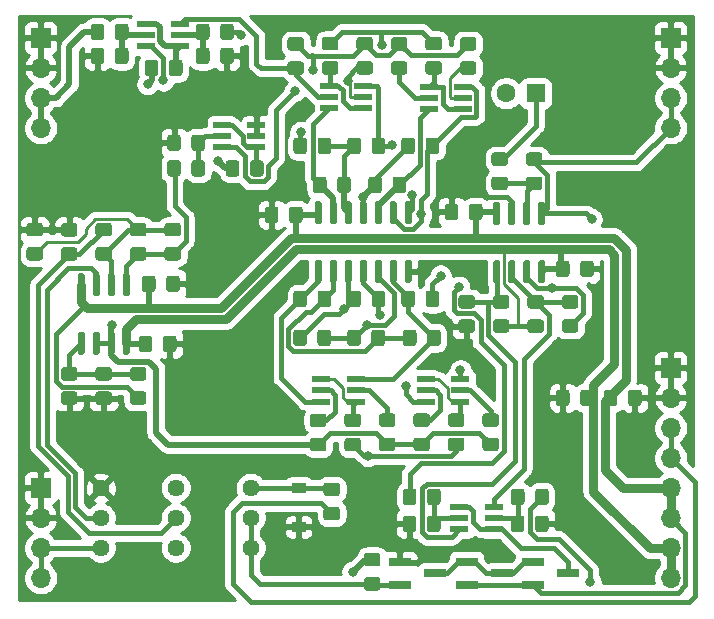
<source format=gbr>
G04 #@! TF.GenerationSoftware,KiCad,Pcbnew,5.1.6-c6e7f7d~87~ubuntu18.04.1*
G04 #@! TF.CreationDate,2020-07-29T17:57:34-04:00*
G04 #@! TF.ProjectId,arp_4072_LPF,6172705f-3430-4373-925f-4c50462e6b69,0*
G04 #@! TF.SameCoordinates,Original*
G04 #@! TF.FileFunction,Copper,L1,Top*
G04 #@! TF.FilePolarity,Positive*
%FSLAX46Y46*%
G04 Gerber Fmt 4.6, Leading zero omitted, Abs format (unit mm)*
G04 Created by KiCad (PCBNEW 5.1.6-c6e7f7d~87~ubuntu18.04.1) date 2020-07-29 17:57:34*
%MOMM*%
%LPD*%
G01*
G04 APERTURE LIST*
G04 #@! TA.AperFunction,SMDPad,CuDef*
%ADD10R,1.500000X0.550000*%
G04 #@! TD*
G04 #@! TA.AperFunction,ComponentPad*
%ADD11C,1.440000*%
G04 #@! TD*
G04 #@! TA.AperFunction,SMDPad,CuDef*
%ADD12R,1.900000X0.800000*%
G04 #@! TD*
G04 #@! TA.AperFunction,ComponentPad*
%ADD13O,1.700000X1.700000*%
G04 #@! TD*
G04 #@! TA.AperFunction,ComponentPad*
%ADD14R,1.700000X1.700000*%
G04 #@! TD*
G04 #@! TA.AperFunction,SMDPad,CuDef*
%ADD15R,1.200000X0.900000*%
G04 #@! TD*
G04 #@! TA.AperFunction,ComponentPad*
%ADD16C,1.600000*%
G04 #@! TD*
G04 #@! TA.AperFunction,ComponentPad*
%ADD17R,1.600000X1.600000*%
G04 #@! TD*
G04 #@! TA.AperFunction,ViaPad*
%ADD18C,1.000000*%
G04 #@! TD*
G04 #@! TA.AperFunction,ViaPad*
%ADD19C,0.800000*%
G04 #@! TD*
G04 #@! TA.AperFunction,Conductor*
%ADD20C,0.400000*%
G04 #@! TD*
G04 #@! TA.AperFunction,Conductor*
%ADD21C,0.762000*%
G04 #@! TD*
G04 #@! TA.AperFunction,Conductor*
%ADD22C,0.500000*%
G04 #@! TD*
G04 #@! TA.AperFunction,Conductor*
%ADD23C,0.250000*%
G04 #@! TD*
G04 #@! TA.AperFunction,Conductor*
%ADD24C,0.290000*%
G04 #@! TD*
G04 #@! TA.AperFunction,Conductor*
%ADD25C,0.254000*%
G04 #@! TD*
G04 APERTURE END LIST*
G04 #@! TA.AperFunction,SMDPad,CuDef*
G36*
G01*
X150564000Y-94176001D02*
X150564000Y-93275999D01*
G75*
G02*
X150813999Y-93026000I249999J0D01*
G01*
X151464001Y-93026000D01*
G75*
G02*
X151714000Y-93275999I0J-249999D01*
G01*
X151714000Y-94176001D01*
G75*
G02*
X151464001Y-94426000I-249999J0D01*
G01*
X150813999Y-94426000D01*
G75*
G02*
X150564000Y-94176001I0J249999D01*
G01*
G37*
G04 #@! TD.AperFunction*
G04 #@! TA.AperFunction,SMDPad,CuDef*
G36*
G01*
X148514000Y-94176001D02*
X148514000Y-93275999D01*
G75*
G02*
X148763999Y-93026000I249999J0D01*
G01*
X149414001Y-93026000D01*
G75*
G02*
X149664000Y-93275999I0J-249999D01*
G01*
X149664000Y-94176001D01*
G75*
G02*
X149414001Y-94426000I-249999J0D01*
G01*
X148763999Y-94426000D01*
G75*
G02*
X148514000Y-94176001I0J249999D01*
G01*
G37*
G04 #@! TD.AperFunction*
D10*
X165280000Y-82870000D03*
X165280000Y-83820000D03*
X165280000Y-84770000D03*
X162380000Y-84770000D03*
X162380000Y-83820000D03*
X162380000Y-82870000D03*
G04 #@! TA.AperFunction,SMDPad,CuDef*
G36*
G01*
X136629000Y-103608000D02*
X136929000Y-103608000D01*
G75*
G02*
X137079000Y-103758000I0J-150000D01*
G01*
X137079000Y-105408000D01*
G75*
G02*
X136929000Y-105558000I-150000J0D01*
G01*
X136629000Y-105558000D01*
G75*
G02*
X136479000Y-105408000I0J150000D01*
G01*
X136479000Y-103758000D01*
G75*
G02*
X136629000Y-103608000I150000J0D01*
G01*
G37*
G04 #@! TD.AperFunction*
G04 #@! TA.AperFunction,SMDPad,CuDef*
G36*
G01*
X135359000Y-103608000D02*
X135659000Y-103608000D01*
G75*
G02*
X135809000Y-103758000I0J-150000D01*
G01*
X135809000Y-105408000D01*
G75*
G02*
X135659000Y-105558000I-150000J0D01*
G01*
X135359000Y-105558000D01*
G75*
G02*
X135209000Y-105408000I0J150000D01*
G01*
X135209000Y-103758000D01*
G75*
G02*
X135359000Y-103608000I150000J0D01*
G01*
G37*
G04 #@! TD.AperFunction*
G04 #@! TA.AperFunction,SMDPad,CuDef*
G36*
G01*
X134089000Y-103608000D02*
X134389000Y-103608000D01*
G75*
G02*
X134539000Y-103758000I0J-150000D01*
G01*
X134539000Y-105408000D01*
G75*
G02*
X134389000Y-105558000I-150000J0D01*
G01*
X134089000Y-105558000D01*
G75*
G02*
X133939000Y-105408000I0J150000D01*
G01*
X133939000Y-103758000D01*
G75*
G02*
X134089000Y-103608000I150000J0D01*
G01*
G37*
G04 #@! TD.AperFunction*
G04 #@! TA.AperFunction,SMDPad,CuDef*
G36*
G01*
X132819000Y-103608000D02*
X133119000Y-103608000D01*
G75*
G02*
X133269000Y-103758000I0J-150000D01*
G01*
X133269000Y-105408000D01*
G75*
G02*
X133119000Y-105558000I-150000J0D01*
G01*
X132819000Y-105558000D01*
G75*
G02*
X132669000Y-105408000I0J150000D01*
G01*
X132669000Y-103758000D01*
G75*
G02*
X132819000Y-103608000I150000J0D01*
G01*
G37*
G04 #@! TD.AperFunction*
G04 #@! TA.AperFunction,SMDPad,CuDef*
G36*
G01*
X132819000Y-98658000D02*
X133119000Y-98658000D01*
G75*
G02*
X133269000Y-98808000I0J-150000D01*
G01*
X133269000Y-100458000D01*
G75*
G02*
X133119000Y-100608000I-150000J0D01*
G01*
X132819000Y-100608000D01*
G75*
G02*
X132669000Y-100458000I0J150000D01*
G01*
X132669000Y-98808000D01*
G75*
G02*
X132819000Y-98658000I150000J0D01*
G01*
G37*
G04 #@! TD.AperFunction*
G04 #@! TA.AperFunction,SMDPad,CuDef*
G36*
G01*
X134089000Y-98658000D02*
X134389000Y-98658000D01*
G75*
G02*
X134539000Y-98808000I0J-150000D01*
G01*
X134539000Y-100458000D01*
G75*
G02*
X134389000Y-100608000I-150000J0D01*
G01*
X134089000Y-100608000D01*
G75*
G02*
X133939000Y-100458000I0J150000D01*
G01*
X133939000Y-98808000D01*
G75*
G02*
X134089000Y-98658000I150000J0D01*
G01*
G37*
G04 #@! TD.AperFunction*
G04 #@! TA.AperFunction,SMDPad,CuDef*
G36*
G01*
X135359000Y-98658000D02*
X135659000Y-98658000D01*
G75*
G02*
X135809000Y-98808000I0J-150000D01*
G01*
X135809000Y-100458000D01*
G75*
G02*
X135659000Y-100608000I-150000J0D01*
G01*
X135359000Y-100608000D01*
G75*
G02*
X135209000Y-100458000I0J150000D01*
G01*
X135209000Y-98808000D01*
G75*
G02*
X135359000Y-98658000I150000J0D01*
G01*
G37*
G04 #@! TD.AperFunction*
G04 #@! TA.AperFunction,SMDPad,CuDef*
G36*
G01*
X136629000Y-98658000D02*
X136929000Y-98658000D01*
G75*
G02*
X137079000Y-98808000I0J-150000D01*
G01*
X137079000Y-100458000D01*
G75*
G02*
X136929000Y-100608000I-150000J0D01*
G01*
X136629000Y-100608000D01*
G75*
G02*
X136479000Y-100458000I0J150000D01*
G01*
X136479000Y-98808000D01*
G75*
G02*
X136629000Y-98658000I150000J0D01*
G01*
G37*
G04 #@! TD.AperFunction*
G04 #@! TA.AperFunction,SMDPad,CuDef*
G36*
G01*
X171804000Y-97579000D02*
X172104000Y-97579000D01*
G75*
G02*
X172254000Y-97729000I0J-150000D01*
G01*
X172254000Y-99379000D01*
G75*
G02*
X172104000Y-99529000I-150000J0D01*
G01*
X171804000Y-99529000D01*
G75*
G02*
X171654000Y-99379000I0J150000D01*
G01*
X171654000Y-97729000D01*
G75*
G02*
X171804000Y-97579000I150000J0D01*
G01*
G37*
G04 #@! TD.AperFunction*
G04 #@! TA.AperFunction,SMDPad,CuDef*
G36*
G01*
X170534000Y-97579000D02*
X170834000Y-97579000D01*
G75*
G02*
X170984000Y-97729000I0J-150000D01*
G01*
X170984000Y-99379000D01*
G75*
G02*
X170834000Y-99529000I-150000J0D01*
G01*
X170534000Y-99529000D01*
G75*
G02*
X170384000Y-99379000I0J150000D01*
G01*
X170384000Y-97729000D01*
G75*
G02*
X170534000Y-97579000I150000J0D01*
G01*
G37*
G04 #@! TD.AperFunction*
G04 #@! TA.AperFunction,SMDPad,CuDef*
G36*
G01*
X169264000Y-97579000D02*
X169564000Y-97579000D01*
G75*
G02*
X169714000Y-97729000I0J-150000D01*
G01*
X169714000Y-99379000D01*
G75*
G02*
X169564000Y-99529000I-150000J0D01*
G01*
X169264000Y-99529000D01*
G75*
G02*
X169114000Y-99379000I0J150000D01*
G01*
X169114000Y-97729000D01*
G75*
G02*
X169264000Y-97579000I150000J0D01*
G01*
G37*
G04 #@! TD.AperFunction*
G04 #@! TA.AperFunction,SMDPad,CuDef*
G36*
G01*
X167994000Y-97579000D02*
X168294000Y-97579000D01*
G75*
G02*
X168444000Y-97729000I0J-150000D01*
G01*
X168444000Y-99379000D01*
G75*
G02*
X168294000Y-99529000I-150000J0D01*
G01*
X167994000Y-99529000D01*
G75*
G02*
X167844000Y-99379000I0J150000D01*
G01*
X167844000Y-97729000D01*
G75*
G02*
X167994000Y-97579000I150000J0D01*
G01*
G37*
G04 #@! TD.AperFunction*
G04 #@! TA.AperFunction,SMDPad,CuDef*
G36*
G01*
X167994000Y-92629000D02*
X168294000Y-92629000D01*
G75*
G02*
X168444000Y-92779000I0J-150000D01*
G01*
X168444000Y-94429000D01*
G75*
G02*
X168294000Y-94579000I-150000J0D01*
G01*
X167994000Y-94579000D01*
G75*
G02*
X167844000Y-94429000I0J150000D01*
G01*
X167844000Y-92779000D01*
G75*
G02*
X167994000Y-92629000I150000J0D01*
G01*
G37*
G04 #@! TD.AperFunction*
G04 #@! TA.AperFunction,SMDPad,CuDef*
G36*
G01*
X169264000Y-92629000D02*
X169564000Y-92629000D01*
G75*
G02*
X169714000Y-92779000I0J-150000D01*
G01*
X169714000Y-94429000D01*
G75*
G02*
X169564000Y-94579000I-150000J0D01*
G01*
X169264000Y-94579000D01*
G75*
G02*
X169114000Y-94429000I0J150000D01*
G01*
X169114000Y-92779000D01*
G75*
G02*
X169264000Y-92629000I150000J0D01*
G01*
G37*
G04 #@! TD.AperFunction*
G04 #@! TA.AperFunction,SMDPad,CuDef*
G36*
G01*
X170534000Y-92629000D02*
X170834000Y-92629000D01*
G75*
G02*
X170984000Y-92779000I0J-150000D01*
G01*
X170984000Y-94429000D01*
G75*
G02*
X170834000Y-94579000I-150000J0D01*
G01*
X170534000Y-94579000D01*
G75*
G02*
X170384000Y-94429000I0J150000D01*
G01*
X170384000Y-92779000D01*
G75*
G02*
X170534000Y-92629000I150000J0D01*
G01*
G37*
G04 #@! TD.AperFunction*
G04 #@! TA.AperFunction,SMDPad,CuDef*
G36*
G01*
X171804000Y-92629000D02*
X172104000Y-92629000D01*
G75*
G02*
X172254000Y-92779000I0J-150000D01*
G01*
X172254000Y-94429000D01*
G75*
G02*
X172104000Y-94579000I-150000J0D01*
G01*
X171804000Y-94579000D01*
G75*
G02*
X171654000Y-94429000I0J150000D01*
G01*
X171654000Y-92779000D01*
G75*
G02*
X171804000Y-92629000I150000J0D01*
G01*
G37*
G04 #@! TD.AperFunction*
G04 #@! TA.AperFunction,SMDPad,CuDef*
G36*
G01*
X160505000Y-97512000D02*
X160805000Y-97512000D01*
G75*
G02*
X160955000Y-97662000I0J-150000D01*
G01*
X160955000Y-99312000D01*
G75*
G02*
X160805000Y-99462000I-150000J0D01*
G01*
X160505000Y-99462000D01*
G75*
G02*
X160355000Y-99312000I0J150000D01*
G01*
X160355000Y-97662000D01*
G75*
G02*
X160505000Y-97512000I150000J0D01*
G01*
G37*
G04 #@! TD.AperFunction*
G04 #@! TA.AperFunction,SMDPad,CuDef*
G36*
G01*
X159235000Y-97512000D02*
X159535000Y-97512000D01*
G75*
G02*
X159685000Y-97662000I0J-150000D01*
G01*
X159685000Y-99312000D01*
G75*
G02*
X159535000Y-99462000I-150000J0D01*
G01*
X159235000Y-99462000D01*
G75*
G02*
X159085000Y-99312000I0J150000D01*
G01*
X159085000Y-97662000D01*
G75*
G02*
X159235000Y-97512000I150000J0D01*
G01*
G37*
G04 #@! TD.AperFunction*
G04 #@! TA.AperFunction,SMDPad,CuDef*
G36*
G01*
X157965000Y-97512000D02*
X158265000Y-97512000D01*
G75*
G02*
X158415000Y-97662000I0J-150000D01*
G01*
X158415000Y-99312000D01*
G75*
G02*
X158265000Y-99462000I-150000J0D01*
G01*
X157965000Y-99462000D01*
G75*
G02*
X157815000Y-99312000I0J150000D01*
G01*
X157815000Y-97662000D01*
G75*
G02*
X157965000Y-97512000I150000J0D01*
G01*
G37*
G04 #@! TD.AperFunction*
G04 #@! TA.AperFunction,SMDPad,CuDef*
G36*
G01*
X156695000Y-97512000D02*
X156995000Y-97512000D01*
G75*
G02*
X157145000Y-97662000I0J-150000D01*
G01*
X157145000Y-99312000D01*
G75*
G02*
X156995000Y-99462000I-150000J0D01*
G01*
X156695000Y-99462000D01*
G75*
G02*
X156545000Y-99312000I0J150000D01*
G01*
X156545000Y-97662000D01*
G75*
G02*
X156695000Y-97512000I150000J0D01*
G01*
G37*
G04 #@! TD.AperFunction*
G04 #@! TA.AperFunction,SMDPad,CuDef*
G36*
G01*
X155425000Y-97512000D02*
X155725000Y-97512000D01*
G75*
G02*
X155875000Y-97662000I0J-150000D01*
G01*
X155875000Y-99312000D01*
G75*
G02*
X155725000Y-99462000I-150000J0D01*
G01*
X155425000Y-99462000D01*
G75*
G02*
X155275000Y-99312000I0J150000D01*
G01*
X155275000Y-97662000D01*
G75*
G02*
X155425000Y-97512000I150000J0D01*
G01*
G37*
G04 #@! TD.AperFunction*
G04 #@! TA.AperFunction,SMDPad,CuDef*
G36*
G01*
X154155000Y-97512000D02*
X154455000Y-97512000D01*
G75*
G02*
X154605000Y-97662000I0J-150000D01*
G01*
X154605000Y-99312000D01*
G75*
G02*
X154455000Y-99462000I-150000J0D01*
G01*
X154155000Y-99462000D01*
G75*
G02*
X154005000Y-99312000I0J150000D01*
G01*
X154005000Y-97662000D01*
G75*
G02*
X154155000Y-97512000I150000J0D01*
G01*
G37*
G04 #@! TD.AperFunction*
G04 #@! TA.AperFunction,SMDPad,CuDef*
G36*
G01*
X152885000Y-97512000D02*
X153185000Y-97512000D01*
G75*
G02*
X153335000Y-97662000I0J-150000D01*
G01*
X153335000Y-99312000D01*
G75*
G02*
X153185000Y-99462000I-150000J0D01*
G01*
X152885000Y-99462000D01*
G75*
G02*
X152735000Y-99312000I0J150000D01*
G01*
X152735000Y-97662000D01*
G75*
G02*
X152885000Y-97512000I150000J0D01*
G01*
G37*
G04 #@! TD.AperFunction*
G04 #@! TA.AperFunction,SMDPad,CuDef*
G36*
G01*
X152885000Y-92562000D02*
X153185000Y-92562000D01*
G75*
G02*
X153335000Y-92712000I0J-150000D01*
G01*
X153335000Y-94362000D01*
G75*
G02*
X153185000Y-94512000I-150000J0D01*
G01*
X152885000Y-94512000D01*
G75*
G02*
X152735000Y-94362000I0J150000D01*
G01*
X152735000Y-92712000D01*
G75*
G02*
X152885000Y-92562000I150000J0D01*
G01*
G37*
G04 #@! TD.AperFunction*
G04 #@! TA.AperFunction,SMDPad,CuDef*
G36*
G01*
X154155000Y-92562000D02*
X154455000Y-92562000D01*
G75*
G02*
X154605000Y-92712000I0J-150000D01*
G01*
X154605000Y-94362000D01*
G75*
G02*
X154455000Y-94512000I-150000J0D01*
G01*
X154155000Y-94512000D01*
G75*
G02*
X154005000Y-94362000I0J150000D01*
G01*
X154005000Y-92712000D01*
G75*
G02*
X154155000Y-92562000I150000J0D01*
G01*
G37*
G04 #@! TD.AperFunction*
G04 #@! TA.AperFunction,SMDPad,CuDef*
G36*
G01*
X155425000Y-92562000D02*
X155725000Y-92562000D01*
G75*
G02*
X155875000Y-92712000I0J-150000D01*
G01*
X155875000Y-94362000D01*
G75*
G02*
X155725000Y-94512000I-150000J0D01*
G01*
X155425000Y-94512000D01*
G75*
G02*
X155275000Y-94362000I0J150000D01*
G01*
X155275000Y-92712000D01*
G75*
G02*
X155425000Y-92562000I150000J0D01*
G01*
G37*
G04 #@! TD.AperFunction*
G04 #@! TA.AperFunction,SMDPad,CuDef*
G36*
G01*
X156695000Y-92562000D02*
X156995000Y-92562000D01*
G75*
G02*
X157145000Y-92712000I0J-150000D01*
G01*
X157145000Y-94362000D01*
G75*
G02*
X156995000Y-94512000I-150000J0D01*
G01*
X156695000Y-94512000D01*
G75*
G02*
X156545000Y-94362000I0J150000D01*
G01*
X156545000Y-92712000D01*
G75*
G02*
X156695000Y-92562000I150000J0D01*
G01*
G37*
G04 #@! TD.AperFunction*
G04 #@! TA.AperFunction,SMDPad,CuDef*
G36*
G01*
X157965000Y-92562000D02*
X158265000Y-92562000D01*
G75*
G02*
X158415000Y-92712000I0J-150000D01*
G01*
X158415000Y-94362000D01*
G75*
G02*
X158265000Y-94512000I-150000J0D01*
G01*
X157965000Y-94512000D01*
G75*
G02*
X157815000Y-94362000I0J150000D01*
G01*
X157815000Y-92712000D01*
G75*
G02*
X157965000Y-92562000I150000J0D01*
G01*
G37*
G04 #@! TD.AperFunction*
G04 #@! TA.AperFunction,SMDPad,CuDef*
G36*
G01*
X159235000Y-92562000D02*
X159535000Y-92562000D01*
G75*
G02*
X159685000Y-92712000I0J-150000D01*
G01*
X159685000Y-94362000D01*
G75*
G02*
X159535000Y-94512000I-150000J0D01*
G01*
X159235000Y-94512000D01*
G75*
G02*
X159085000Y-94362000I0J150000D01*
G01*
X159085000Y-92712000D01*
G75*
G02*
X159235000Y-92562000I150000J0D01*
G01*
G37*
G04 #@! TD.AperFunction*
G04 #@! TA.AperFunction,SMDPad,CuDef*
G36*
G01*
X160505000Y-92562000D02*
X160805000Y-92562000D01*
G75*
G02*
X160955000Y-92712000I0J-150000D01*
G01*
X160955000Y-94362000D01*
G75*
G02*
X160805000Y-94512000I-150000J0D01*
G01*
X160505000Y-94512000D01*
G75*
G02*
X160355000Y-94362000I0J150000D01*
G01*
X160355000Y-92712000D01*
G75*
G02*
X160505000Y-92562000I150000J0D01*
G01*
G37*
G04 #@! TD.AperFunction*
D11*
X147320000Y-121920000D03*
X147320000Y-119380000D03*
X147320000Y-116840000D03*
X140970000Y-121920000D03*
X140970000Y-119380000D03*
X140970000Y-116840000D03*
X134620000Y-121920000D03*
X134620000Y-119380000D03*
X134620000Y-116840000D03*
G04 #@! TA.AperFunction,SMDPad,CuDef*
G36*
G01*
X154628001Y-117542000D02*
X153727999Y-117542000D01*
G75*
G02*
X153478000Y-117292001I0J249999D01*
G01*
X153478000Y-116641999D01*
G75*
G02*
X153727999Y-116392000I249999J0D01*
G01*
X154628001Y-116392000D01*
G75*
G02*
X154878000Y-116641999I0J-249999D01*
G01*
X154878000Y-117292001D01*
G75*
G02*
X154628001Y-117542000I-249999J0D01*
G01*
G37*
G04 #@! TD.AperFunction*
G04 #@! TA.AperFunction,SMDPad,CuDef*
G36*
G01*
X154628001Y-119592000D02*
X153727999Y-119592000D01*
G75*
G02*
X153478000Y-119342001I0J249999D01*
G01*
X153478000Y-118691999D01*
G75*
G02*
X153727999Y-118442000I249999J0D01*
G01*
X154628001Y-118442000D01*
G75*
G02*
X154878000Y-118691999I0J-249999D01*
G01*
X154878000Y-119342001D01*
G75*
G02*
X154628001Y-119592000I-249999J0D01*
G01*
G37*
G04 #@! TD.AperFunction*
G04 #@! TA.AperFunction,SMDPad,CuDef*
G36*
G01*
X158057001Y-123493000D02*
X157156999Y-123493000D01*
G75*
G02*
X156907000Y-123243001I0J249999D01*
G01*
X156907000Y-122592999D01*
G75*
G02*
X157156999Y-122343000I249999J0D01*
G01*
X158057001Y-122343000D01*
G75*
G02*
X158307000Y-122592999I0J-249999D01*
G01*
X158307000Y-123243001D01*
G75*
G02*
X158057001Y-123493000I-249999J0D01*
G01*
G37*
G04 #@! TD.AperFunction*
G04 #@! TA.AperFunction,SMDPad,CuDef*
G36*
G01*
X158057001Y-125543000D02*
X157156999Y-125543000D01*
G75*
G02*
X156907000Y-125293001I0J249999D01*
G01*
X156907000Y-124642999D01*
G75*
G02*
X157156999Y-124393000I249999J0D01*
G01*
X158057001Y-124393000D01*
G75*
G02*
X158307000Y-124642999I0J-249999D01*
G01*
X158307000Y-125293001D01*
G75*
G02*
X158057001Y-125543000I-249999J0D01*
G01*
G37*
G04 #@! TD.AperFunction*
G04 #@! TA.AperFunction,SMDPad,CuDef*
G36*
G01*
X162248000Y-118052001D02*
X162248000Y-117151999D01*
G75*
G02*
X162497999Y-116902000I249999J0D01*
G01*
X163148001Y-116902000D01*
G75*
G02*
X163398000Y-117151999I0J-249999D01*
G01*
X163398000Y-118052001D01*
G75*
G02*
X163148001Y-118302000I-249999J0D01*
G01*
X162497999Y-118302000D01*
G75*
G02*
X162248000Y-118052001I0J249999D01*
G01*
G37*
G04 #@! TD.AperFunction*
G04 #@! TA.AperFunction,SMDPad,CuDef*
G36*
G01*
X160198000Y-118052001D02*
X160198000Y-117151999D01*
G75*
G02*
X160447999Y-116902000I249999J0D01*
G01*
X161098001Y-116902000D01*
G75*
G02*
X161348000Y-117151999I0J-249999D01*
G01*
X161348000Y-118052001D01*
G75*
G02*
X161098001Y-118302000I-249999J0D01*
G01*
X160447999Y-118302000D01*
G75*
G02*
X160198000Y-118052001I0J249999D01*
G01*
G37*
G04 #@! TD.AperFunction*
G04 #@! TA.AperFunction,SMDPad,CuDef*
G36*
G01*
X162239000Y-120338001D02*
X162239000Y-119437999D01*
G75*
G02*
X162488999Y-119188000I249999J0D01*
G01*
X163139001Y-119188000D01*
G75*
G02*
X163389000Y-119437999I0J-249999D01*
G01*
X163389000Y-120338001D01*
G75*
G02*
X163139001Y-120588000I-249999J0D01*
G01*
X162488999Y-120588000D01*
G75*
G02*
X162239000Y-120338001I0J249999D01*
G01*
G37*
G04 #@! TD.AperFunction*
G04 #@! TA.AperFunction,SMDPad,CuDef*
G36*
G01*
X160189000Y-120338001D02*
X160189000Y-119437999D01*
G75*
G02*
X160438999Y-119188000I249999J0D01*
G01*
X161089001Y-119188000D01*
G75*
G02*
X161339000Y-119437999I0J-249999D01*
G01*
X161339000Y-120338001D01*
G75*
G02*
X161089001Y-120588000I-249999J0D01*
G01*
X160438999Y-120588000D01*
G75*
G02*
X160189000Y-120338001I0J249999D01*
G01*
G37*
G04 #@! TD.AperFunction*
G04 #@! TA.AperFunction,SMDPad,CuDef*
G36*
G01*
X170999999Y-102567000D02*
X171900001Y-102567000D01*
G75*
G02*
X172150000Y-102816999I0J-249999D01*
G01*
X172150000Y-103467001D01*
G75*
G02*
X171900001Y-103717000I-249999J0D01*
G01*
X170999999Y-103717000D01*
G75*
G02*
X170750000Y-103467001I0J249999D01*
G01*
X170750000Y-102816999D01*
G75*
G02*
X170999999Y-102567000I249999J0D01*
G01*
G37*
G04 #@! TD.AperFunction*
G04 #@! TA.AperFunction,SMDPad,CuDef*
G36*
G01*
X170999999Y-100517000D02*
X171900001Y-100517000D01*
G75*
G02*
X172150000Y-100766999I0J-249999D01*
G01*
X172150000Y-101417001D01*
G75*
G02*
X171900001Y-101667000I-249999J0D01*
G01*
X170999999Y-101667000D01*
G75*
G02*
X170750000Y-101417001I0J249999D01*
G01*
X170750000Y-100766999D01*
G75*
G02*
X170999999Y-100517000I249999J0D01*
G01*
G37*
G04 #@! TD.AperFunction*
G04 #@! TA.AperFunction,SMDPad,CuDef*
G36*
G01*
X168078999Y-102567000D02*
X168979001Y-102567000D01*
G75*
G02*
X169229000Y-102816999I0J-249999D01*
G01*
X169229000Y-103467001D01*
G75*
G02*
X168979001Y-103717000I-249999J0D01*
G01*
X168078999Y-103717000D01*
G75*
G02*
X167829000Y-103467001I0J249999D01*
G01*
X167829000Y-102816999D01*
G75*
G02*
X168078999Y-102567000I249999J0D01*
G01*
G37*
G04 #@! TD.AperFunction*
G04 #@! TA.AperFunction,SMDPad,CuDef*
G36*
G01*
X168078999Y-100517000D02*
X168979001Y-100517000D01*
G75*
G02*
X169229000Y-100766999I0J-249999D01*
G01*
X169229000Y-101417001D01*
G75*
G02*
X168979001Y-101667000I-249999J0D01*
G01*
X168078999Y-101667000D01*
G75*
G02*
X167829000Y-101417001I0J249999D01*
G01*
X167829000Y-100766999D01*
G75*
G02*
X168078999Y-100517000I249999J0D01*
G01*
G37*
G04 #@! TD.AperFunction*
G04 #@! TA.AperFunction,SMDPad,CuDef*
G36*
G01*
X170492000Y-119437999D02*
X170492000Y-120338001D01*
G75*
G02*
X170242001Y-120588000I-249999J0D01*
G01*
X169591999Y-120588000D01*
G75*
G02*
X169342000Y-120338001I0J249999D01*
G01*
X169342000Y-119437999D01*
G75*
G02*
X169591999Y-119188000I249999J0D01*
G01*
X170242001Y-119188000D01*
G75*
G02*
X170492000Y-119437999I0J-249999D01*
G01*
G37*
G04 #@! TD.AperFunction*
G04 #@! TA.AperFunction,SMDPad,CuDef*
G36*
G01*
X172542000Y-119437999D02*
X172542000Y-120338001D01*
G75*
G02*
X172292001Y-120588000I-249999J0D01*
G01*
X171641999Y-120588000D01*
G75*
G02*
X171392000Y-120338001I0J249999D01*
G01*
X171392000Y-119437999D01*
G75*
G02*
X171641999Y-119188000I249999J0D01*
G01*
X172292001Y-119188000D01*
G75*
G02*
X172542000Y-119437999I0J-249999D01*
G01*
G37*
G04 #@! TD.AperFunction*
G04 #@! TA.AperFunction,SMDPad,CuDef*
G36*
G01*
X171401000Y-118052001D02*
X171401000Y-117151999D01*
G75*
G02*
X171650999Y-116902000I249999J0D01*
G01*
X172301001Y-116902000D01*
G75*
G02*
X172551000Y-117151999I0J-249999D01*
G01*
X172551000Y-118052001D01*
G75*
G02*
X172301001Y-118302000I-249999J0D01*
G01*
X171650999Y-118302000D01*
G75*
G02*
X171401000Y-118052001I0J249999D01*
G01*
G37*
G04 #@! TD.AperFunction*
G04 #@! TA.AperFunction,SMDPad,CuDef*
G36*
G01*
X169351000Y-118052001D02*
X169351000Y-117151999D01*
G75*
G02*
X169600999Y-116902000I249999J0D01*
G01*
X170251001Y-116902000D01*
G75*
G02*
X170501000Y-117151999I0J-249999D01*
G01*
X170501000Y-118052001D01*
G75*
G02*
X170251001Y-118302000I-249999J0D01*
G01*
X169600999Y-118302000D01*
G75*
G02*
X169351000Y-118052001I0J249999D01*
G01*
G37*
G04 #@! TD.AperFunction*
G04 #@! TA.AperFunction,SMDPad,CuDef*
G36*
G01*
X166058001Y-101667000D02*
X165157999Y-101667000D01*
G75*
G02*
X164908000Y-101417001I0J249999D01*
G01*
X164908000Y-100766999D01*
G75*
G02*
X165157999Y-100517000I249999J0D01*
G01*
X166058001Y-100517000D01*
G75*
G02*
X166308000Y-100766999I0J-249999D01*
G01*
X166308000Y-101417001D01*
G75*
G02*
X166058001Y-101667000I-249999J0D01*
G01*
G37*
G04 #@! TD.AperFunction*
G04 #@! TA.AperFunction,SMDPad,CuDef*
G36*
G01*
X166058001Y-103717000D02*
X165157999Y-103717000D01*
G75*
G02*
X164908000Y-103467001I0J249999D01*
G01*
X164908000Y-102816999D01*
G75*
G02*
X165157999Y-102567000I249999J0D01*
G01*
X166058001Y-102567000D01*
G75*
G02*
X166308000Y-102816999I0J-249999D01*
G01*
X166308000Y-103467001D01*
G75*
G02*
X166058001Y-103717000I-249999J0D01*
G01*
G37*
G04 #@! TD.AperFunction*
G04 #@! TA.AperFunction,SMDPad,CuDef*
G36*
G01*
X173920999Y-102567000D02*
X174821001Y-102567000D01*
G75*
G02*
X175071000Y-102816999I0J-249999D01*
G01*
X175071000Y-103467001D01*
G75*
G02*
X174821001Y-103717000I-249999J0D01*
G01*
X173920999Y-103717000D01*
G75*
G02*
X173671000Y-103467001I0J249999D01*
G01*
X173671000Y-102816999D01*
G75*
G02*
X173920999Y-102567000I249999J0D01*
G01*
G37*
G04 #@! TD.AperFunction*
G04 #@! TA.AperFunction,SMDPad,CuDef*
G36*
G01*
X173920999Y-100517000D02*
X174821001Y-100517000D01*
G75*
G02*
X175071000Y-100766999I0J-249999D01*
G01*
X175071000Y-101417001D01*
G75*
G02*
X174821001Y-101667000I-249999J0D01*
G01*
X173920999Y-101667000D01*
G75*
G02*
X173671000Y-101417001I0J249999D01*
G01*
X173671000Y-100766999D01*
G75*
G02*
X173920999Y-100517000I249999J0D01*
G01*
G37*
G04 #@! TD.AperFunction*
G04 #@! TA.AperFunction,SMDPad,CuDef*
G36*
G01*
X138245001Y-95553000D02*
X137344999Y-95553000D01*
G75*
G02*
X137095000Y-95303001I0J249999D01*
G01*
X137095000Y-94652999D01*
G75*
G02*
X137344999Y-94403000I249999J0D01*
G01*
X138245001Y-94403000D01*
G75*
G02*
X138495000Y-94652999I0J-249999D01*
G01*
X138495000Y-95303001D01*
G75*
G02*
X138245001Y-95553000I-249999J0D01*
G01*
G37*
G04 #@! TD.AperFunction*
G04 #@! TA.AperFunction,SMDPad,CuDef*
G36*
G01*
X138245001Y-97603000D02*
X137344999Y-97603000D01*
G75*
G02*
X137095000Y-97353001I0J249999D01*
G01*
X137095000Y-96702999D01*
G75*
G02*
X137344999Y-96453000I249999J0D01*
G01*
X138245001Y-96453000D01*
G75*
G02*
X138495000Y-96702999I0J-249999D01*
G01*
X138495000Y-97353001D01*
G75*
G02*
X138245001Y-97603000I-249999J0D01*
G01*
G37*
G04 #@! TD.AperFunction*
G04 #@! TA.AperFunction,SMDPad,CuDef*
G36*
G01*
X129482001Y-95553000D02*
X128581999Y-95553000D01*
G75*
G02*
X128332000Y-95303001I0J249999D01*
G01*
X128332000Y-94652999D01*
G75*
G02*
X128581999Y-94403000I249999J0D01*
G01*
X129482001Y-94403000D01*
G75*
G02*
X129732000Y-94652999I0J-249999D01*
G01*
X129732000Y-95303001D01*
G75*
G02*
X129482001Y-95553000I-249999J0D01*
G01*
G37*
G04 #@! TD.AperFunction*
G04 #@! TA.AperFunction,SMDPad,CuDef*
G36*
G01*
X129482001Y-97603000D02*
X128581999Y-97603000D01*
G75*
G02*
X128332000Y-97353001I0J249999D01*
G01*
X128332000Y-96702999D01*
G75*
G02*
X128581999Y-96453000I249999J0D01*
G01*
X129482001Y-96453000D01*
G75*
G02*
X129732000Y-96702999I0J-249999D01*
G01*
X129732000Y-97353001D01*
G75*
G02*
X129482001Y-97603000I-249999J0D01*
G01*
G37*
G04 #@! TD.AperFunction*
G04 #@! TA.AperFunction,SMDPad,CuDef*
G36*
G01*
X135324001Y-95553000D02*
X134423999Y-95553000D01*
G75*
G02*
X134174000Y-95303001I0J249999D01*
G01*
X134174000Y-94652999D01*
G75*
G02*
X134423999Y-94403000I249999J0D01*
G01*
X135324001Y-94403000D01*
G75*
G02*
X135574000Y-94652999I0J-249999D01*
G01*
X135574000Y-95303001D01*
G75*
G02*
X135324001Y-95553000I-249999J0D01*
G01*
G37*
G04 #@! TD.AperFunction*
G04 #@! TA.AperFunction,SMDPad,CuDef*
G36*
G01*
X135324001Y-97603000D02*
X134423999Y-97603000D01*
G75*
G02*
X134174000Y-97353001I0J249999D01*
G01*
X134174000Y-96702999D01*
G75*
G02*
X134423999Y-96453000I249999J0D01*
G01*
X135324001Y-96453000D01*
G75*
G02*
X135574000Y-96702999I0J-249999D01*
G01*
X135574000Y-97353001D01*
G75*
G02*
X135324001Y-97603000I-249999J0D01*
G01*
G37*
G04 #@! TD.AperFunction*
G04 #@! TA.AperFunction,SMDPad,CuDef*
G36*
G01*
X170872999Y-90484000D02*
X171773001Y-90484000D01*
G75*
G02*
X172023000Y-90733999I0J-249999D01*
G01*
X172023000Y-91384001D01*
G75*
G02*
X171773001Y-91634000I-249999J0D01*
G01*
X170872999Y-91634000D01*
G75*
G02*
X170623000Y-91384001I0J249999D01*
G01*
X170623000Y-90733999D01*
G75*
G02*
X170872999Y-90484000I249999J0D01*
G01*
G37*
G04 #@! TD.AperFunction*
G04 #@! TA.AperFunction,SMDPad,CuDef*
G36*
G01*
X170872999Y-88434000D02*
X171773001Y-88434000D01*
G75*
G02*
X172023000Y-88683999I0J-249999D01*
G01*
X172023000Y-89334001D01*
G75*
G02*
X171773001Y-89584000I-249999J0D01*
G01*
X170872999Y-89584000D01*
G75*
G02*
X170623000Y-89334001I0J249999D01*
G01*
X170623000Y-88683999D01*
G75*
G02*
X170872999Y-88434000I249999J0D01*
G01*
G37*
G04 #@! TD.AperFunction*
G04 #@! TA.AperFunction,SMDPad,CuDef*
G36*
G01*
X168852001Y-89584000D02*
X167951999Y-89584000D01*
G75*
G02*
X167702000Y-89334001I0J249999D01*
G01*
X167702000Y-88683999D01*
G75*
G02*
X167951999Y-88434000I249999J0D01*
G01*
X168852001Y-88434000D01*
G75*
G02*
X169102000Y-88683999I0J-249999D01*
G01*
X169102000Y-89334001D01*
G75*
G02*
X168852001Y-89584000I-249999J0D01*
G01*
G37*
G04 #@! TD.AperFunction*
G04 #@! TA.AperFunction,SMDPad,CuDef*
G36*
G01*
X168852001Y-91634000D02*
X167951999Y-91634000D01*
G75*
G02*
X167702000Y-91384001I0J249999D01*
G01*
X167702000Y-90733999D01*
G75*
G02*
X167951999Y-90484000I249999J0D01*
G01*
X168852001Y-90484000D01*
G75*
G02*
X169102000Y-90733999I0J-249999D01*
G01*
X169102000Y-91384001D01*
G75*
G02*
X168852001Y-91634000I-249999J0D01*
G01*
G37*
G04 #@! TD.AperFunction*
G04 #@! TA.AperFunction,SMDPad,CuDef*
G36*
G01*
X162248001Y-111682000D02*
X161347999Y-111682000D01*
G75*
G02*
X161098000Y-111432001I0J249999D01*
G01*
X161098000Y-110781999D01*
G75*
G02*
X161347999Y-110532000I249999J0D01*
G01*
X162248001Y-110532000D01*
G75*
G02*
X162498000Y-110781999I0J-249999D01*
G01*
X162498000Y-111432001D01*
G75*
G02*
X162248001Y-111682000I-249999J0D01*
G01*
G37*
G04 #@! TD.AperFunction*
G04 #@! TA.AperFunction,SMDPad,CuDef*
G36*
G01*
X162248001Y-113732000D02*
X161347999Y-113732000D01*
G75*
G02*
X161098000Y-113482001I0J249999D01*
G01*
X161098000Y-112831999D01*
G75*
G02*
X161347999Y-112582000I249999J0D01*
G01*
X162248001Y-112582000D01*
G75*
G02*
X162498000Y-112831999I0J-249999D01*
G01*
X162498000Y-113482001D01*
G75*
G02*
X162248001Y-113732000I-249999J0D01*
G01*
G37*
G04 #@! TD.AperFunction*
G04 #@! TA.AperFunction,SMDPad,CuDef*
G36*
G01*
X152968000Y-104590001D02*
X152968000Y-103689999D01*
G75*
G02*
X153217999Y-103440000I249999J0D01*
G01*
X153868001Y-103440000D01*
G75*
G02*
X154118000Y-103689999I0J-249999D01*
G01*
X154118000Y-104590001D01*
G75*
G02*
X153868001Y-104840000I-249999J0D01*
G01*
X153217999Y-104840000D01*
G75*
G02*
X152968000Y-104590001I0J249999D01*
G01*
G37*
G04 #@! TD.AperFunction*
G04 #@! TA.AperFunction,SMDPad,CuDef*
G36*
G01*
X150918000Y-104590001D02*
X150918000Y-103689999D01*
G75*
G02*
X151167999Y-103440000I249999J0D01*
G01*
X151818001Y-103440000D01*
G75*
G02*
X152068000Y-103689999I0J-249999D01*
G01*
X152068000Y-104590001D01*
G75*
G02*
X151818001Y-104840000I-249999J0D01*
G01*
X151167999Y-104840000D01*
G75*
G02*
X150918000Y-104590001I0J249999D01*
G01*
G37*
G04 #@! TD.AperFunction*
G04 #@! TA.AperFunction,SMDPad,CuDef*
G36*
G01*
X165169001Y-111682000D02*
X164268999Y-111682000D01*
G75*
G02*
X164019000Y-111432001I0J249999D01*
G01*
X164019000Y-110781999D01*
G75*
G02*
X164268999Y-110532000I249999J0D01*
G01*
X165169001Y-110532000D01*
G75*
G02*
X165419000Y-110781999I0J-249999D01*
G01*
X165419000Y-111432001D01*
G75*
G02*
X165169001Y-111682000I-249999J0D01*
G01*
G37*
G04 #@! TD.AperFunction*
G04 #@! TA.AperFunction,SMDPad,CuDef*
G36*
G01*
X165169001Y-113732000D02*
X164268999Y-113732000D01*
G75*
G02*
X164019000Y-113482001I0J249999D01*
G01*
X164019000Y-112831999D01*
G75*
G02*
X164268999Y-112582000I249999J0D01*
G01*
X165169001Y-112582000D01*
G75*
G02*
X165419000Y-112831999I0J-249999D01*
G01*
X165419000Y-113482001D01*
G75*
G02*
X165169001Y-113732000I-249999J0D01*
G01*
G37*
G04 #@! TD.AperFunction*
G04 #@! TA.AperFunction,SMDPad,CuDef*
G36*
G01*
X157540000Y-104590001D02*
X157540000Y-103689999D01*
G75*
G02*
X157789999Y-103440000I249999J0D01*
G01*
X158440001Y-103440000D01*
G75*
G02*
X158690000Y-103689999I0J-249999D01*
G01*
X158690000Y-104590001D01*
G75*
G02*
X158440001Y-104840000I-249999J0D01*
G01*
X157789999Y-104840000D01*
G75*
G02*
X157540000Y-104590001I0J249999D01*
G01*
G37*
G04 #@! TD.AperFunction*
G04 #@! TA.AperFunction,SMDPad,CuDef*
G36*
G01*
X155490000Y-104590001D02*
X155490000Y-103689999D01*
G75*
G02*
X155739999Y-103440000I249999J0D01*
G01*
X156390001Y-103440000D01*
G75*
G02*
X156640000Y-103689999I0J-249999D01*
G01*
X156640000Y-104590001D01*
G75*
G02*
X156390001Y-104840000I-249999J0D01*
G01*
X155739999Y-104840000D01*
G75*
G02*
X155490000Y-104590001I0J249999D01*
G01*
G37*
G04 #@! TD.AperFunction*
G04 #@! TA.AperFunction,SMDPad,CuDef*
G36*
G01*
X168090001Y-111682000D02*
X167189999Y-111682000D01*
G75*
G02*
X166940000Y-111432001I0J249999D01*
G01*
X166940000Y-110781999D01*
G75*
G02*
X167189999Y-110532000I249999J0D01*
G01*
X168090001Y-110532000D01*
G75*
G02*
X168340000Y-110781999I0J-249999D01*
G01*
X168340000Y-111432001D01*
G75*
G02*
X168090001Y-111682000I-249999J0D01*
G01*
G37*
G04 #@! TD.AperFunction*
G04 #@! TA.AperFunction,SMDPad,CuDef*
G36*
G01*
X168090001Y-113732000D02*
X167189999Y-113732000D01*
G75*
G02*
X166940000Y-113482001I0J249999D01*
G01*
X166940000Y-112831999D01*
G75*
G02*
X167189999Y-112582000I249999J0D01*
G01*
X168090001Y-112582000D01*
G75*
G02*
X168340000Y-112831999I0J-249999D01*
G01*
X168340000Y-113482001D01*
G75*
G02*
X168090001Y-113732000I-249999J0D01*
G01*
G37*
G04 #@! TD.AperFunction*
G04 #@! TA.AperFunction,SMDPad,CuDef*
G36*
G01*
X159327001Y-111682000D02*
X158426999Y-111682000D01*
G75*
G02*
X158177000Y-111432001I0J249999D01*
G01*
X158177000Y-110781999D01*
G75*
G02*
X158426999Y-110532000I249999J0D01*
G01*
X159327001Y-110532000D01*
G75*
G02*
X159577000Y-110781999I0J-249999D01*
G01*
X159577000Y-111432001D01*
G75*
G02*
X159327001Y-111682000I-249999J0D01*
G01*
G37*
G04 #@! TD.AperFunction*
G04 #@! TA.AperFunction,SMDPad,CuDef*
G36*
G01*
X159327001Y-113732000D02*
X158426999Y-113732000D01*
G75*
G02*
X158177000Y-113482001I0J249999D01*
G01*
X158177000Y-112831999D01*
G75*
G02*
X158426999Y-112582000I249999J0D01*
G01*
X159327001Y-112582000D01*
G75*
G02*
X159577000Y-112831999I0J-249999D01*
G01*
X159577000Y-113482001D01*
G75*
G02*
X159327001Y-113732000I-249999J0D01*
G01*
G37*
G04 #@! TD.AperFunction*
G04 #@! TA.AperFunction,SMDPad,CuDef*
G36*
G01*
X162257000Y-104590001D02*
X162257000Y-103689999D01*
G75*
G02*
X162506999Y-103440000I249999J0D01*
G01*
X163157001Y-103440000D01*
G75*
G02*
X163407000Y-103689999I0J-249999D01*
G01*
X163407000Y-104590001D01*
G75*
G02*
X163157001Y-104840000I-249999J0D01*
G01*
X162506999Y-104840000D01*
G75*
G02*
X162257000Y-104590001I0J249999D01*
G01*
G37*
G04 #@! TD.AperFunction*
G04 #@! TA.AperFunction,SMDPad,CuDef*
G36*
G01*
X160207000Y-104590001D02*
X160207000Y-103689999D01*
G75*
G02*
X160456999Y-103440000I249999J0D01*
G01*
X161107001Y-103440000D01*
G75*
G02*
X161357000Y-103689999I0J-249999D01*
G01*
X161357000Y-104590001D01*
G75*
G02*
X161107001Y-104840000I-249999J0D01*
G01*
X160456999Y-104840000D01*
G75*
G02*
X160207000Y-104590001I0J249999D01*
G01*
G37*
G04 #@! TD.AperFunction*
G04 #@! TA.AperFunction,SMDPad,CuDef*
G36*
G01*
X156406001Y-111700000D02*
X155505999Y-111700000D01*
G75*
G02*
X155256000Y-111450001I0J249999D01*
G01*
X155256000Y-110799999D01*
G75*
G02*
X155505999Y-110550000I249999J0D01*
G01*
X156406001Y-110550000D01*
G75*
G02*
X156656000Y-110799999I0J-249999D01*
G01*
X156656000Y-111450001D01*
G75*
G02*
X156406001Y-111700000I-249999J0D01*
G01*
G37*
G04 #@! TD.AperFunction*
G04 #@! TA.AperFunction,SMDPad,CuDef*
G36*
G01*
X156406001Y-113750000D02*
X155505999Y-113750000D01*
G75*
G02*
X155256000Y-113500001I0J249999D01*
G01*
X155256000Y-112849999D01*
G75*
G02*
X155505999Y-112600000I249999J0D01*
G01*
X156406001Y-112600000D01*
G75*
G02*
X156656000Y-112849999I0J-249999D01*
G01*
X156656000Y-113500001D01*
G75*
G02*
X156406001Y-113750000I-249999J0D01*
G01*
G37*
G04 #@! TD.AperFunction*
G04 #@! TA.AperFunction,SMDPad,CuDef*
G36*
G01*
X162130000Y-101288001D02*
X162130000Y-100387999D01*
G75*
G02*
X162379999Y-100138000I249999J0D01*
G01*
X163030001Y-100138000D01*
G75*
G02*
X163280000Y-100387999I0J-249999D01*
G01*
X163280000Y-101288001D01*
G75*
G02*
X163030001Y-101538000I-249999J0D01*
G01*
X162379999Y-101538000D01*
G75*
G02*
X162130000Y-101288001I0J249999D01*
G01*
G37*
G04 #@! TD.AperFunction*
G04 #@! TA.AperFunction,SMDPad,CuDef*
G36*
G01*
X160080000Y-101288001D02*
X160080000Y-100387999D01*
G75*
G02*
X160329999Y-100138000I249999J0D01*
G01*
X160980001Y-100138000D01*
G75*
G02*
X161230000Y-100387999I0J-249999D01*
G01*
X161230000Y-101288001D01*
G75*
G02*
X160980001Y-101538000I-249999J0D01*
G01*
X160329999Y-101538000D01*
G75*
G02*
X160080000Y-101288001I0J249999D01*
G01*
G37*
G04 #@! TD.AperFunction*
G04 #@! TA.AperFunction,SMDPad,CuDef*
G36*
G01*
X153485001Y-111700000D02*
X152584999Y-111700000D01*
G75*
G02*
X152335000Y-111450001I0J249999D01*
G01*
X152335000Y-110799999D01*
G75*
G02*
X152584999Y-110550000I249999J0D01*
G01*
X153485001Y-110550000D01*
G75*
G02*
X153735000Y-110799999I0J-249999D01*
G01*
X153735000Y-111450001D01*
G75*
G02*
X153485001Y-111700000I-249999J0D01*
G01*
G37*
G04 #@! TD.AperFunction*
G04 #@! TA.AperFunction,SMDPad,CuDef*
G36*
G01*
X153485001Y-113750000D02*
X152584999Y-113750000D01*
G75*
G02*
X152335000Y-113500001I0J249999D01*
G01*
X152335000Y-112849999D01*
G75*
G02*
X152584999Y-112600000I249999J0D01*
G01*
X153485001Y-112600000D01*
G75*
G02*
X153735000Y-112849999I0J-249999D01*
G01*
X153735000Y-113500001D01*
G75*
G02*
X153485001Y-113750000I-249999J0D01*
G01*
G37*
G04 #@! TD.AperFunction*
G04 #@! TA.AperFunction,SMDPad,CuDef*
G36*
G01*
X147253000Y-90239001D02*
X147253000Y-89338999D01*
G75*
G02*
X147502999Y-89089000I249999J0D01*
G01*
X148153001Y-89089000D01*
G75*
G02*
X148403000Y-89338999I0J-249999D01*
G01*
X148403000Y-90239001D01*
G75*
G02*
X148153001Y-90489000I-249999J0D01*
G01*
X147502999Y-90489000D01*
G75*
G02*
X147253000Y-90239001I0J249999D01*
G01*
G37*
G04 #@! TD.AperFunction*
G04 #@! TA.AperFunction,SMDPad,CuDef*
G36*
G01*
X145203000Y-90239001D02*
X145203000Y-89338999D01*
G75*
G02*
X145452999Y-89089000I249999J0D01*
G01*
X146103001Y-89089000D01*
G75*
G02*
X146353000Y-89338999I0J-249999D01*
G01*
X146353000Y-90239001D01*
G75*
G02*
X146103001Y-90489000I-249999J0D01*
G01*
X145452999Y-90489000D01*
G75*
G02*
X145203000Y-90239001I0J249999D01*
G01*
G37*
G04 #@! TD.AperFunction*
G04 #@! TA.AperFunction,SMDPad,CuDef*
G36*
G01*
X165284999Y-80723000D02*
X166185001Y-80723000D01*
G75*
G02*
X166435000Y-80972999I0J-249999D01*
G01*
X166435000Y-81623001D01*
G75*
G02*
X166185001Y-81873000I-249999J0D01*
G01*
X165284999Y-81873000D01*
G75*
G02*
X165035000Y-81623001I0J249999D01*
G01*
X165035000Y-80972999D01*
G75*
G02*
X165284999Y-80723000I249999J0D01*
G01*
G37*
G04 #@! TD.AperFunction*
G04 #@! TA.AperFunction,SMDPad,CuDef*
G36*
G01*
X165284999Y-78673000D02*
X166185001Y-78673000D01*
G75*
G02*
X166435000Y-78922999I0J-249999D01*
G01*
X166435000Y-79573001D01*
G75*
G02*
X166185001Y-79823000I-249999J0D01*
G01*
X165284999Y-79823000D01*
G75*
G02*
X165035000Y-79573001I0J249999D01*
G01*
X165035000Y-78922999D01*
G75*
G02*
X165284999Y-78673000I249999J0D01*
G01*
G37*
G04 #@! TD.AperFunction*
G04 #@! TA.AperFunction,SMDPad,CuDef*
G36*
G01*
X162130000Y-88334001D02*
X162130000Y-87433999D01*
G75*
G02*
X162379999Y-87184000I249999J0D01*
G01*
X163030001Y-87184000D01*
G75*
G02*
X163280000Y-87433999I0J-249999D01*
G01*
X163280000Y-88334001D01*
G75*
G02*
X163030001Y-88584000I-249999J0D01*
G01*
X162379999Y-88584000D01*
G75*
G02*
X162130000Y-88334001I0J249999D01*
G01*
G37*
G04 #@! TD.AperFunction*
G04 #@! TA.AperFunction,SMDPad,CuDef*
G36*
G01*
X160080000Y-88334001D02*
X160080000Y-87433999D01*
G75*
G02*
X160329999Y-87184000I249999J0D01*
G01*
X160980001Y-87184000D01*
G75*
G02*
X161230000Y-87433999I0J-249999D01*
G01*
X161230000Y-88334001D01*
G75*
G02*
X160980001Y-88584000I-249999J0D01*
G01*
X160329999Y-88584000D01*
G75*
G02*
X160080000Y-88334001I0J249999D01*
G01*
G37*
G04 #@! TD.AperFunction*
G04 #@! TA.AperFunction,SMDPad,CuDef*
G36*
G01*
X141400000Y-87179999D02*
X141400000Y-88080001D01*
G75*
G02*
X141150001Y-88330000I-249999J0D01*
G01*
X140499999Y-88330000D01*
G75*
G02*
X140250000Y-88080001I0J249999D01*
G01*
X140250000Y-87179999D01*
G75*
G02*
X140499999Y-86930000I249999J0D01*
G01*
X141150001Y-86930000D01*
G75*
G02*
X141400000Y-87179999I0J-249999D01*
G01*
G37*
G04 #@! TD.AperFunction*
G04 #@! TA.AperFunction,SMDPad,CuDef*
G36*
G01*
X143450000Y-87179999D02*
X143450000Y-88080001D01*
G75*
G02*
X143200001Y-88330000I-249999J0D01*
G01*
X142549999Y-88330000D01*
G75*
G02*
X142300000Y-88080001I0J249999D01*
G01*
X142300000Y-87179999D01*
G75*
G02*
X142549999Y-86930000I249999J0D01*
G01*
X143200001Y-86930000D01*
G75*
G02*
X143450000Y-87179999I0J-249999D01*
G01*
G37*
G04 #@! TD.AperFunction*
G04 #@! TA.AperFunction,SMDPad,CuDef*
G36*
G01*
X162363999Y-80705000D02*
X163264001Y-80705000D01*
G75*
G02*
X163514000Y-80954999I0J-249999D01*
G01*
X163514000Y-81605001D01*
G75*
G02*
X163264001Y-81855000I-249999J0D01*
G01*
X162363999Y-81855000D01*
G75*
G02*
X162114000Y-81605001I0J249999D01*
G01*
X162114000Y-80954999D01*
G75*
G02*
X162363999Y-80705000I249999J0D01*
G01*
G37*
G04 #@! TD.AperFunction*
G04 #@! TA.AperFunction,SMDPad,CuDef*
G36*
G01*
X162363999Y-78655000D02*
X163264001Y-78655000D01*
G75*
G02*
X163514000Y-78904999I0J-249999D01*
G01*
X163514000Y-79555001D01*
G75*
G02*
X163264001Y-79805000I-249999J0D01*
G01*
X162363999Y-79805000D01*
G75*
G02*
X162114000Y-79555001I0J249999D01*
G01*
X162114000Y-78904999D01*
G75*
G02*
X162363999Y-78655000I249999J0D01*
G01*
G37*
G04 #@! TD.AperFunction*
G04 #@! TA.AperFunction,SMDPad,CuDef*
G36*
G01*
X141400000Y-89338999D02*
X141400000Y-90239001D01*
G75*
G02*
X141150001Y-90489000I-249999J0D01*
G01*
X140499999Y-90489000D01*
G75*
G02*
X140250000Y-90239001I0J249999D01*
G01*
X140250000Y-89338999D01*
G75*
G02*
X140499999Y-89089000I249999J0D01*
G01*
X141150001Y-89089000D01*
G75*
G02*
X141400000Y-89338999I0J-249999D01*
G01*
G37*
G04 #@! TD.AperFunction*
G04 #@! TA.AperFunction,SMDPad,CuDef*
G36*
G01*
X143450000Y-89338999D02*
X143450000Y-90239001D01*
G75*
G02*
X143200001Y-90489000I-249999J0D01*
G01*
X142549999Y-90489000D01*
G75*
G02*
X142300000Y-90239001I0J249999D01*
G01*
X142300000Y-89338999D01*
G75*
G02*
X142549999Y-89089000I249999J0D01*
G01*
X143200001Y-89089000D01*
G75*
G02*
X143450000Y-89338999I0J-249999D01*
G01*
G37*
G04 #@! TD.AperFunction*
G04 #@! TA.AperFunction,SMDPad,CuDef*
G36*
G01*
X152986000Y-88334001D02*
X152986000Y-87433999D01*
G75*
G02*
X153235999Y-87184000I249999J0D01*
G01*
X153886001Y-87184000D01*
G75*
G02*
X154136000Y-87433999I0J-249999D01*
G01*
X154136000Y-88334001D01*
G75*
G02*
X153886001Y-88584000I-249999J0D01*
G01*
X153235999Y-88584000D01*
G75*
G02*
X152986000Y-88334001I0J249999D01*
G01*
G37*
G04 #@! TD.AperFunction*
G04 #@! TA.AperFunction,SMDPad,CuDef*
G36*
G01*
X150936000Y-88334001D02*
X150936000Y-87433999D01*
G75*
G02*
X151185999Y-87184000I249999J0D01*
G01*
X151836001Y-87184000D01*
G75*
G02*
X152086000Y-87433999I0J-249999D01*
G01*
X152086000Y-88334001D01*
G75*
G02*
X151836001Y-88584000I-249999J0D01*
G01*
X151185999Y-88584000D01*
G75*
G02*
X150936000Y-88334001I0J249999D01*
G01*
G37*
G04 #@! TD.AperFunction*
G04 #@! TA.AperFunction,SMDPad,CuDef*
G36*
G01*
X159442999Y-80723000D02*
X160343001Y-80723000D01*
G75*
G02*
X160593000Y-80972999I0J-249999D01*
G01*
X160593000Y-81623001D01*
G75*
G02*
X160343001Y-81873000I-249999J0D01*
G01*
X159442999Y-81873000D01*
G75*
G02*
X159193000Y-81623001I0J249999D01*
G01*
X159193000Y-80972999D01*
G75*
G02*
X159442999Y-80723000I249999J0D01*
G01*
G37*
G04 #@! TD.AperFunction*
G04 #@! TA.AperFunction,SMDPad,CuDef*
G36*
G01*
X159442999Y-78673000D02*
X160343001Y-78673000D01*
G75*
G02*
X160593000Y-78922999I0J-249999D01*
G01*
X160593000Y-79573001D01*
G75*
G02*
X160343001Y-79823000I-249999J0D01*
G01*
X159442999Y-79823000D01*
G75*
G02*
X159193000Y-79573001I0J249999D01*
G01*
X159193000Y-78922999D01*
G75*
G02*
X159442999Y-78673000I249999J0D01*
G01*
G37*
G04 #@! TD.AperFunction*
G04 #@! TA.AperFunction,SMDPad,CuDef*
G36*
G01*
X156521999Y-80705000D02*
X157422001Y-80705000D01*
G75*
G02*
X157672000Y-80954999I0J-249999D01*
G01*
X157672000Y-81605001D01*
G75*
G02*
X157422001Y-81855000I-249999J0D01*
G01*
X156521999Y-81855000D01*
G75*
G02*
X156272000Y-81605001I0J249999D01*
G01*
X156272000Y-80954999D01*
G75*
G02*
X156521999Y-80705000I249999J0D01*
G01*
G37*
G04 #@! TD.AperFunction*
G04 #@! TA.AperFunction,SMDPad,CuDef*
G36*
G01*
X156521999Y-78655000D02*
X157422001Y-78655000D01*
G75*
G02*
X157672000Y-78904999I0J-249999D01*
G01*
X157672000Y-79555001D01*
G75*
G02*
X157422001Y-79805000I-249999J0D01*
G01*
X156521999Y-79805000D01*
G75*
G02*
X156272000Y-79555001I0J249999D01*
G01*
X156272000Y-78904999D01*
G75*
G02*
X156521999Y-78655000I249999J0D01*
G01*
G37*
G04 #@! TD.AperFunction*
G04 #@! TA.AperFunction,SMDPad,CuDef*
G36*
G01*
X157558000Y-88334001D02*
X157558000Y-87433999D01*
G75*
G02*
X157807999Y-87184000I249999J0D01*
G01*
X158458001Y-87184000D01*
G75*
G02*
X158708000Y-87433999I0J-249999D01*
G01*
X158708000Y-88334001D01*
G75*
G02*
X158458001Y-88584000I-249999J0D01*
G01*
X157807999Y-88584000D01*
G75*
G02*
X157558000Y-88334001I0J249999D01*
G01*
G37*
G04 #@! TD.AperFunction*
G04 #@! TA.AperFunction,SMDPad,CuDef*
G36*
G01*
X155508000Y-88334001D02*
X155508000Y-87433999D01*
G75*
G02*
X155757999Y-87184000I249999J0D01*
G01*
X156408001Y-87184000D01*
G75*
G02*
X156658000Y-87433999I0J-249999D01*
G01*
X156658000Y-88334001D01*
G75*
G02*
X156408001Y-88584000I-249999J0D01*
G01*
X155757999Y-88584000D01*
G75*
G02*
X155508000Y-88334001I0J249999D01*
G01*
G37*
G04 #@! TD.AperFunction*
G04 #@! TA.AperFunction,SMDPad,CuDef*
G36*
G01*
X153600999Y-80705000D02*
X154501001Y-80705000D01*
G75*
G02*
X154751000Y-80954999I0J-249999D01*
G01*
X154751000Y-81605001D01*
G75*
G02*
X154501001Y-81855000I-249999J0D01*
G01*
X153600999Y-81855000D01*
G75*
G02*
X153351000Y-81605001I0J249999D01*
G01*
X153351000Y-80954999D01*
G75*
G02*
X153600999Y-80705000I249999J0D01*
G01*
G37*
G04 #@! TD.AperFunction*
G04 #@! TA.AperFunction,SMDPad,CuDef*
G36*
G01*
X153600999Y-78655000D02*
X154501001Y-78655000D01*
G75*
G02*
X154751000Y-78904999I0J-249999D01*
G01*
X154751000Y-79555001D01*
G75*
G02*
X154501001Y-79805000I-249999J0D01*
G01*
X153600999Y-79805000D01*
G75*
G02*
X153351000Y-79555001I0J249999D01*
G01*
X153351000Y-78904999D01*
G75*
G02*
X153600999Y-78655000I249999J0D01*
G01*
G37*
G04 #@! TD.AperFunction*
G04 #@! TA.AperFunction,SMDPad,CuDef*
G36*
G01*
X143831000Y-77781999D02*
X143831000Y-78682001D01*
G75*
G02*
X143581001Y-78932000I-249999J0D01*
G01*
X142930999Y-78932000D01*
G75*
G02*
X142681000Y-78682001I0J249999D01*
G01*
X142681000Y-77781999D01*
G75*
G02*
X142930999Y-77532000I249999J0D01*
G01*
X143581001Y-77532000D01*
G75*
G02*
X143831000Y-77781999I0J-249999D01*
G01*
G37*
G04 #@! TD.AperFunction*
G04 #@! TA.AperFunction,SMDPad,CuDef*
G36*
G01*
X145881000Y-77781999D02*
X145881000Y-78682001D01*
G75*
G02*
X145631001Y-78932000I-249999J0D01*
G01*
X144980999Y-78932000D01*
G75*
G02*
X144731000Y-78682001I0J249999D01*
G01*
X144731000Y-77781999D01*
G75*
G02*
X144980999Y-77532000I249999J0D01*
G01*
X145631001Y-77532000D01*
G75*
G02*
X145881000Y-77781999I0J-249999D01*
G01*
G37*
G04 #@! TD.AperFunction*
G04 #@! TA.AperFunction,SMDPad,CuDef*
G36*
G01*
X144731000Y-80714001D02*
X144731000Y-79813999D01*
G75*
G02*
X144980999Y-79564000I249999J0D01*
G01*
X145631001Y-79564000D01*
G75*
G02*
X145881000Y-79813999I0J-249999D01*
G01*
X145881000Y-80714001D01*
G75*
G02*
X145631001Y-80964000I-249999J0D01*
G01*
X144980999Y-80964000D01*
G75*
G02*
X144731000Y-80714001I0J249999D01*
G01*
G37*
G04 #@! TD.AperFunction*
G04 #@! TA.AperFunction,SMDPad,CuDef*
G36*
G01*
X142681000Y-80714001D02*
X142681000Y-79813999D01*
G75*
G02*
X142930999Y-79564000I249999J0D01*
G01*
X143581001Y-79564000D01*
G75*
G02*
X143831000Y-79813999I0J-249999D01*
G01*
X143831000Y-80714001D01*
G75*
G02*
X143581001Y-80964000I-249999J0D01*
G01*
X142930999Y-80964000D01*
G75*
G02*
X142681000Y-80714001I0J249999D01*
G01*
G37*
G04 #@! TD.AperFunction*
G04 #@! TA.AperFunction,SMDPad,CuDef*
G36*
G01*
X150679999Y-80723000D02*
X151580001Y-80723000D01*
G75*
G02*
X151830000Y-80972999I0J-249999D01*
G01*
X151830000Y-81623001D01*
G75*
G02*
X151580001Y-81873000I-249999J0D01*
G01*
X150679999Y-81873000D01*
G75*
G02*
X150430000Y-81623001I0J249999D01*
G01*
X150430000Y-80972999D01*
G75*
G02*
X150679999Y-80723000I249999J0D01*
G01*
G37*
G04 #@! TD.AperFunction*
G04 #@! TA.AperFunction,SMDPad,CuDef*
G36*
G01*
X150679999Y-78673000D02*
X151580001Y-78673000D01*
G75*
G02*
X151830000Y-78922999I0J-249999D01*
G01*
X151830000Y-79573001D01*
G75*
G02*
X151580001Y-79823000I-249999J0D01*
G01*
X150679999Y-79823000D01*
G75*
G02*
X150430000Y-79573001I0J249999D01*
G01*
X150430000Y-78922999D01*
G75*
G02*
X150679999Y-78673000I249999J0D01*
G01*
G37*
G04 #@! TD.AperFunction*
G04 #@! TA.AperFunction,SMDPad,CuDef*
G36*
G01*
X140395000Y-81730001D02*
X140395000Y-80829999D01*
G75*
G02*
X140644999Y-80580000I249999J0D01*
G01*
X141295001Y-80580000D01*
G75*
G02*
X141545000Y-80829999I0J-249999D01*
G01*
X141545000Y-81730001D01*
G75*
G02*
X141295001Y-81980000I-249999J0D01*
G01*
X140644999Y-81980000D01*
G75*
G02*
X140395000Y-81730001I0J249999D01*
G01*
G37*
G04 #@! TD.AperFunction*
G04 #@! TA.AperFunction,SMDPad,CuDef*
G36*
G01*
X138345000Y-81730001D02*
X138345000Y-80829999D01*
G75*
G02*
X138594999Y-80580000I249999J0D01*
G01*
X139245001Y-80580000D01*
G75*
G02*
X139495000Y-80829999I0J-249999D01*
G01*
X139495000Y-81730001D01*
G75*
G02*
X139245001Y-81980000I-249999J0D01*
G01*
X138594999Y-81980000D01*
G75*
G02*
X138345000Y-81730001I0J249999D01*
G01*
G37*
G04 #@! TD.AperFunction*
G04 #@! TA.AperFunction,SMDPad,CuDef*
G36*
G01*
X137344999Y-108663000D02*
X138245001Y-108663000D01*
G75*
G02*
X138495000Y-108912999I0J-249999D01*
G01*
X138495000Y-109563001D01*
G75*
G02*
X138245001Y-109813000I-249999J0D01*
G01*
X137344999Y-109813000D01*
G75*
G02*
X137095000Y-109563001I0J249999D01*
G01*
X137095000Y-108912999D01*
G75*
G02*
X137344999Y-108663000I249999J0D01*
G01*
G37*
G04 #@! TD.AperFunction*
G04 #@! TA.AperFunction,SMDPad,CuDef*
G36*
G01*
X137344999Y-106613000D02*
X138245001Y-106613000D01*
G75*
G02*
X138495000Y-106862999I0J-249999D01*
G01*
X138495000Y-107513001D01*
G75*
G02*
X138245001Y-107763000I-249999J0D01*
G01*
X137344999Y-107763000D01*
G75*
G02*
X137095000Y-107513001I0J249999D01*
G01*
X137095000Y-106862999D01*
G75*
G02*
X137344999Y-106613000I249999J0D01*
G01*
G37*
G04 #@! TD.AperFunction*
G04 #@! TA.AperFunction,SMDPad,CuDef*
G36*
G01*
X134923000Y-79813999D02*
X134923000Y-80714001D01*
G75*
G02*
X134673001Y-80964000I-249999J0D01*
G01*
X134022999Y-80964000D01*
G75*
G02*
X133773000Y-80714001I0J249999D01*
G01*
X133773000Y-79813999D01*
G75*
G02*
X134022999Y-79564000I249999J0D01*
G01*
X134673001Y-79564000D01*
G75*
G02*
X134923000Y-79813999I0J-249999D01*
G01*
G37*
G04 #@! TD.AperFunction*
G04 #@! TA.AperFunction,SMDPad,CuDef*
G36*
G01*
X136973000Y-79813999D02*
X136973000Y-80714001D01*
G75*
G02*
X136723001Y-80964000I-249999J0D01*
G01*
X136072999Y-80964000D01*
G75*
G02*
X135823000Y-80714001I0J249999D01*
G01*
X135823000Y-79813999D01*
G75*
G02*
X136072999Y-79564000I249999J0D01*
G01*
X136723001Y-79564000D01*
G75*
G02*
X136973000Y-79813999I0J-249999D01*
G01*
G37*
G04 #@! TD.AperFunction*
G04 #@! TA.AperFunction,SMDPad,CuDef*
G36*
G01*
X134923000Y-77781999D02*
X134923000Y-78682001D01*
G75*
G02*
X134673001Y-78932000I-249999J0D01*
G01*
X134022999Y-78932000D01*
G75*
G02*
X133773000Y-78682001I0J249999D01*
G01*
X133773000Y-77781999D01*
G75*
G02*
X134022999Y-77532000I249999J0D01*
G01*
X134673001Y-77532000D01*
G75*
G02*
X134923000Y-77781999I0J-249999D01*
G01*
G37*
G04 #@! TD.AperFunction*
G04 #@! TA.AperFunction,SMDPad,CuDef*
G36*
G01*
X136973000Y-77781999D02*
X136973000Y-78682001D01*
G75*
G02*
X136723001Y-78932000I-249999J0D01*
G01*
X136072999Y-78932000D01*
G75*
G02*
X135823000Y-78682001I0J249999D01*
G01*
X135823000Y-77781999D01*
G75*
G02*
X136072999Y-77532000I249999J0D01*
G01*
X136723001Y-77532000D01*
G75*
G02*
X136973000Y-77781999I0J-249999D01*
G01*
G37*
G04 #@! TD.AperFunction*
G04 #@! TA.AperFunction,SMDPad,CuDef*
G36*
G01*
X135324001Y-107763000D02*
X134423999Y-107763000D01*
G75*
G02*
X134174000Y-107513001I0J249999D01*
G01*
X134174000Y-106862999D01*
G75*
G02*
X134423999Y-106613000I249999J0D01*
G01*
X135324001Y-106613000D01*
G75*
G02*
X135574000Y-106862999I0J-249999D01*
G01*
X135574000Y-107513001D01*
G75*
G02*
X135324001Y-107763000I-249999J0D01*
G01*
G37*
G04 #@! TD.AperFunction*
G04 #@! TA.AperFunction,SMDPad,CuDef*
G36*
G01*
X135324001Y-109813000D02*
X134423999Y-109813000D01*
G75*
G02*
X134174000Y-109563001I0J249999D01*
G01*
X134174000Y-108912999D01*
G75*
G02*
X134423999Y-108663000I249999J0D01*
G01*
X135324001Y-108663000D01*
G75*
G02*
X135574000Y-108912999I0J-249999D01*
G01*
X135574000Y-109563001D01*
G75*
G02*
X135324001Y-109813000I-249999J0D01*
G01*
G37*
G04 #@! TD.AperFunction*
D12*
X162941000Y-124079000D03*
X159941000Y-125029000D03*
X159941000Y-123129000D03*
X168608000Y-124079000D03*
X165608000Y-125029000D03*
X165608000Y-123129000D03*
X174196000Y-124079000D03*
X171196000Y-125029000D03*
X171196000Y-123129000D03*
D10*
X167894000Y-118430000D03*
X167894000Y-119380000D03*
X167894000Y-120330000D03*
X164994000Y-120330000D03*
X164994000Y-119380000D03*
X164994000Y-118430000D03*
X165079000Y-107635000D03*
X165079000Y-108585000D03*
X165079000Y-109535000D03*
X162179000Y-109535000D03*
X162179000Y-108585000D03*
X162179000Y-107635000D03*
X156210000Y-107635000D03*
X156210000Y-108585000D03*
X156210000Y-109535000D03*
X153310000Y-109535000D03*
X153310000Y-108585000D03*
X153310000Y-107635000D03*
X147807000Y-86111000D03*
X147807000Y-87061000D03*
X147807000Y-88011000D03*
X144907000Y-88011000D03*
X144907000Y-87061000D03*
X144907000Y-86111000D03*
X156845000Y-82809000D03*
X156845000Y-83759000D03*
X156845000Y-84709000D03*
X153945000Y-84709000D03*
X153945000Y-83759000D03*
X153945000Y-82809000D03*
X141330000Y-77536000D03*
X141330000Y-78486000D03*
X141330000Y-79436000D03*
X138430000Y-79436000D03*
X138430000Y-78486000D03*
X138430000Y-77536000D03*
D13*
X182880000Y-124460000D03*
X182880000Y-121920000D03*
X182880000Y-119380000D03*
X182880000Y-116840000D03*
X182880000Y-114300000D03*
X182880000Y-111760000D03*
X182880000Y-109220000D03*
D14*
X182880000Y-106680000D03*
D13*
X182880000Y-86360000D03*
X182880000Y-83820000D03*
X182880000Y-81280000D03*
D14*
X182880000Y-78740000D03*
D13*
X129540000Y-124460000D03*
X129540000Y-121920000D03*
X129540000Y-119380000D03*
D14*
X129540000Y-116840000D03*
D13*
X129540000Y-86360000D03*
X129540000Y-83820000D03*
X129540000Y-81280000D03*
D14*
X129540000Y-78740000D03*
D15*
X151384000Y-120142000D03*
X151384000Y-116842000D03*
G04 #@! TA.AperFunction,SMDPad,CuDef*
G36*
G01*
X139259000Y-99117999D02*
X139259000Y-100018001D01*
G75*
G02*
X139009001Y-100268000I-249999J0D01*
G01*
X138358999Y-100268000D01*
G75*
G02*
X138109000Y-100018001I0J249999D01*
G01*
X138109000Y-99117999D01*
G75*
G02*
X138358999Y-98868000I249999J0D01*
G01*
X139009001Y-98868000D01*
G75*
G02*
X139259000Y-99117999I0J-249999D01*
G01*
G37*
G04 #@! TD.AperFunction*
G04 #@! TA.AperFunction,SMDPad,CuDef*
G36*
G01*
X141309000Y-99117999D02*
X141309000Y-100018001D01*
G75*
G02*
X141059001Y-100268000I-249999J0D01*
G01*
X140408999Y-100268000D01*
G75*
G02*
X140159000Y-100018001I0J249999D01*
G01*
X140159000Y-99117999D01*
G75*
G02*
X140408999Y-98868000I249999J0D01*
G01*
X141059001Y-98868000D01*
G75*
G02*
X141309000Y-99117999I0J-249999D01*
G01*
G37*
G04 #@! TD.AperFunction*
G04 #@! TA.AperFunction,SMDPad,CuDef*
G36*
G01*
X139887000Y-105098001D02*
X139887000Y-104197999D01*
G75*
G02*
X140136999Y-103948000I249999J0D01*
G01*
X140787001Y-103948000D01*
G75*
G02*
X141037000Y-104197999I0J-249999D01*
G01*
X141037000Y-105098001D01*
G75*
G02*
X140787001Y-105348000I-249999J0D01*
G01*
X140136999Y-105348000D01*
G75*
G02*
X139887000Y-105098001I0J249999D01*
G01*
G37*
G04 #@! TD.AperFunction*
G04 #@! TA.AperFunction,SMDPad,CuDef*
G36*
G01*
X137837000Y-105098001D02*
X137837000Y-104197999D01*
G75*
G02*
X138086999Y-103948000I249999J0D01*
G01*
X138737001Y-103948000D01*
G75*
G02*
X138987000Y-104197999I0J-249999D01*
G01*
X138987000Y-105098001D01*
G75*
G02*
X138737001Y-105348000I-249999J0D01*
G01*
X138086999Y-105348000D01*
G75*
G02*
X137837000Y-105098001I0J249999D01*
G01*
G37*
G04 #@! TD.AperFunction*
G04 #@! TA.AperFunction,SMDPad,CuDef*
G36*
G01*
X165795000Y-93922001D02*
X165795000Y-93021999D01*
G75*
G02*
X166044999Y-92772000I249999J0D01*
G01*
X166695001Y-92772000D01*
G75*
G02*
X166945000Y-93021999I0J-249999D01*
G01*
X166945000Y-93922001D01*
G75*
G02*
X166695001Y-94172000I-249999J0D01*
G01*
X166044999Y-94172000D01*
G75*
G02*
X165795000Y-93922001I0J249999D01*
G01*
G37*
G04 #@! TD.AperFunction*
G04 #@! TA.AperFunction,SMDPad,CuDef*
G36*
G01*
X163745000Y-93922001D02*
X163745000Y-93021999D01*
G75*
G02*
X163994999Y-92772000I249999J0D01*
G01*
X164645001Y-92772000D01*
G75*
G02*
X164895000Y-93021999I0J-249999D01*
G01*
X164895000Y-93922001D01*
G75*
G02*
X164645001Y-94172000I-249999J0D01*
G01*
X163994999Y-94172000D01*
G75*
G02*
X163745000Y-93922001I0J249999D01*
G01*
G37*
G04 #@! TD.AperFunction*
G04 #@! TA.AperFunction,SMDPad,CuDef*
G36*
G01*
X175211000Y-98748001D02*
X175211000Y-97847999D01*
G75*
G02*
X175460999Y-97598000I249999J0D01*
G01*
X176111001Y-97598000D01*
G75*
G02*
X176361000Y-97847999I0J-249999D01*
G01*
X176361000Y-98748001D01*
G75*
G02*
X176111001Y-98998000I-249999J0D01*
G01*
X175460999Y-98998000D01*
G75*
G02*
X175211000Y-98748001I0J249999D01*
G01*
G37*
G04 #@! TD.AperFunction*
G04 #@! TA.AperFunction,SMDPad,CuDef*
G36*
G01*
X173161000Y-98748001D02*
X173161000Y-97847999D01*
G75*
G02*
X173410999Y-97598000I249999J0D01*
G01*
X174061001Y-97598000D01*
G75*
G02*
X174311000Y-97847999I0J-249999D01*
G01*
X174311000Y-98748001D01*
G75*
G02*
X174061001Y-98998000I-249999J0D01*
G01*
X173410999Y-98998000D01*
G75*
G02*
X173161000Y-98748001I0J249999D01*
G01*
G37*
G04 #@! TD.AperFunction*
G04 #@! TA.AperFunction,SMDPad,CuDef*
G36*
G01*
X178366000Y-108769999D02*
X178366000Y-109670001D01*
G75*
G02*
X178116001Y-109920000I-249999J0D01*
G01*
X177465999Y-109920000D01*
G75*
G02*
X177216000Y-109670001I0J249999D01*
G01*
X177216000Y-108769999D01*
G75*
G02*
X177465999Y-108520000I249999J0D01*
G01*
X178116001Y-108520000D01*
G75*
G02*
X178366000Y-108769999I0J-249999D01*
G01*
G37*
G04 #@! TD.AperFunction*
G04 #@! TA.AperFunction,SMDPad,CuDef*
G36*
G01*
X180416000Y-108769999D02*
X180416000Y-109670001D01*
G75*
G02*
X180166001Y-109920000I-249999J0D01*
G01*
X179515999Y-109920000D01*
G75*
G02*
X179266000Y-109670001I0J249999D01*
G01*
X179266000Y-108769999D01*
G75*
G02*
X179515999Y-108520000I249999J0D01*
G01*
X180166001Y-108520000D01*
G75*
G02*
X180416000Y-108769999I0J-249999D01*
G01*
G37*
G04 #@! TD.AperFunction*
G04 #@! TA.AperFunction,SMDPad,CuDef*
G36*
G01*
X174311000Y-108769999D02*
X174311000Y-109670001D01*
G75*
G02*
X174061001Y-109920000I-249999J0D01*
G01*
X173410999Y-109920000D01*
G75*
G02*
X173161000Y-109670001I0J249999D01*
G01*
X173161000Y-108769999D01*
G75*
G02*
X173410999Y-108520000I249999J0D01*
G01*
X174061001Y-108520000D01*
G75*
G02*
X174311000Y-108769999I0J-249999D01*
G01*
G37*
G04 #@! TD.AperFunction*
G04 #@! TA.AperFunction,SMDPad,CuDef*
G36*
G01*
X176361000Y-108769999D02*
X176361000Y-109670001D01*
G75*
G02*
X176111001Y-109920000I-249999J0D01*
G01*
X175460999Y-109920000D01*
G75*
G02*
X175211000Y-109670001I0J249999D01*
G01*
X175211000Y-108769999D01*
G75*
G02*
X175460999Y-108520000I249999J0D01*
G01*
X176111001Y-108520000D01*
G75*
G02*
X176361000Y-108769999I0J-249999D01*
G01*
G37*
G04 #@! TD.AperFunction*
G04 #@! TA.AperFunction,SMDPad,CuDef*
G36*
G01*
X141166001Y-95553000D02*
X140265999Y-95553000D01*
G75*
G02*
X140016000Y-95303001I0J249999D01*
G01*
X140016000Y-94652999D01*
G75*
G02*
X140265999Y-94403000I249999J0D01*
G01*
X141166001Y-94403000D01*
G75*
G02*
X141416000Y-94652999I0J-249999D01*
G01*
X141416000Y-95303001D01*
G75*
G02*
X141166001Y-95553000I-249999J0D01*
G01*
G37*
G04 #@! TD.AperFunction*
G04 #@! TA.AperFunction,SMDPad,CuDef*
G36*
G01*
X141166001Y-97603000D02*
X140265999Y-97603000D01*
G75*
G02*
X140016000Y-97353001I0J249999D01*
G01*
X140016000Y-96702999D01*
G75*
G02*
X140265999Y-96453000I249999J0D01*
G01*
X141166001Y-96453000D01*
G75*
G02*
X141416000Y-96702999I0J-249999D01*
G01*
X141416000Y-97353001D01*
G75*
G02*
X141166001Y-97603000I-249999J0D01*
G01*
G37*
G04 #@! TD.AperFunction*
G04 #@! TA.AperFunction,SMDPad,CuDef*
G36*
G01*
X131502999Y-96462000D02*
X132403001Y-96462000D01*
G75*
G02*
X132653000Y-96711999I0J-249999D01*
G01*
X132653000Y-97362001D01*
G75*
G02*
X132403001Y-97612000I-249999J0D01*
G01*
X131502999Y-97612000D01*
G75*
G02*
X131253000Y-97362001I0J249999D01*
G01*
X131253000Y-96711999D01*
G75*
G02*
X131502999Y-96462000I249999J0D01*
G01*
G37*
G04 #@! TD.AperFunction*
G04 #@! TA.AperFunction,SMDPad,CuDef*
G36*
G01*
X131502999Y-94412000D02*
X132403001Y-94412000D01*
G75*
G02*
X132653000Y-94661999I0J-249999D01*
G01*
X132653000Y-95312001D01*
G75*
G02*
X132403001Y-95562000I-249999J0D01*
G01*
X131502999Y-95562000D01*
G75*
G02*
X131253000Y-95312001I0J249999D01*
G01*
X131253000Y-94661999D01*
G75*
G02*
X131502999Y-94412000I249999J0D01*
G01*
G37*
G04 #@! TD.AperFunction*
D16*
X168950000Y-83439000D03*
D17*
X171450000Y-83439000D03*
G04 #@! TA.AperFunction,SMDPad,CuDef*
G36*
G01*
X157558000Y-101288001D02*
X157558000Y-100387999D01*
G75*
G02*
X157807999Y-100138000I249999J0D01*
G01*
X158458001Y-100138000D01*
G75*
G02*
X158708000Y-100387999I0J-249999D01*
G01*
X158708000Y-101288001D01*
G75*
G02*
X158458001Y-101538000I-249999J0D01*
G01*
X157807999Y-101538000D01*
G75*
G02*
X157558000Y-101288001I0J249999D01*
G01*
G37*
G04 #@! TD.AperFunction*
G04 #@! TA.AperFunction,SMDPad,CuDef*
G36*
G01*
X155508000Y-101288001D02*
X155508000Y-100387999D01*
G75*
G02*
X155757999Y-100138000I249999J0D01*
G01*
X156408001Y-100138000D01*
G75*
G02*
X156658000Y-100387999I0J-249999D01*
G01*
X156658000Y-101288001D01*
G75*
G02*
X156408001Y-101538000I-249999J0D01*
G01*
X155757999Y-101538000D01*
G75*
G02*
X155508000Y-101288001I0J249999D01*
G01*
G37*
G04 #@! TD.AperFunction*
G04 #@! TA.AperFunction,SMDPad,CuDef*
G36*
G01*
X152086000Y-100387999D02*
X152086000Y-101288001D01*
G75*
G02*
X151836001Y-101538000I-249999J0D01*
G01*
X151185999Y-101538000D01*
G75*
G02*
X150936000Y-101288001I0J249999D01*
G01*
X150936000Y-100387999D01*
G75*
G02*
X151185999Y-100138000I249999J0D01*
G01*
X151836001Y-100138000D01*
G75*
G02*
X152086000Y-100387999I0J-249999D01*
G01*
G37*
G04 #@! TD.AperFunction*
G04 #@! TA.AperFunction,SMDPad,CuDef*
G36*
G01*
X154136000Y-100387999D02*
X154136000Y-101288001D01*
G75*
G02*
X153886001Y-101538000I-249999J0D01*
G01*
X153235999Y-101538000D01*
G75*
G02*
X152986000Y-101288001I0J249999D01*
G01*
X152986000Y-100387999D01*
G75*
G02*
X153235999Y-100138000I249999J0D01*
G01*
X153886001Y-100138000D01*
G75*
G02*
X154136000Y-100387999I0J-249999D01*
G01*
G37*
G04 #@! TD.AperFunction*
G04 #@! TA.AperFunction,SMDPad,CuDef*
G36*
G01*
X159336000Y-91636001D02*
X159336000Y-90735999D01*
G75*
G02*
X159585999Y-90486000I249999J0D01*
G01*
X160236001Y-90486000D01*
G75*
G02*
X160486000Y-90735999I0J-249999D01*
G01*
X160486000Y-91636001D01*
G75*
G02*
X160236001Y-91886000I-249999J0D01*
G01*
X159585999Y-91886000D01*
G75*
G02*
X159336000Y-91636001I0J249999D01*
G01*
G37*
G04 #@! TD.AperFunction*
G04 #@! TA.AperFunction,SMDPad,CuDef*
G36*
G01*
X157286000Y-91636001D02*
X157286000Y-90735999D01*
G75*
G02*
X157535999Y-90486000I249999J0D01*
G01*
X158186001Y-90486000D01*
G75*
G02*
X158436000Y-90735999I0J-249999D01*
G01*
X158436000Y-91636001D01*
G75*
G02*
X158186001Y-91886000I-249999J0D01*
G01*
X157535999Y-91886000D01*
G75*
G02*
X157286000Y-91636001I0J249999D01*
G01*
G37*
G04 #@! TD.AperFunction*
G04 #@! TA.AperFunction,SMDPad,CuDef*
G36*
G01*
X153737000Y-90735999D02*
X153737000Y-91636001D01*
G75*
G02*
X153487001Y-91886000I-249999J0D01*
G01*
X152836999Y-91886000D01*
G75*
G02*
X152587000Y-91636001I0J249999D01*
G01*
X152587000Y-90735999D01*
G75*
G02*
X152836999Y-90486000I249999J0D01*
G01*
X153487001Y-90486000D01*
G75*
G02*
X153737000Y-90735999I0J-249999D01*
G01*
G37*
G04 #@! TD.AperFunction*
G04 #@! TA.AperFunction,SMDPad,CuDef*
G36*
G01*
X155787000Y-90735999D02*
X155787000Y-91636001D01*
G75*
G02*
X155537001Y-91886000I-249999J0D01*
G01*
X154886999Y-91886000D01*
G75*
G02*
X154637000Y-91636001I0J249999D01*
G01*
X154637000Y-90735999D01*
G75*
G02*
X154886999Y-90486000I249999J0D01*
G01*
X155537001Y-90486000D01*
G75*
G02*
X155787000Y-90735999I0J-249999D01*
G01*
G37*
G04 #@! TD.AperFunction*
G04 #@! TA.AperFunction,SMDPad,CuDef*
G36*
G01*
X131502999Y-108663000D02*
X132403001Y-108663000D01*
G75*
G02*
X132653000Y-108912999I0J-249999D01*
G01*
X132653000Y-109563001D01*
G75*
G02*
X132403001Y-109813000I-249999J0D01*
G01*
X131502999Y-109813000D01*
G75*
G02*
X131253000Y-109563001I0J249999D01*
G01*
X131253000Y-108912999D01*
G75*
G02*
X131502999Y-108663000I249999J0D01*
G01*
G37*
G04 #@! TD.AperFunction*
G04 #@! TA.AperFunction,SMDPad,CuDef*
G36*
G01*
X131502999Y-106613000D02*
X132403001Y-106613000D01*
G75*
G02*
X132653000Y-106862999I0J-249999D01*
G01*
X132653000Y-107513001D01*
G75*
G02*
X132403001Y-107763000I-249999J0D01*
G01*
X131502999Y-107763000D01*
G75*
G02*
X131253000Y-107513001I0J249999D01*
G01*
X131253000Y-106862999D01*
G75*
G02*
X131502999Y-106613000I249999J0D01*
G01*
G37*
G04 #@! TD.AperFunction*
D18*
X161925000Y-98425000D03*
X166370000Y-99060000D03*
X165455600Y-91338400D03*
X165455600Y-87884000D03*
X150495000Y-90170000D03*
X146659600Y-93726000D03*
X143510000Y-93726000D03*
X138861800Y-92075000D03*
X138887200Y-87630000D03*
X143510000Y-99568000D03*
X142646400Y-104648000D03*
X146354800Y-104648000D03*
X146354800Y-108204000D03*
X142646400Y-108204000D03*
X173736000Y-105968800D03*
X173736000Y-112064800D03*
X175107600Y-119888000D03*
X158496000Y-119888000D03*
X154228800Y-121310400D03*
X143967200Y-119430800D03*
X137160000Y-124460000D03*
D19*
X165557200Y-104749600D03*
X167386000Y-107899200D03*
D18*
X134518400Y-87630000D03*
X134569200Y-92075000D03*
X173863000Y-87172800D03*
X178689000Y-87223600D03*
X171856400Y-79019400D03*
X173863000Y-91516200D03*
X178689000Y-91490800D03*
X146050000Y-83820000D03*
X140817600Y-84683600D03*
X151307800Y-98806000D03*
X168757600Y-79019400D03*
X149250400Y-79298800D03*
D19*
X155956000Y-123952000D03*
X138582400Y-82651600D03*
X137337796Y-102844604D03*
X144526000Y-89154000D03*
X163401558Y-98860158D03*
X156845009Y-92201977D03*
X165079000Y-106883200D03*
X158242000Y-102239980D03*
X155232100Y-101688900D03*
X176072800Y-124815600D03*
X164940941Y-99815339D03*
X176174400Y-94081600D03*
X155522091Y-82355737D03*
X139928600Y-82333210D03*
X159308800Y-87782400D03*
X160985200Y-92049600D03*
X161748106Y-93680501D03*
X151536400Y-86715600D03*
X157216190Y-114132010D03*
X151079200Y-83210400D03*
X158419800Y-79324200D03*
X135534392Y-103073200D03*
X152577800Y-81432400D03*
X172834390Y-99929010D03*
X146525707Y-78467493D03*
X160426400Y-108178600D03*
X157165012Y-103039988D03*
D20*
X169414000Y-92629000D02*
X168987000Y-92202000D01*
X169414000Y-93604000D02*
X169414000Y-92629000D01*
X168987000Y-92202000D02*
X167132000Y-92202000D01*
X131953000Y-105599000D02*
X132969000Y-104583000D01*
X131953000Y-107188000D02*
X131953000Y-105599000D01*
X131953000Y-107188000D02*
X134874000Y-107188000D01*
X134874000Y-107188000D02*
X137795000Y-107188000D01*
D21*
X182880000Y-121920000D02*
X182880000Y-124460000D01*
D22*
X157607000Y-122918000D02*
X156990000Y-122918000D01*
X156990000Y-122918000D02*
X155956000Y-123952000D01*
D20*
X169984200Y-103142000D02*
X171450000Y-103142000D01*
X168529000Y-103142000D02*
X169984200Y-103142000D01*
D23*
X168769010Y-96991190D02*
X169113200Y-96647000D01*
X168769010Y-99555778D02*
X168769010Y-96991190D01*
X169984200Y-103142000D02*
X169984200Y-100770968D01*
X169984200Y-100770968D02*
X168769010Y-99555778D01*
D21*
X169105168Y-96655032D02*
X169113200Y-96647000D01*
X168410032Y-96655032D02*
X169105168Y-96655032D01*
X169113200Y-96647000D02*
X172077000Y-96647000D01*
X151121968Y-96655032D02*
X169790968Y-96655032D01*
X145211800Y-102565200D02*
X151121968Y-96655032D01*
X137617200Y-102565200D02*
X145211800Y-102565200D01*
X136779000Y-104583000D02*
X136779000Y-103403400D01*
X136779000Y-103403400D02*
X137617200Y-102565200D01*
D22*
X138920000Y-81280000D02*
X138920000Y-82314000D01*
X138920000Y-82314000D02*
X138582400Y-82651600D01*
X137337800Y-102844600D02*
X137337796Y-102844604D01*
X145778000Y-89789000D02*
X145161000Y-89789000D01*
X145161000Y-89789000D02*
X144526000Y-89154000D01*
D21*
X182880000Y-121920000D02*
X181102000Y-121920000D01*
X181102000Y-121920000D02*
X176329989Y-117147989D01*
D22*
X176129978Y-109220000D02*
X176329989Y-109420011D01*
X175786000Y-109220000D02*
X176129978Y-109220000D01*
D21*
X176329989Y-117147989D02*
X176329989Y-109420011D01*
X178107989Y-106372011D02*
X178107989Y-97081989D01*
X178107989Y-97081989D02*
X177673000Y-96647000D01*
X176329989Y-109420011D02*
X176329989Y-108150011D01*
X176329989Y-108150011D02*
X178107989Y-106372011D01*
D22*
X173609000Y-98171000D02*
X173736000Y-98298000D01*
X173609000Y-96647000D02*
X173609000Y-98171000D01*
D21*
X177673000Y-96647000D02*
X173609000Y-96647000D01*
X173609000Y-96647000D02*
X172077000Y-96647000D01*
D22*
X172210000Y-98298000D02*
X171954000Y-98554000D01*
X173736000Y-98298000D02*
X172210000Y-98298000D01*
X136844000Y-104648000D02*
X136779000Y-104583000D01*
X138412000Y-104648000D02*
X136844000Y-104648000D01*
D21*
X182880000Y-116840000D02*
X182880000Y-119380000D01*
D20*
X165608000Y-125029000D02*
X171196000Y-125029000D01*
X184130001Y-120630001D02*
X182880000Y-119380000D01*
X184130001Y-125060001D02*
X184130001Y-120630001D01*
X183480001Y-125710001D02*
X184130001Y-125060001D01*
X171877001Y-125710001D02*
X183480001Y-125710001D01*
X171196000Y-125029000D02*
X171877001Y-125710001D01*
D21*
X168144000Y-95656400D02*
X168107379Y-95693021D01*
X133451600Y-101600000D02*
X133961000Y-101600000D01*
X132969000Y-99633000D02*
X132969000Y-101117400D01*
X132969000Y-101117400D02*
X133451600Y-101600000D01*
D20*
X130852990Y-103792210D02*
X133045200Y-101600000D01*
X130852990Y-107782246D02*
X130852990Y-103792210D01*
X133045200Y-101600000D02*
X133961000Y-101600000D01*
X131333734Y-108262990D02*
X130852990Y-107782246D01*
X137795000Y-109238000D02*
X136819990Y-108262990D01*
X136819990Y-108262990D02*
X131333734Y-108262990D01*
D21*
X133976806Y-101584194D02*
X133961000Y-101600000D01*
X150723491Y-95693021D02*
X144832318Y-101584194D01*
X178816000Y-116840000D02*
X182880000Y-116840000D01*
X177292000Y-115316000D02*
X178816000Y-116840000D01*
D22*
X177546000Y-109220000D02*
X177292000Y-109474000D01*
X177791000Y-109220000D02*
X177546000Y-109220000D01*
D21*
X177292000Y-109474000D02*
X177292000Y-115316000D01*
X179070000Y-96683511D02*
X179070000Y-107696000D01*
X179070000Y-107696000D02*
X177292000Y-109474000D01*
X178042889Y-95656400D02*
X179070000Y-96683511D01*
X168144000Y-95656400D02*
X178042889Y-95656400D01*
D22*
X166370000Y-93472000D02*
X166370000Y-95628042D01*
D21*
X168107379Y-95693021D02*
X166305021Y-95693021D01*
D22*
X166370000Y-95628042D02*
X166305021Y-95693021D01*
D21*
X166305021Y-95693021D02*
X153224021Y-95693021D01*
D22*
X168012000Y-93472000D02*
X168144000Y-93604000D01*
X166370000Y-93472000D02*
X168012000Y-93472000D01*
X138684000Y-101346000D02*
X138445806Y-101584194D01*
X138684000Y-99568000D02*
X138684000Y-101346000D01*
D21*
X144832318Y-101584194D02*
X138445806Y-101584194D01*
X138445806Y-101584194D02*
X133976806Y-101584194D01*
D22*
X152846000Y-93726000D02*
X153035000Y-93537000D01*
X151139000Y-93726000D02*
X152846000Y-93726000D01*
X151139000Y-95513000D02*
X151319021Y-95693021D01*
X151139000Y-93726000D02*
X151139000Y-95513000D01*
D21*
X153224021Y-95693021D02*
X151319021Y-95693021D01*
X151319021Y-95693021D02*
X150723491Y-95693021D01*
D20*
X154305000Y-100094000D02*
X154305000Y-98487000D01*
X153561000Y-100838000D02*
X154305000Y-100094000D01*
X160782000Y-104140000D02*
X158115000Y-104140000D01*
X152460990Y-101938010D02*
X153561000Y-100838000D01*
X152000734Y-101938010D02*
X152460990Y-101938010D01*
X150517990Y-104859246D02*
X150517990Y-103420754D01*
X150898754Y-105240010D02*
X150517990Y-104859246D01*
X157014990Y-105240010D02*
X150898754Y-105240010D01*
X150517990Y-103420754D02*
X152000734Y-101938010D01*
X158115000Y-104140000D02*
X157014990Y-105240010D01*
X135509000Y-97663000D02*
X134874000Y-97028000D01*
X135509000Y-99633000D02*
X135509000Y-97663000D01*
X140716000Y-94978000D02*
X137795000Y-94978000D01*
X136924000Y-94978000D02*
X134874000Y-97028000D01*
X137795000Y-94978000D02*
X136924000Y-94978000D01*
D24*
X130048000Y-96012000D02*
X129032000Y-97028000D01*
X136874990Y-94057990D02*
X134177536Y-94057990D01*
X137795000Y-94978000D02*
X136874990Y-94057990D01*
X134177536Y-94057990D02*
X133350000Y-94885526D01*
X133350000Y-94885526D02*
X133350000Y-95355237D01*
X133350000Y-95355237D02*
X132693237Y-96012000D01*
X132693237Y-96012000D02*
X130048000Y-96012000D01*
D22*
X154305000Y-92329000D02*
X154305000Y-93537000D01*
X153162000Y-91186000D02*
X154305000Y-92329000D01*
D20*
X152585990Y-86068010D02*
X153945000Y-84709000D01*
X152585990Y-90609990D02*
X152585990Y-86068010D01*
X153162000Y-91186000D02*
X152585990Y-90609990D01*
D22*
X155212000Y-93174000D02*
X155575000Y-93537000D01*
X155212000Y-91186000D02*
X155212000Y-93174000D01*
D20*
X153561000Y-87884000D02*
X156083000Y-87884000D01*
X155212000Y-88755000D02*
X156083000Y-87884000D01*
X155212000Y-91186000D02*
X155212000Y-88755000D01*
D22*
X158115000Y-92982000D02*
X158115000Y-93537000D01*
X159911000Y-91186000D02*
X158115000Y-92982000D01*
D20*
X161630010Y-85519990D02*
X162380000Y-84770000D01*
X161630010Y-89466990D02*
X161630010Y-85519990D01*
X159911000Y-91186000D02*
X161630010Y-89466990D01*
X157861000Y-90678000D02*
X160655000Y-87884000D01*
X157861000Y-91186000D02*
X157861000Y-90678000D01*
X162705000Y-100838000D02*
X162705000Y-99556716D01*
X162705000Y-99556716D02*
X163401558Y-98860158D01*
D22*
X157861000Y-91186000D02*
X156845023Y-92201977D01*
D20*
X156845000Y-92201986D02*
X156845009Y-92201977D01*
X156845000Y-93537000D02*
X156845000Y-92201986D01*
D22*
X156845023Y-92201977D02*
X156845009Y-92201977D01*
D20*
X153035000Y-99314000D02*
X153035000Y-98487000D01*
X151511000Y-100838000D02*
X153035000Y-99314000D01*
X149917979Y-102431021D02*
X151511000Y-100838000D01*
X149917979Y-107550779D02*
X149917979Y-102431021D01*
X153310000Y-109535000D02*
X151902200Y-109535000D01*
X151902200Y-109535000D02*
X149917979Y-107550779D01*
X165079000Y-106883200D02*
X165079000Y-107635000D01*
X158133000Y-100838000D02*
X158133000Y-102130980D01*
X158133000Y-102130980D02*
X158242000Y-102239980D01*
X156845000Y-99462000D02*
X158133000Y-100750000D01*
X156845000Y-98487000D02*
X156845000Y-99462000D01*
X158133000Y-100750000D02*
X158133000Y-100838000D01*
X155575000Y-101346000D02*
X155232100Y-101688900D01*
X151493000Y-104140000D02*
X153544101Y-102088899D01*
X155575000Y-98487000D02*
X155575000Y-101346000D01*
X154832101Y-102088899D02*
X155232100Y-101688900D01*
X153544101Y-102088899D02*
X154832101Y-102088899D01*
X171450000Y-86215000D02*
X168402000Y-89263000D01*
X171450000Y-83439000D02*
X171450000Y-86215000D01*
X132815000Y-97037000D02*
X134874000Y-94978000D01*
X131953000Y-97037000D02*
X132815000Y-97037000D01*
X129286000Y-99704000D02*
X131953000Y-97037000D01*
X139700000Y-120650000D02*
X133604000Y-120650000D01*
X140970000Y-119380000D02*
X139700000Y-120650000D01*
X133604000Y-120650000D02*
X131826000Y-118872000D01*
X131826000Y-118872000D02*
X131826000Y-115824000D01*
X129286000Y-113284000D02*
X129286000Y-99704000D01*
X131826000Y-115824000D02*
X129286000Y-113284000D01*
X137795000Y-97028000D02*
X140716000Y-97028000D01*
X136779000Y-98044000D02*
X137795000Y-97028000D01*
X136779000Y-99633000D02*
X136779000Y-98044000D01*
X140868400Y-89832400D02*
X140825000Y-89789000D01*
X140868400Y-92964000D02*
X140868400Y-89832400D01*
X141816010Y-93911610D02*
X140868400Y-92964000D01*
X140716000Y-97028000D02*
X141816010Y-95927990D01*
X141816010Y-95927990D02*
X141816010Y-93911610D01*
X151382000Y-116840000D02*
X151384000Y-116842000D01*
X147320000Y-116840000D02*
X151382000Y-116840000D01*
X154053000Y-116842000D02*
X154178000Y-116967000D01*
X151384000Y-116842000D02*
X154053000Y-116842000D01*
D22*
X129540000Y-86360000D02*
X129540000Y-83820000D01*
X129540000Y-83820000D02*
X130810000Y-83820000D01*
X130810000Y-83820000D02*
X131953000Y-82677000D01*
X131953000Y-82677000D02*
X131953000Y-79502000D01*
X133223000Y-78232000D02*
X134348000Y-78232000D01*
X131953000Y-79502000D02*
X133223000Y-78232000D01*
D20*
X170942000Y-120557256D02*
X170942000Y-118636000D01*
X171542744Y-121158000D02*
X170942000Y-120557256D01*
X173405800Y-121158000D02*
X171542744Y-121158000D01*
X176072800Y-124815600D02*
X176072800Y-123825000D01*
X170942000Y-118636000D02*
X171976000Y-117602000D01*
X176072800Y-123825000D02*
X173405800Y-121158000D01*
X129540000Y-121920000D02*
X129540000Y-124460000D01*
X129540000Y-121920000D02*
X134620000Y-121920000D01*
X172423010Y-93134990D02*
X171954000Y-93604000D01*
X172423010Y-90381010D02*
X172423010Y-93134990D01*
X171323000Y-89281000D02*
X172423010Y-90381010D01*
X182880000Y-83820000D02*
X182880000Y-86360000D01*
X179959000Y-89281000D02*
X182880000Y-86360000D01*
X171323000Y-89281000D02*
X179959000Y-89281000D01*
X166776400Y-102616144D02*
X166227266Y-102067010D01*
X166227266Y-102067010D02*
X164754210Y-102067010D01*
X164754210Y-102067010D02*
X164490142Y-101802942D01*
X164490142Y-101802942D02*
X164490142Y-100266138D01*
X160773000Y-117602000D02*
X160773000Y-115680600D01*
X166776400Y-104495600D02*
X166776400Y-102616144D01*
X164490142Y-100266138D02*
X164940941Y-99815339D01*
X168740010Y-106459210D02*
X166776400Y-104495600D01*
X168740010Y-113751246D02*
X168740010Y-106459210D01*
X167759241Y-114732015D02*
X168740010Y-113751246D01*
X161721580Y-114732020D02*
X167759241Y-114732015D01*
X160773000Y-115680600D02*
X161721580Y-114732020D01*
X175696800Y-93604000D02*
X176174400Y-94081600D01*
X171954000Y-93604000D02*
X175696800Y-93604000D01*
X182880000Y-111760000D02*
X182880000Y-114300000D01*
X153271000Y-118110000D02*
X154178000Y-119017000D01*
X146558000Y-118110000D02*
X153271000Y-118110000D01*
X145796000Y-118872000D02*
X146558000Y-118110000D01*
X184404000Y-126492000D02*
X147320000Y-126492000D01*
X184912000Y-116332000D02*
X184912000Y-125984000D01*
X182880000Y-114300000D02*
X184912000Y-116332000D01*
X184912000Y-125984000D02*
X184404000Y-126492000D01*
X147320000Y-126492000D02*
X145796000Y-124968000D01*
X145796000Y-124968000D02*
X145796000Y-118872000D01*
X153016000Y-83759000D02*
X151130000Y-81873000D01*
X153945000Y-83759000D02*
X153016000Y-83759000D01*
X151130000Y-81873000D02*
X151130000Y-81298000D01*
X148176200Y-81298000D02*
X151130000Y-81298000D01*
X147802600Y-80924400D02*
X148176200Y-81298000D01*
X147802600Y-78613000D02*
X147802600Y-80924400D01*
X146321590Y-77131990D02*
X147802600Y-78613000D01*
X141330000Y-77536000D02*
X141734010Y-77131990D01*
X141734010Y-77131990D02*
X146321590Y-77131990D01*
D22*
X143002000Y-78486000D02*
X143256000Y-78232000D01*
X141330000Y-78486000D02*
X143002000Y-78486000D01*
X143256000Y-78232000D02*
X143256000Y-80264000D01*
X140970000Y-79796000D02*
X141330000Y-79436000D01*
X140970000Y-81280000D02*
X140970000Y-79796000D01*
X139315002Y-77536000D02*
X138430000Y-77536000D01*
X139630001Y-77850999D02*
X139315002Y-77536000D01*
X139630001Y-78986001D02*
X139630001Y-77850999D01*
X140080000Y-79436000D02*
X139630001Y-78986001D01*
X141330000Y-79436000D02*
X140080000Y-79436000D01*
D24*
X155749999Y-83703999D02*
X155805000Y-83759000D01*
X155749999Y-81802001D02*
X155749999Y-83703999D01*
X156272000Y-81280000D02*
X155749999Y-81802001D01*
X155805000Y-83759000D02*
X156845000Y-83759000D01*
X156972000Y-81280000D02*
X156272000Y-81280000D01*
D20*
X155522091Y-82029909D02*
X156272000Y-81280000D01*
X155522091Y-82355737D02*
X155522091Y-82029909D01*
X138430000Y-79436000D02*
X138905000Y-79436000D01*
X138905000Y-79436000D02*
X139928600Y-80459600D01*
X139928600Y-80459600D02*
X139928600Y-82333210D01*
D22*
X136398000Y-78232000D02*
X136398000Y-80264000D01*
X136652000Y-78486000D02*
X136398000Y-78232000D01*
X138430000Y-78486000D02*
X136652000Y-78486000D01*
D20*
X157995000Y-82809000D02*
X156845000Y-82809000D01*
X158133000Y-82947000D02*
X157995000Y-82809000D01*
X158133000Y-87884000D02*
X158133000Y-82947000D01*
X158133000Y-87884000D02*
X159207200Y-87884000D01*
X159207200Y-87884000D02*
X159308800Y-87782400D01*
X160985200Y-93206800D02*
X160655000Y-93537000D01*
X160985200Y-92049600D02*
X160985200Y-93206800D01*
X155695000Y-84709000D02*
X155095001Y-84109001D01*
X154740002Y-82809000D02*
X153945000Y-82809000D01*
X155095001Y-83163999D02*
X154740002Y-82809000D01*
X155095001Y-84109001D02*
X155095001Y-83163999D01*
X156845000Y-84709000D02*
X155695000Y-84709000D01*
X154051000Y-82703000D02*
X153945000Y-82809000D01*
X154051000Y-81280000D02*
X154051000Y-82703000D01*
X151511000Y-87884000D02*
X151511000Y-86741000D01*
X151511000Y-86741000D02*
X151536400Y-86715600D01*
X162230020Y-88358980D02*
X162705000Y-87884000D01*
X162230020Y-91988782D02*
X162230020Y-88358980D01*
X161748106Y-92470696D02*
X162230020Y-91988782D01*
X161748106Y-93680501D02*
X161748106Y-92470696D01*
X166430001Y-83224999D02*
X166075002Y-82870000D01*
X166350001Y-85445001D02*
X166430001Y-85365001D01*
X166075002Y-82870000D02*
X165280000Y-82870000D01*
X166430001Y-85365001D02*
X166430001Y-83224999D01*
X165143999Y-85445001D02*
X166350001Y-85445001D01*
X162705000Y-87884000D02*
X165143999Y-85445001D01*
X161082282Y-94912010D02*
X161748106Y-94246186D01*
X161748106Y-94246186D02*
X161748106Y-93680501D01*
X159385000Y-94019834D02*
X160277176Y-94912010D01*
X160277176Y-94912010D02*
X161082282Y-94912010D01*
X159385000Y-93537000D02*
X159385000Y-94019834D01*
D24*
X165035000Y-81298000D02*
X165735000Y-81298000D01*
X164240000Y-83820000D02*
X164184999Y-83764999D01*
X164184999Y-82148001D02*
X165035000Y-81298000D01*
X164184999Y-83764999D02*
X164184999Y-82148001D01*
X165280000Y-83820000D02*
X164240000Y-83820000D01*
D20*
X162814000Y-82436000D02*
X162380000Y-82870000D01*
X162814000Y-81280000D02*
X162814000Y-82436000D01*
X164018000Y-84770000D02*
X165280000Y-84770000D01*
X163576000Y-84328000D02*
X164018000Y-84770000D01*
X162380000Y-82870000D02*
X163530000Y-82870000D01*
X163576000Y-82916000D02*
X163576000Y-84328000D01*
X163530000Y-82870000D02*
X163576000Y-82916000D01*
X159893000Y-82483000D02*
X159893000Y-81298000D01*
X161230000Y-83820000D02*
X159893000Y-82483000D01*
X162380000Y-83820000D02*
X161230000Y-83820000D01*
X146656999Y-87656001D02*
X147011998Y-88011000D01*
X146656999Y-87065997D02*
X146656999Y-87656001D01*
X145702002Y-86111000D02*
X146656999Y-87065997D01*
X147011998Y-88011000D02*
X147807000Y-88011000D01*
X144907000Y-86111000D02*
X145702002Y-86111000D01*
X147807000Y-89768000D02*
X147828000Y-89789000D01*
X147807000Y-88011000D02*
X147807000Y-89768000D01*
X155026010Y-78254990D02*
X154051000Y-79230000D01*
X162814000Y-79230000D02*
X161838990Y-78254990D01*
X164719000Y-113732000D02*
X164318990Y-114132010D01*
X164318990Y-114132010D02*
X157216190Y-114132010D01*
X164719000Y-113157000D02*
X164719000Y-113732000D01*
X156913010Y-114132010D02*
X155956000Y-113175000D01*
X157216190Y-114132010D02*
X156913010Y-114132010D01*
X149453600Y-84836000D02*
X151079200Y-83210400D01*
X149453600Y-88900000D02*
X149453600Y-84836000D01*
X148803010Y-90508246D02*
X148803010Y-89550590D01*
X146057000Y-88011000D02*
X146812000Y-88766000D01*
X144907000Y-88011000D02*
X146057000Y-88011000D01*
X148803010Y-89550590D02*
X149453600Y-88900000D01*
X146812000Y-88766000D02*
X146812000Y-90467256D01*
X146812000Y-90467256D02*
X147233754Y-90889010D01*
X147233754Y-90889010D02*
X148422246Y-90889010D01*
X148422246Y-90889010D02*
X148803010Y-90508246D01*
X158341190Y-79245590D02*
X158419800Y-79324200D01*
X158341190Y-78254990D02*
X158341190Y-79245590D01*
X161838990Y-78254990D02*
X158341190Y-78254990D01*
X158341190Y-78254990D02*
X155026010Y-78254990D01*
X142875000Y-87630000D02*
X142875000Y-89789000D01*
X143444000Y-87061000D02*
X144907000Y-87061000D01*
X142875000Y-87630000D02*
X143444000Y-87061000D01*
X160655000Y-101963000D02*
X162832000Y-104140000D01*
X160655000Y-100838000D02*
X160655000Y-101963000D01*
X159337000Y-107635000D02*
X162832000Y-104140000D01*
X156210000Y-107635000D02*
X159337000Y-107635000D01*
X159385000Y-99391291D02*
X160655000Y-100661291D01*
X160655000Y-100661291D02*
X160655000Y-100838000D01*
X159385000Y-98487000D02*
X159385000Y-99391291D01*
X158877000Y-110102000D02*
X158877000Y-111107000D01*
X157360000Y-108585000D02*
X158877000Y-110102000D01*
X156210000Y-108585000D02*
X157360000Y-108585000D01*
X155956000Y-109789000D02*
X156210000Y-109535000D01*
X155956000Y-111125000D02*
X155956000Y-109789000D01*
D24*
X155513998Y-109535000D02*
X156210000Y-109535000D01*
X155114999Y-109136001D02*
X155513998Y-109535000D01*
X155114999Y-108399999D02*
X155114999Y-109136001D01*
X154350000Y-107635000D02*
X155114999Y-108399999D01*
X153310000Y-107635000D02*
X154350000Y-107635000D01*
D20*
X154105002Y-108585000D02*
X153310000Y-108585000D01*
X154460001Y-108939999D02*
X154105002Y-108585000D01*
X154460001Y-110399999D02*
X154460001Y-108939999D01*
X153735000Y-111125000D02*
X154460001Y-110399999D01*
X153035000Y-111125000D02*
X153735000Y-111125000D01*
X165874002Y-108585000D02*
X165079000Y-108585000D01*
X167640000Y-110350998D02*
X165874002Y-108585000D01*
X167640000Y-111107000D02*
X167640000Y-110350998D01*
X165079000Y-110747000D02*
X164719000Y-111107000D01*
X165079000Y-109535000D02*
X165079000Y-110747000D01*
D24*
X163983999Y-109136001D02*
X164382998Y-109535000D01*
X163983999Y-108399999D02*
X163983999Y-109136001D01*
X163219000Y-107635000D02*
X163983999Y-108399999D01*
X164382998Y-109535000D02*
X165079000Y-109535000D01*
X162179000Y-107635000D02*
X163219000Y-107635000D01*
D20*
X162974002Y-108585000D02*
X162179000Y-108585000D01*
X163329001Y-108939999D02*
X162974002Y-108585000D01*
X163329001Y-110275999D02*
X163329001Y-108939999D01*
X162498000Y-111107000D02*
X163329001Y-110275999D01*
X161798000Y-111107000D02*
X162498000Y-111107000D01*
X169414000Y-99056000D02*
X171450000Y-101092000D01*
X169414000Y-98554000D02*
X169414000Y-99056000D01*
X174371000Y-101092000D02*
X171450000Y-101092000D01*
X170434000Y-105918000D02*
X172550010Y-103801990D01*
X172550010Y-102192010D02*
X171450000Y-101092000D01*
X170434000Y-115215000D02*
X170434000Y-105918000D01*
X172550010Y-103801990D02*
X172550010Y-102192010D01*
X167894000Y-118430000D02*
X167894000Y-117755000D01*
X167894000Y-117755000D02*
X170434000Y-115215000D01*
X169409000Y-119380000D02*
X169917000Y-119888000D01*
X167894000Y-119380000D02*
X169409000Y-119380000D01*
X169926000Y-119879000D02*
X169917000Y-119888000D01*
X169926000Y-117602000D02*
X169926000Y-119879000D01*
X166144001Y-119730001D02*
X166744000Y-120330000D01*
X166744000Y-120330000D02*
X167894000Y-120330000D01*
X165789002Y-118430000D02*
X166144001Y-118784999D01*
X166144001Y-118784999D02*
X166144001Y-119730001D01*
X164994000Y-118430000D02*
X165789002Y-118430000D01*
X168590000Y-120330000D02*
X167894000Y-120330000D01*
X170180000Y-121920000D02*
X168590000Y-120330000D01*
X172974000Y-121920000D02*
X170180000Y-121920000D01*
X174196000Y-124079000D02*
X174196000Y-123142000D01*
X174196000Y-123142000D02*
X172974000Y-121920000D01*
X168144000Y-100707000D02*
X168529000Y-101092000D01*
X168144000Y-98554000D02*
X168144000Y-100707000D01*
X165608000Y-101092000D02*
X168529000Y-101092000D01*
X164335990Y-120988010D02*
X164994000Y-120330000D01*
X162219754Y-120988010D02*
X164335990Y-120988010D01*
X162228754Y-116501990D02*
X161838990Y-116891754D01*
X161838990Y-116891754D02*
X161838990Y-120607246D01*
X167386000Y-101092000D02*
X167386000Y-103886000D01*
X167386000Y-103886000D02*
X169672000Y-106172000D01*
X168529000Y-101092000D02*
X167386000Y-101092000D01*
X169672000Y-106172000D02*
X169672000Y-114554000D01*
X161838990Y-120607246D02*
X162219754Y-120988010D01*
X167724010Y-116501990D02*
X162228754Y-116501990D01*
X169672000Y-114554000D02*
X167724010Y-116501990D01*
X163322000Y-119380000D02*
X162814000Y-119888000D01*
X164994000Y-119380000D02*
X163322000Y-119380000D01*
X162823000Y-119879000D02*
X162814000Y-119888000D01*
X162823000Y-117602000D02*
X162823000Y-119879000D01*
X164907000Y-123129000D02*
X165608000Y-123129000D01*
X162941000Y-124079000D02*
X163957000Y-124079000D01*
X163957000Y-124079000D02*
X164907000Y-123129000D01*
X166309000Y-123129000D02*
X165608000Y-123129000D01*
X168608000Y-124079000D02*
X167259000Y-124079000D01*
X167259000Y-124079000D02*
X166309000Y-123129000D01*
X170464500Y-123129000D02*
X171196000Y-123129000D01*
X168608000Y-124079000D02*
X169514500Y-124079000D01*
X169514500Y-124079000D02*
X170464500Y-123129000D01*
X157668000Y-125029000D02*
X157607000Y-124968000D01*
X159941000Y-125029000D02*
X157668000Y-125029000D01*
X147320000Y-119380000D02*
X147320000Y-121920000D01*
X147320000Y-124206000D02*
X147320000Y-121920000D01*
X157607000Y-124968000D02*
X148082000Y-124968000D01*
X148082000Y-124968000D02*
X147320000Y-124206000D01*
X164777990Y-80205010D02*
X165735000Y-79248000D01*
X160850010Y-80205010D02*
X164777990Y-80205010D01*
X159893000Y-79248000D02*
X160850010Y-80205010D01*
X157919990Y-112199990D02*
X158877000Y-113157000D01*
X154010010Y-112199990D02*
X157919990Y-112199990D01*
X153035000Y-113175000D02*
X154010010Y-112199990D01*
X158877000Y-113157000D02*
X161798000Y-113157000D01*
X166664990Y-112181990D02*
X167640000Y-113157000D01*
X162773010Y-112181990D02*
X166664990Y-112181990D01*
X161798000Y-113157000D02*
X162773010Y-112181990D01*
X134239000Y-104583000D02*
X135509000Y-104583000D01*
D22*
X135509000Y-104583000D02*
X135509000Y-105558000D01*
X135509000Y-105558000D02*
X135509000Y-103098592D01*
X135509000Y-103098592D02*
X135534392Y-103073200D01*
X153027600Y-113182400D02*
X153035000Y-113175000D01*
X136113990Y-106162990D02*
X138674990Y-106162990D01*
X135509000Y-105558000D02*
X136113990Y-106162990D01*
X139293600Y-106781600D02*
X139293600Y-112166400D01*
X138674990Y-106162990D02*
X139293600Y-106781600D01*
X139293600Y-112166400D02*
X140309600Y-113182400D01*
X140309600Y-113182400D02*
X153027600Y-113182400D01*
D20*
X152577800Y-80264000D02*
X152577800Y-81432400D01*
X156972000Y-79230000D02*
X155938000Y-80264000D01*
X155938000Y-80264000D02*
X152577800Y-80264000D01*
X152544210Y-80230410D02*
X152544210Y-80205010D01*
X151130000Y-79248000D02*
X152146000Y-80264000D01*
X152577800Y-80264000D02*
X152544210Y-80230410D01*
X152146000Y-80264000D02*
X152577800Y-80264000D01*
X156972000Y-79230000D02*
X157891601Y-80149601D01*
X157891601Y-80149601D02*
X158991399Y-80149601D01*
X158991399Y-80149601D02*
X159893000Y-79248000D01*
X170684000Y-99036834D02*
X171576176Y-99929010D01*
X174371000Y-103142000D02*
X175471010Y-102041990D01*
X175471010Y-102041990D02*
X175471010Y-100497754D01*
X170684000Y-98554000D02*
X170684000Y-99036834D01*
X175471010Y-100497754D02*
X174902266Y-99929010D01*
X174902266Y-99929010D02*
X172834390Y-99929010D01*
X171576176Y-99929010D02*
X172834390Y-99929010D01*
X146290214Y-78232000D02*
X146525707Y-78467493D01*
X145306000Y-78232000D02*
X146290214Y-78232000D01*
X168656000Y-91059000D02*
X168402000Y-91313000D01*
X171323000Y-91059000D02*
X168656000Y-91059000D01*
X170684000Y-93604000D02*
X170684000Y-91698000D01*
X170684000Y-91698000D02*
X171323000Y-91059000D01*
X133350000Y-119380000D02*
X134620000Y-119380000D01*
X132426011Y-115575468D02*
X132426011Y-118456011D01*
X134239000Y-98658000D02*
X133838990Y-98257990D01*
X132426011Y-118456011D02*
X133350000Y-119380000D01*
X133838990Y-98257990D02*
X131866010Y-98257990D01*
X134239000Y-99633000D02*
X134239000Y-98658000D01*
X130048000Y-100076000D02*
X130048000Y-113197457D01*
X131866010Y-98257990D02*
X130048000Y-100076000D01*
X130048000Y-113197457D02*
X132426011Y-115575468D01*
X156065000Y-104140000D02*
X153543000Y-104140000D01*
X160426400Y-108932400D02*
X160426400Y-108178600D01*
X162179000Y-109535000D02*
X161029000Y-109535000D01*
X161029000Y-109535000D02*
X160426400Y-108932400D01*
X157165010Y-103039990D02*
X158709246Y-103039990D01*
X158115000Y-98969834D02*
X158115000Y-98487000D01*
X159486600Y-100341434D02*
X158115000Y-98969834D01*
X156065000Y-104140000D02*
X157165010Y-103039990D01*
X159486600Y-102262636D02*
X159486600Y-100341434D01*
X158709246Y-103039990D02*
X159486600Y-102262636D01*
D25*
G36*
X137149463Y-76906506D02*
G01*
X137107341Y-76985309D01*
X137062851Y-76961528D01*
X136896255Y-76910992D01*
X136723001Y-76893928D01*
X136072999Y-76893928D01*
X135899745Y-76910992D01*
X135733149Y-76961528D01*
X135579613Y-77043595D01*
X135445038Y-77154038D01*
X135373000Y-77241816D01*
X135300962Y-77154038D01*
X135166387Y-77043595D01*
X135012851Y-76961528D01*
X134846255Y-76910992D01*
X134673001Y-76893928D01*
X134022999Y-76893928D01*
X133849745Y-76910992D01*
X133683149Y-76961528D01*
X133529613Y-77043595D01*
X133395038Y-77154038D01*
X133284595Y-77288613D01*
X133254040Y-77345776D01*
X133222999Y-77342719D01*
X133179533Y-77347000D01*
X133179523Y-77347000D01*
X133049510Y-77359805D01*
X132882687Y-77410411D01*
X132728941Y-77492589D01*
X132728939Y-77492590D01*
X132728940Y-77492590D01*
X132627953Y-77575468D01*
X132627951Y-77575470D01*
X132594183Y-77603183D01*
X132566470Y-77636951D01*
X131357951Y-78845471D01*
X131324184Y-78873183D01*
X131296471Y-78906951D01*
X131296468Y-78906954D01*
X131213590Y-79007941D01*
X131131412Y-79161687D01*
X131080805Y-79328510D01*
X131063719Y-79502000D01*
X131068001Y-79545479D01*
X131068000Y-82310421D01*
X130599264Y-82779157D01*
X130486632Y-82666525D01*
X130304466Y-82544805D01*
X130421355Y-82475178D01*
X130637588Y-82280269D01*
X130811641Y-82046920D01*
X130936825Y-81784099D01*
X130981476Y-81636890D01*
X130860155Y-81407000D01*
X129667000Y-81407000D01*
X129667000Y-81427000D01*
X129413000Y-81427000D01*
X129413000Y-81407000D01*
X128219845Y-81407000D01*
X128098524Y-81636890D01*
X128143175Y-81784099D01*
X128268359Y-82046920D01*
X128442412Y-82280269D01*
X128658645Y-82475178D01*
X128775534Y-82544805D01*
X128593368Y-82666525D01*
X128386525Y-82873368D01*
X128224010Y-83116589D01*
X128112068Y-83386842D01*
X128055000Y-83673740D01*
X128055000Y-83966260D01*
X128112068Y-84253158D01*
X128224010Y-84523411D01*
X128386525Y-84766632D01*
X128593368Y-84973475D01*
X128655001Y-85014657D01*
X128655000Y-85165344D01*
X128593368Y-85206525D01*
X128386525Y-85413368D01*
X128224010Y-85656589D01*
X128112068Y-85926842D01*
X128055000Y-86213740D01*
X128055000Y-86506260D01*
X128112068Y-86793158D01*
X128224010Y-87063411D01*
X128386525Y-87306632D01*
X128593368Y-87513475D01*
X128836589Y-87675990D01*
X129106842Y-87787932D01*
X129393740Y-87845000D01*
X129686260Y-87845000D01*
X129973158Y-87787932D01*
X130243411Y-87675990D01*
X130486632Y-87513475D01*
X130693475Y-87306632D01*
X130855990Y-87063411D01*
X130911250Y-86930000D01*
X139611928Y-86930000D01*
X139615000Y-87344250D01*
X139773750Y-87503000D01*
X140698000Y-87503000D01*
X140698000Y-86453750D01*
X140539250Y-86295000D01*
X140250000Y-86291928D01*
X140125518Y-86304188D01*
X140005820Y-86340498D01*
X139895506Y-86399463D01*
X139798815Y-86478815D01*
X139719463Y-86575506D01*
X139660498Y-86685820D01*
X139624188Y-86805518D01*
X139611928Y-86930000D01*
X130911250Y-86930000D01*
X130967932Y-86793158D01*
X131025000Y-86506260D01*
X131025000Y-86213740D01*
X130967932Y-85926842D01*
X130855990Y-85656589D01*
X130693475Y-85413368D01*
X130486632Y-85206525D01*
X130425000Y-85165344D01*
X130425000Y-85014656D01*
X130486632Y-84973475D01*
X130693475Y-84766632D01*
X130734656Y-84705000D01*
X130766531Y-84705000D01*
X130810000Y-84709281D01*
X130853469Y-84705000D01*
X130853477Y-84705000D01*
X130983490Y-84692195D01*
X131150313Y-84641589D01*
X131304059Y-84559411D01*
X131438817Y-84448817D01*
X131466534Y-84415044D01*
X132548050Y-83333529D01*
X132581817Y-83305817D01*
X132612783Y-83268086D01*
X132672946Y-83194777D01*
X132692411Y-83171059D01*
X132774589Y-83017313D01*
X132825195Y-82850490D01*
X132838000Y-82720477D01*
X132838000Y-82720467D01*
X132842281Y-82677001D01*
X132838000Y-82633535D01*
X132838000Y-80964000D01*
X133134928Y-80964000D01*
X133147188Y-81088482D01*
X133183498Y-81208180D01*
X133242463Y-81318494D01*
X133321815Y-81415185D01*
X133418506Y-81494537D01*
X133528820Y-81553502D01*
X133648518Y-81589812D01*
X133773000Y-81602072D01*
X134062250Y-81599000D01*
X134221000Y-81440250D01*
X134221000Y-80391000D01*
X133296750Y-80391000D01*
X133138000Y-80549750D01*
X133134928Y-80964000D01*
X132838000Y-80964000D01*
X132838000Y-79868578D01*
X133134984Y-79571594D01*
X133138000Y-79978250D01*
X133296750Y-80137000D01*
X134221000Y-80137000D01*
X134221000Y-80117000D01*
X134475000Y-80117000D01*
X134475000Y-80137000D01*
X134495000Y-80137000D01*
X134495000Y-80391000D01*
X134475000Y-80391000D01*
X134475000Y-81440250D01*
X134633750Y-81599000D01*
X134923000Y-81602072D01*
X135047482Y-81589812D01*
X135167180Y-81553502D01*
X135277494Y-81494537D01*
X135374185Y-81415185D01*
X135439658Y-81335406D01*
X135445038Y-81341962D01*
X135579613Y-81452405D01*
X135733149Y-81534472D01*
X135899745Y-81585008D01*
X136072999Y-81602072D01*
X136723001Y-81602072D01*
X136896255Y-81585008D01*
X137062851Y-81534472D01*
X137216387Y-81452405D01*
X137350962Y-81341962D01*
X137461405Y-81207387D01*
X137543472Y-81053851D01*
X137594008Y-80887255D01*
X137611072Y-80714001D01*
X137611072Y-80342283D01*
X137680000Y-80349072D01*
X137849936Y-80349072D01*
X137774528Y-80490149D01*
X137723992Y-80656745D01*
X137706928Y-80829999D01*
X137706928Y-81730001D01*
X137723992Y-81903255D01*
X137759478Y-82020239D01*
X137665195Y-82161344D01*
X137587174Y-82349702D01*
X137547400Y-82549661D01*
X137547400Y-82753539D01*
X137587174Y-82953498D01*
X137665195Y-83141856D01*
X137778463Y-83311374D01*
X137922626Y-83455537D01*
X138092144Y-83568805D01*
X138280502Y-83646826D01*
X138480461Y-83686600D01*
X138684339Y-83686600D01*
X138884298Y-83646826D01*
X139072656Y-83568805D01*
X139242174Y-83455537D01*
X139386337Y-83311374D01*
X139430549Y-83245206D01*
X139438344Y-83250415D01*
X139626702Y-83328436D01*
X139826661Y-83368210D01*
X140030539Y-83368210D01*
X140230498Y-83328436D01*
X140418856Y-83250415D01*
X140588374Y-83137147D01*
X140732537Y-82992984D01*
X140845805Y-82823466D01*
X140923826Y-82635108D01*
X140927215Y-82618072D01*
X141295001Y-82618072D01*
X141468255Y-82601008D01*
X141634851Y-82550472D01*
X141788387Y-82468405D01*
X141922962Y-82357962D01*
X142033405Y-82223387D01*
X142115472Y-82069851D01*
X142166008Y-81903255D01*
X142183072Y-81730001D01*
X142183072Y-81189571D01*
X142192595Y-81207387D01*
X142303038Y-81341962D01*
X142437613Y-81452405D01*
X142591149Y-81534472D01*
X142757745Y-81585008D01*
X142930999Y-81602072D01*
X143581001Y-81602072D01*
X143754255Y-81585008D01*
X143920851Y-81534472D01*
X144074387Y-81452405D01*
X144208962Y-81341962D01*
X144214342Y-81335406D01*
X144279815Y-81415185D01*
X144376506Y-81494537D01*
X144486820Y-81553502D01*
X144606518Y-81589812D01*
X144731000Y-81602072D01*
X145020250Y-81599000D01*
X145179000Y-81440250D01*
X145179000Y-80391000D01*
X145433000Y-80391000D01*
X145433000Y-81440250D01*
X145591750Y-81599000D01*
X145881000Y-81602072D01*
X146005482Y-81589812D01*
X146125180Y-81553502D01*
X146235494Y-81494537D01*
X146332185Y-81415185D01*
X146411537Y-81318494D01*
X146470502Y-81208180D01*
X146506812Y-81088482D01*
X146519072Y-80964000D01*
X146516000Y-80549750D01*
X146357250Y-80391000D01*
X145433000Y-80391000D01*
X145179000Y-80391000D01*
X145159000Y-80391000D01*
X145159000Y-80137000D01*
X145179000Y-80137000D01*
X145179000Y-80117000D01*
X145433000Y-80117000D01*
X145433000Y-80137000D01*
X146357250Y-80137000D01*
X146516000Y-79978250D01*
X146519072Y-79564000D01*
X146513014Y-79502493D01*
X146627646Y-79502493D01*
X146827605Y-79462719D01*
X146967600Y-79404731D01*
X146967601Y-80883372D01*
X146963560Y-80924400D01*
X146979682Y-81088088D01*
X147027428Y-81245486D01*
X147104964Y-81390545D01*
X147104965Y-81390546D01*
X147209310Y-81517691D01*
X147241174Y-81543841D01*
X147556754Y-81859421D01*
X147582909Y-81891291D01*
X147710054Y-81995636D01*
X147818944Y-82053839D01*
X147855113Y-82073172D01*
X148012511Y-82120918D01*
X148176199Y-82137040D01*
X148217218Y-82133000D01*
X149955229Y-82133000D01*
X150052038Y-82250962D01*
X150186613Y-82361405D01*
X150340149Y-82443472D01*
X150372579Y-82453310D01*
X150275263Y-82550626D01*
X150161995Y-82720144D01*
X150083974Y-82908502D01*
X150055108Y-83053624D01*
X148892174Y-84216559D01*
X148860310Y-84242709D01*
X148802451Y-84313211D01*
X148755964Y-84369855D01*
X148678428Y-84514914D01*
X148630682Y-84672312D01*
X148614560Y-84836000D01*
X148618601Y-84877028D01*
X148618601Y-85203991D01*
X148553787Y-85197936D01*
X148092750Y-85201000D01*
X147934000Y-85359750D01*
X147934000Y-85984000D01*
X147954000Y-85984000D01*
X147954000Y-86238000D01*
X147934000Y-86238000D01*
X147934000Y-86934000D01*
X147954000Y-86934000D01*
X147954000Y-87097928D01*
X147660000Y-87097928D01*
X147660000Y-86934000D01*
X147680000Y-86934000D01*
X147680000Y-86238000D01*
X147660000Y-86238000D01*
X147660000Y-85984000D01*
X147680000Y-85984000D01*
X147680000Y-85359750D01*
X147521250Y-85201000D01*
X147060213Y-85197936D01*
X146935671Y-85209570D01*
X146815792Y-85245276D01*
X146705182Y-85303684D01*
X146608092Y-85382549D01*
X146528254Y-85478839D01*
X146468735Y-85588855D01*
X146443248Y-85671378D01*
X146321447Y-85549578D01*
X146295293Y-85517709D01*
X146168148Y-85413364D01*
X146095947Y-85374772D01*
X146011494Y-85305463D01*
X145901180Y-85246498D01*
X145781482Y-85210188D01*
X145657000Y-85197928D01*
X144157000Y-85197928D01*
X144032518Y-85210188D01*
X143912820Y-85246498D01*
X143802506Y-85305463D01*
X143705815Y-85384815D01*
X143626463Y-85481506D01*
X143567498Y-85591820D01*
X143531188Y-85711518D01*
X143518928Y-85836000D01*
X143518928Y-86226000D01*
X143485018Y-86226000D01*
X143444000Y-86221960D01*
X143402982Y-86226000D01*
X143402981Y-86226000D01*
X143280311Y-86238082D01*
X143122913Y-86285828D01*
X143111501Y-86291928D01*
X142549999Y-86291928D01*
X142376745Y-86308992D01*
X142210149Y-86359528D01*
X142056613Y-86441595D01*
X141922038Y-86552038D01*
X141916658Y-86558594D01*
X141851185Y-86478815D01*
X141754494Y-86399463D01*
X141644180Y-86340498D01*
X141524482Y-86304188D01*
X141400000Y-86291928D01*
X141110750Y-86295000D01*
X140952000Y-86453750D01*
X140952000Y-87503000D01*
X140972000Y-87503000D01*
X140972000Y-87757000D01*
X140952000Y-87757000D01*
X140952000Y-87777000D01*
X140698000Y-87777000D01*
X140698000Y-87757000D01*
X139773750Y-87757000D01*
X139615000Y-87915750D01*
X139611928Y-88330000D01*
X139624188Y-88454482D01*
X139660498Y-88574180D01*
X139719463Y-88684494D01*
X139798815Y-88781185D01*
X139808169Y-88788862D01*
X139761595Y-88845613D01*
X139679528Y-88999149D01*
X139628992Y-89165745D01*
X139611928Y-89338999D01*
X139611928Y-90239001D01*
X139628992Y-90412255D01*
X139679528Y-90578851D01*
X139761595Y-90732387D01*
X139872038Y-90866962D01*
X140006613Y-90977405D01*
X140033401Y-90991723D01*
X140033400Y-92922981D01*
X140029360Y-92964000D01*
X140043025Y-93102745D01*
X140045482Y-93127688D01*
X140093228Y-93285086D01*
X140170764Y-93430145D01*
X140275109Y-93557291D01*
X140306978Y-93583445D01*
X140488461Y-93764928D01*
X140265999Y-93764928D01*
X140092745Y-93781992D01*
X139926149Y-93832528D01*
X139772613Y-93914595D01*
X139638038Y-94025038D01*
X139541229Y-94143000D01*
X138969771Y-94143000D01*
X138872962Y-94025038D01*
X138738387Y-93914595D01*
X138584851Y-93832528D01*
X138418255Y-93781992D01*
X138245001Y-93764928D01*
X137685014Y-93764928D01*
X137453632Y-93533545D01*
X137429202Y-93503778D01*
X137310432Y-93406306D01*
X137174927Y-93333877D01*
X137027897Y-93289276D01*
X136913308Y-93277990D01*
X136874990Y-93274216D01*
X136836672Y-93277990D01*
X134215854Y-93277990D01*
X134177536Y-93274216D01*
X134139218Y-93277990D01*
X134024629Y-93289276D01*
X133877599Y-93333877D01*
X133780668Y-93385688D01*
X133742094Y-93406306D01*
X133662046Y-93472000D01*
X133623324Y-93503778D01*
X133598899Y-93533541D01*
X133134584Y-93997856D01*
X133104185Y-93960815D01*
X133007494Y-93881463D01*
X132897180Y-93822498D01*
X132777482Y-93786188D01*
X132653000Y-93773928D01*
X132238750Y-93777000D01*
X132080000Y-93935750D01*
X132080000Y-94860000D01*
X132100000Y-94860000D01*
X132100000Y-95114000D01*
X132080000Y-95114000D01*
X132080000Y-95134000D01*
X131826000Y-95134000D01*
X131826000Y-95114000D01*
X130776750Y-95114000D01*
X130658750Y-95232000D01*
X130335250Y-95232000D01*
X130208250Y-95105000D01*
X129159000Y-95105000D01*
X129159000Y-95125000D01*
X128905000Y-95125000D01*
X128905000Y-95105000D01*
X127855750Y-95105000D01*
X127697000Y-95263750D01*
X127693928Y-95553000D01*
X127706188Y-95677482D01*
X127742498Y-95797180D01*
X127801463Y-95907494D01*
X127880815Y-96004185D01*
X127960594Y-96069658D01*
X127954038Y-96075038D01*
X127843595Y-96209613D01*
X127761528Y-96363149D01*
X127710992Y-96529745D01*
X127693928Y-96702999D01*
X127693928Y-97353001D01*
X127710992Y-97526255D01*
X127761528Y-97692851D01*
X127843595Y-97846387D01*
X127954038Y-97980962D01*
X128088613Y-98091405D01*
X128242149Y-98173472D01*
X128408745Y-98224008D01*
X128581999Y-98241072D01*
X129482001Y-98241072D01*
X129577462Y-98231670D01*
X128724574Y-99084559D01*
X128692710Y-99110709D01*
X128629869Y-99187281D01*
X128588364Y-99237855D01*
X128510828Y-99382914D01*
X128463082Y-99540312D01*
X128446960Y-99704000D01*
X128451001Y-99745029D01*
X128451000Y-113242981D01*
X128446960Y-113284000D01*
X128451000Y-113325018D01*
X128463082Y-113447688D01*
X128510828Y-113605086D01*
X128588364Y-113750145D01*
X128692709Y-113877291D01*
X128724579Y-113903446D01*
X130174235Y-115353103D01*
X129825750Y-115355000D01*
X129667000Y-115513750D01*
X129667000Y-116713000D01*
X129687000Y-116713000D01*
X129687000Y-116967000D01*
X129667000Y-116967000D01*
X129667000Y-119253000D01*
X130860155Y-119253000D01*
X130981476Y-119023110D01*
X130936825Y-118875901D01*
X130811641Y-118613080D01*
X130637588Y-118379731D01*
X130553534Y-118303966D01*
X130634180Y-118279502D01*
X130744494Y-118220537D01*
X130841185Y-118141185D01*
X130920537Y-118044494D01*
X130979502Y-117934180D01*
X130991000Y-117896275D01*
X130991000Y-118830981D01*
X130986960Y-118872000D01*
X130991900Y-118922156D01*
X131003082Y-119035688D01*
X131050828Y-119193086D01*
X131128364Y-119338145D01*
X131232709Y-119465291D01*
X131264579Y-119491446D01*
X132858131Y-121085000D01*
X130768065Y-121085000D01*
X130693475Y-120973368D01*
X130486632Y-120766525D01*
X130304466Y-120644805D01*
X130421355Y-120575178D01*
X130637588Y-120380269D01*
X130811641Y-120146920D01*
X130936825Y-119884099D01*
X130981476Y-119736890D01*
X130860155Y-119507000D01*
X129667000Y-119507000D01*
X129667000Y-119527000D01*
X129413000Y-119527000D01*
X129413000Y-119507000D01*
X128219845Y-119507000D01*
X128098524Y-119736890D01*
X128143175Y-119884099D01*
X128268359Y-120146920D01*
X128442412Y-120380269D01*
X128658645Y-120575178D01*
X128775534Y-120644805D01*
X128593368Y-120766525D01*
X128386525Y-120973368D01*
X128224010Y-121216589D01*
X128112068Y-121486842D01*
X128055000Y-121773740D01*
X128055000Y-122066260D01*
X128112068Y-122353158D01*
X128224010Y-122623411D01*
X128386525Y-122866632D01*
X128593368Y-123073475D01*
X128705000Y-123148065D01*
X128705001Y-123231935D01*
X128593368Y-123306525D01*
X128386525Y-123513368D01*
X128224010Y-123756589D01*
X128112068Y-124026842D01*
X128055000Y-124313740D01*
X128055000Y-124606260D01*
X128112068Y-124893158D01*
X128224010Y-125163411D01*
X128386525Y-125406632D01*
X128593368Y-125613475D01*
X128836589Y-125775990D01*
X129106842Y-125887932D01*
X129393740Y-125945000D01*
X129686260Y-125945000D01*
X129973158Y-125887932D01*
X130243411Y-125775990D01*
X130486632Y-125613475D01*
X130693475Y-125406632D01*
X130855990Y-125163411D01*
X130967932Y-124893158D01*
X131025000Y-124606260D01*
X131025000Y-124313740D01*
X130967932Y-124026842D01*
X130855990Y-123756589D01*
X130693475Y-123513368D01*
X130486632Y-123306525D01*
X130375000Y-123231935D01*
X130375000Y-123148065D01*
X130486632Y-123073475D01*
X130693475Y-122866632D01*
X130768065Y-122755000D01*
X133548285Y-122755000D01*
X133567503Y-122783762D01*
X133756238Y-122972497D01*
X133978167Y-123120785D01*
X134224761Y-123222928D01*
X134486544Y-123275000D01*
X134753456Y-123275000D01*
X135015239Y-123222928D01*
X135261833Y-123120785D01*
X135483762Y-122972497D01*
X135672497Y-122783762D01*
X135820785Y-122561833D01*
X135922928Y-122315239D01*
X135975000Y-122053456D01*
X135975000Y-121786544D01*
X135922928Y-121524761D01*
X135906458Y-121485000D01*
X139658982Y-121485000D01*
X139682579Y-121487324D01*
X139667072Y-121524761D01*
X139615000Y-121786544D01*
X139615000Y-122053456D01*
X139667072Y-122315239D01*
X139769215Y-122561833D01*
X139917503Y-122783762D01*
X140106238Y-122972497D01*
X140328167Y-123120785D01*
X140574761Y-123222928D01*
X140836544Y-123275000D01*
X141103456Y-123275000D01*
X141365239Y-123222928D01*
X141611833Y-123120785D01*
X141833762Y-122972497D01*
X142022497Y-122783762D01*
X142170785Y-122561833D01*
X142272928Y-122315239D01*
X142325000Y-122053456D01*
X142325000Y-121786544D01*
X142272928Y-121524761D01*
X142170785Y-121278167D01*
X142022497Y-121056238D01*
X141833762Y-120867503D01*
X141611833Y-120719215D01*
X141444734Y-120650000D01*
X141611833Y-120580785D01*
X141833762Y-120432497D01*
X142022497Y-120243762D01*
X142170785Y-120021833D01*
X142272928Y-119775239D01*
X142325000Y-119513456D01*
X142325000Y-119246544D01*
X142272928Y-118984761D01*
X142170785Y-118738167D01*
X142022497Y-118516238D01*
X141833762Y-118327503D01*
X141611833Y-118179215D01*
X141444734Y-118110000D01*
X141611833Y-118040785D01*
X141833762Y-117892497D01*
X142022497Y-117703762D01*
X142170785Y-117481833D01*
X142272928Y-117235239D01*
X142325000Y-116973456D01*
X142325000Y-116706544D01*
X142272928Y-116444761D01*
X142170785Y-116198167D01*
X142022497Y-115976238D01*
X141833762Y-115787503D01*
X141611833Y-115639215D01*
X141365239Y-115537072D01*
X141103456Y-115485000D01*
X140836544Y-115485000D01*
X140574761Y-115537072D01*
X140328167Y-115639215D01*
X140106238Y-115787503D01*
X139917503Y-115976238D01*
X139769215Y-116198167D01*
X139667072Y-116444761D01*
X139615000Y-116706544D01*
X139615000Y-116973456D01*
X139667072Y-117235239D01*
X139769215Y-117481833D01*
X139917503Y-117703762D01*
X140106238Y-117892497D01*
X140328167Y-118040785D01*
X140495266Y-118110000D01*
X140328167Y-118179215D01*
X140106238Y-118327503D01*
X139917503Y-118516238D01*
X139769215Y-118738167D01*
X139667072Y-118984761D01*
X139615000Y-119246544D01*
X139615000Y-119513456D01*
X139621749Y-119547384D01*
X139354133Y-119815000D01*
X135906458Y-119815000D01*
X135922928Y-119775239D01*
X135975000Y-119513456D01*
X135975000Y-119246544D01*
X135922928Y-118984761D01*
X135820785Y-118738167D01*
X135672497Y-118516238D01*
X135483762Y-118327503D01*
X135261833Y-118179215D01*
X135093676Y-118109562D01*
X135208353Y-118067875D01*
X135314068Y-118011368D01*
X135375955Y-117775560D01*
X134620000Y-117019605D01*
X133864045Y-117775560D01*
X133925932Y-118011368D01*
X134141007Y-118111764D01*
X133978167Y-118179215D01*
X133756238Y-118327503D01*
X133617305Y-118466436D01*
X133261011Y-118110143D01*
X133261011Y-116917406D01*
X133300937Y-117177501D01*
X133392125Y-117428353D01*
X133448632Y-117534068D01*
X133684440Y-117595955D01*
X134440395Y-116840000D01*
X134799605Y-116840000D01*
X135555560Y-117595955D01*
X135791368Y-117534068D01*
X135904266Y-117292210D01*
X135967811Y-117032973D01*
X135979561Y-116766320D01*
X135939063Y-116502499D01*
X135847875Y-116251647D01*
X135791368Y-116145932D01*
X135555560Y-116084045D01*
X134799605Y-116840000D01*
X134440395Y-116840000D01*
X133684440Y-116084045D01*
X133448632Y-116145932D01*
X133335734Y-116387790D01*
X133272189Y-116647027D01*
X133261011Y-116900699D01*
X133261011Y-115904440D01*
X133864045Y-115904440D01*
X134620000Y-116660395D01*
X135375955Y-115904440D01*
X135314068Y-115668632D01*
X135072210Y-115555734D01*
X134812973Y-115492189D01*
X134546320Y-115480439D01*
X134282499Y-115520937D01*
X134031647Y-115612125D01*
X133925932Y-115668632D01*
X133864045Y-115904440D01*
X133261011Y-115904440D01*
X133261011Y-115616475D01*
X133265050Y-115575467D01*
X133261011Y-115534459D01*
X133261011Y-115534449D01*
X133248929Y-115411779D01*
X133201183Y-115254381D01*
X133123647Y-115109322D01*
X133019302Y-114982177D01*
X132987439Y-114956028D01*
X130883000Y-112851590D01*
X130883000Y-110330812D01*
X130898506Y-110343537D01*
X131008820Y-110402502D01*
X131128518Y-110438812D01*
X131253000Y-110451072D01*
X131667250Y-110448000D01*
X131826000Y-110289250D01*
X131826000Y-109365000D01*
X132080000Y-109365000D01*
X132080000Y-110289250D01*
X132238750Y-110448000D01*
X132653000Y-110451072D01*
X132777482Y-110438812D01*
X132897180Y-110402502D01*
X133007494Y-110343537D01*
X133104185Y-110264185D01*
X133183537Y-110167494D01*
X133242502Y-110057180D01*
X133278812Y-109937482D01*
X133291072Y-109813000D01*
X133535928Y-109813000D01*
X133548188Y-109937482D01*
X133584498Y-110057180D01*
X133643463Y-110167494D01*
X133722815Y-110264185D01*
X133819506Y-110343537D01*
X133929820Y-110402502D01*
X134049518Y-110438812D01*
X134174000Y-110451072D01*
X134588250Y-110448000D01*
X134747000Y-110289250D01*
X134747000Y-109365000D01*
X135001000Y-109365000D01*
X135001000Y-110289250D01*
X135159750Y-110448000D01*
X135574000Y-110451072D01*
X135698482Y-110438812D01*
X135818180Y-110402502D01*
X135928494Y-110343537D01*
X136025185Y-110264185D01*
X136104537Y-110167494D01*
X136163502Y-110057180D01*
X136199812Y-109937482D01*
X136212072Y-109813000D01*
X136209000Y-109523750D01*
X136050250Y-109365000D01*
X135001000Y-109365000D01*
X134747000Y-109365000D01*
X133697750Y-109365000D01*
X133539000Y-109523750D01*
X133535928Y-109813000D01*
X133291072Y-109813000D01*
X133288000Y-109523750D01*
X133129250Y-109365000D01*
X132080000Y-109365000D01*
X131826000Y-109365000D01*
X131806000Y-109365000D01*
X131806000Y-109111000D01*
X131826000Y-109111000D01*
X131826000Y-109097990D01*
X132080000Y-109097990D01*
X132080000Y-109111000D01*
X133129250Y-109111000D01*
X133142260Y-109097990D01*
X133684740Y-109097990D01*
X133697750Y-109111000D01*
X134747000Y-109111000D01*
X134747000Y-109097990D01*
X135001000Y-109097990D01*
X135001000Y-109111000D01*
X136050250Y-109111000D01*
X136063260Y-109097990D01*
X136456928Y-109097990D01*
X136456928Y-109563001D01*
X136473992Y-109736255D01*
X136524528Y-109902851D01*
X136606595Y-110056387D01*
X136717038Y-110190962D01*
X136851613Y-110301405D01*
X137005149Y-110383472D01*
X137171745Y-110434008D01*
X137344999Y-110451072D01*
X138245001Y-110451072D01*
X138408601Y-110434959D01*
X138408601Y-112122921D01*
X138404319Y-112166400D01*
X138421405Y-112339890D01*
X138472012Y-112506713D01*
X138554190Y-112660459D01*
X138637068Y-112761446D01*
X138637071Y-112761449D01*
X138664784Y-112795217D01*
X138698551Y-112822929D01*
X139653070Y-113777449D01*
X139680783Y-113811217D01*
X139714551Y-113838930D01*
X139714553Y-113838932D01*
X139761294Y-113877291D01*
X139815541Y-113921811D01*
X139969287Y-114003989D01*
X140069488Y-114034385D01*
X140136109Y-114054595D01*
X140150906Y-114056052D01*
X140266123Y-114067400D01*
X140266131Y-114067400D01*
X140309600Y-114071681D01*
X140353069Y-114067400D01*
X151907336Y-114067400D01*
X151957038Y-114127962D01*
X152091613Y-114238405D01*
X152245149Y-114320472D01*
X152411745Y-114371008D01*
X152584999Y-114388072D01*
X153485001Y-114388072D01*
X153658255Y-114371008D01*
X153824851Y-114320472D01*
X153978387Y-114238405D01*
X154112962Y-114127962D01*
X154223405Y-113993387D01*
X154305472Y-113839851D01*
X154356008Y-113673255D01*
X154373072Y-113500001D01*
X154373072Y-113034990D01*
X154617928Y-113034990D01*
X154617928Y-113500001D01*
X154634992Y-113673255D01*
X154685528Y-113839851D01*
X154767595Y-113993387D01*
X154878038Y-114127962D01*
X155012613Y-114238405D01*
X155166149Y-114320472D01*
X155332745Y-114371008D01*
X155505999Y-114388072D01*
X155988204Y-114388072D01*
X156293573Y-114693442D01*
X156319719Y-114725301D01*
X156351578Y-114751447D01*
X156351580Y-114751449D01*
X156369489Y-114766146D01*
X156446864Y-114829646D01*
X156453848Y-114833379D01*
X156556416Y-114935947D01*
X156725934Y-115049215D01*
X156914292Y-115127236D01*
X157114251Y-115167010D01*
X157318129Y-115167010D01*
X157518088Y-115127236D01*
X157706446Y-115049215D01*
X157829475Y-114967010D01*
X160305723Y-114967010D01*
X160211574Y-115061159D01*
X160179710Y-115087309D01*
X160146943Y-115127236D01*
X160075364Y-115214455D01*
X159997828Y-115359514D01*
X159950082Y-115516912D01*
X159933960Y-115680600D01*
X159938001Y-115721628D01*
X159938001Y-116427228D01*
X159820038Y-116524038D01*
X159709595Y-116658613D01*
X159627528Y-116812149D01*
X159576992Y-116978745D01*
X159559928Y-117151999D01*
X159559928Y-118052001D01*
X159576992Y-118225255D01*
X159627528Y-118391851D01*
X159709595Y-118545387D01*
X159814827Y-118673613D01*
X159737815Y-118736815D01*
X159658463Y-118833506D01*
X159599498Y-118943820D01*
X159563188Y-119063518D01*
X159550928Y-119188000D01*
X159554000Y-119602250D01*
X159712750Y-119761000D01*
X160637000Y-119761000D01*
X160637000Y-119741000D01*
X160891000Y-119741000D01*
X160891000Y-119761000D01*
X160911000Y-119761000D01*
X160911000Y-120015000D01*
X160891000Y-120015000D01*
X160891000Y-121064250D01*
X161049750Y-121223000D01*
X161275999Y-121225403D01*
X161277564Y-121226687D01*
X161600312Y-121549436D01*
X161626463Y-121581301D01*
X161753608Y-121685646D01*
X161898667Y-121763182D01*
X162056065Y-121810928D01*
X162178735Y-121823010D01*
X162178736Y-121823010D01*
X162219754Y-121827050D01*
X162260772Y-121823010D01*
X164294972Y-121823010D01*
X164335990Y-121827050D01*
X164377008Y-121823010D01*
X164377009Y-121823010D01*
X164499679Y-121810928D01*
X164657077Y-121763182D01*
X164802136Y-121685646D01*
X164929281Y-121581301D01*
X164955435Y-121549432D01*
X165261796Y-121243072D01*
X165744000Y-121243072D01*
X165868482Y-121230812D01*
X165988180Y-121194502D01*
X166098494Y-121135537D01*
X166195185Y-121056185D01*
X166242456Y-120998585D01*
X166272694Y-121023401D01*
X166277854Y-121027636D01*
X166422913Y-121105172D01*
X166580311Y-121152918D01*
X166702981Y-121165000D01*
X166702982Y-121165000D01*
X166744000Y-121169040D01*
X166785018Y-121165000D01*
X166844627Y-121165000D01*
X166899820Y-121194502D01*
X167019518Y-121230812D01*
X167144000Y-121243072D01*
X168322205Y-121243072D01*
X169560563Y-122481432D01*
X169586709Y-122513291D01*
X169635672Y-122553474D01*
X169620188Y-122604518D01*
X169607928Y-122729000D01*
X169607928Y-122804704D01*
X169371704Y-123040928D01*
X167658000Y-123040928D01*
X167533518Y-123053188D01*
X167441860Y-123080992D01*
X167196072Y-122835204D01*
X167196072Y-122729000D01*
X167183812Y-122604518D01*
X167147502Y-122484820D01*
X167088537Y-122374506D01*
X167009185Y-122277815D01*
X166912494Y-122198463D01*
X166802180Y-122139498D01*
X166682482Y-122103188D01*
X166558000Y-122090928D01*
X164658000Y-122090928D01*
X164533518Y-122103188D01*
X164413820Y-122139498D01*
X164303506Y-122198463D01*
X164206815Y-122277815D01*
X164127463Y-122374506D01*
X164068498Y-122484820D01*
X164032188Y-122604518D01*
X164019928Y-122729000D01*
X164019928Y-122835204D01*
X163814204Y-123040928D01*
X161991000Y-123040928D01*
X161866518Y-123053188D01*
X161746820Y-123089498D01*
X161636506Y-123148463D01*
X161539815Y-123227815D01*
X161460463Y-123324506D01*
X161451857Y-123340607D01*
X161367250Y-123256000D01*
X160068000Y-123256000D01*
X160068000Y-123276000D01*
X159814000Y-123276000D01*
X159814000Y-123256000D01*
X159794000Y-123256000D01*
X159794000Y-123002000D01*
X159814000Y-123002000D01*
X159814000Y-122252750D01*
X160068000Y-122252750D01*
X160068000Y-123002000D01*
X161367250Y-123002000D01*
X161526000Y-122843250D01*
X161529072Y-122729000D01*
X161516812Y-122604518D01*
X161480502Y-122484820D01*
X161421537Y-122374506D01*
X161342185Y-122277815D01*
X161245494Y-122198463D01*
X161135180Y-122139498D01*
X161015482Y-122103188D01*
X160891000Y-122090928D01*
X160226750Y-122094000D01*
X160068000Y-122252750D01*
X159814000Y-122252750D01*
X159655250Y-122094000D01*
X158991000Y-122090928D01*
X158866518Y-122103188D01*
X158806971Y-122121251D01*
X158795405Y-122099613D01*
X158684962Y-121965038D01*
X158550387Y-121854595D01*
X158396851Y-121772528D01*
X158230255Y-121721992D01*
X158057001Y-121704928D01*
X157156999Y-121704928D01*
X156983745Y-121721992D01*
X156817149Y-121772528D01*
X156663613Y-121854595D01*
X156529038Y-121965038D01*
X156418595Y-122099613D01*
X156336528Y-122253149D01*
X156307466Y-122348955D01*
X155710957Y-122945465D01*
X155654102Y-122956774D01*
X155465744Y-123034795D01*
X155296226Y-123148063D01*
X155152063Y-123292226D01*
X155038795Y-123461744D01*
X154960774Y-123650102D01*
X154921000Y-123850061D01*
X154921000Y-124053939D01*
X154936726Y-124133000D01*
X148427868Y-124133000D01*
X148155000Y-123860132D01*
X148155000Y-122991715D01*
X148183762Y-122972497D01*
X148372497Y-122783762D01*
X148520785Y-122561833D01*
X148622928Y-122315239D01*
X148675000Y-122053456D01*
X148675000Y-121786544D01*
X148622928Y-121524761D01*
X148520785Y-121278167D01*
X148372497Y-121056238D01*
X148183762Y-120867503D01*
X148155000Y-120848285D01*
X148155000Y-120592000D01*
X150145928Y-120592000D01*
X150158188Y-120716482D01*
X150194498Y-120836180D01*
X150253463Y-120946494D01*
X150332815Y-121043185D01*
X150429506Y-121122537D01*
X150539820Y-121181502D01*
X150659518Y-121217812D01*
X150784000Y-121230072D01*
X151098250Y-121227000D01*
X151257000Y-121068250D01*
X151257000Y-120269000D01*
X151511000Y-120269000D01*
X151511000Y-121068250D01*
X151669750Y-121227000D01*
X151984000Y-121230072D01*
X152108482Y-121217812D01*
X152228180Y-121181502D01*
X152338494Y-121122537D01*
X152435185Y-121043185D01*
X152514537Y-120946494D01*
X152573502Y-120836180D01*
X152609812Y-120716482D01*
X152622072Y-120592000D01*
X152621998Y-120588000D01*
X159550928Y-120588000D01*
X159563188Y-120712482D01*
X159599498Y-120832180D01*
X159658463Y-120942494D01*
X159737815Y-121039185D01*
X159834506Y-121118537D01*
X159944820Y-121177502D01*
X160064518Y-121213812D01*
X160189000Y-121226072D01*
X160478250Y-121223000D01*
X160637000Y-121064250D01*
X160637000Y-120015000D01*
X159712750Y-120015000D01*
X159554000Y-120173750D01*
X159550928Y-120588000D01*
X152621998Y-120588000D01*
X152619000Y-120427750D01*
X152460250Y-120269000D01*
X151511000Y-120269000D01*
X151257000Y-120269000D01*
X150307750Y-120269000D01*
X150149000Y-120427750D01*
X150145928Y-120592000D01*
X148155000Y-120592000D01*
X148155000Y-120451715D01*
X148183762Y-120432497D01*
X148372497Y-120243762D01*
X148520785Y-120021833D01*
X148622928Y-119775239D01*
X148639485Y-119692000D01*
X150145928Y-119692000D01*
X150149000Y-119856250D01*
X150307750Y-120015000D01*
X151257000Y-120015000D01*
X151257000Y-119215750D01*
X151511000Y-119215750D01*
X151511000Y-120015000D01*
X152460250Y-120015000D01*
X152619000Y-119856250D01*
X152622072Y-119692000D01*
X152609812Y-119567518D01*
X152573502Y-119447820D01*
X152514537Y-119337506D01*
X152435185Y-119240815D01*
X152338494Y-119161463D01*
X152228180Y-119102498D01*
X152108482Y-119066188D01*
X151984000Y-119053928D01*
X151669750Y-119057000D01*
X151511000Y-119215750D01*
X151257000Y-119215750D01*
X151098250Y-119057000D01*
X150784000Y-119053928D01*
X150659518Y-119066188D01*
X150539820Y-119102498D01*
X150429506Y-119161463D01*
X150332815Y-119240815D01*
X150253463Y-119337506D01*
X150194498Y-119447820D01*
X150158188Y-119567518D01*
X150145928Y-119692000D01*
X148639485Y-119692000D01*
X148675000Y-119513456D01*
X148675000Y-119246544D01*
X148622928Y-118984761D01*
X148606458Y-118945000D01*
X152839928Y-118945000D01*
X152839928Y-119342001D01*
X152856992Y-119515255D01*
X152907528Y-119681851D01*
X152989595Y-119835387D01*
X153100038Y-119969962D01*
X153234613Y-120080405D01*
X153388149Y-120162472D01*
X153554745Y-120213008D01*
X153727999Y-120230072D01*
X154628001Y-120230072D01*
X154801255Y-120213008D01*
X154967851Y-120162472D01*
X155121387Y-120080405D01*
X155255962Y-119969962D01*
X155366405Y-119835387D01*
X155448472Y-119681851D01*
X155499008Y-119515255D01*
X155516072Y-119342001D01*
X155516072Y-118691999D01*
X155499008Y-118518745D01*
X155448472Y-118352149D01*
X155366405Y-118198613D01*
X155255962Y-118064038D01*
X155168184Y-117992000D01*
X155255962Y-117919962D01*
X155366405Y-117785387D01*
X155448472Y-117631851D01*
X155499008Y-117465255D01*
X155516072Y-117292001D01*
X155516072Y-116641999D01*
X155499008Y-116468745D01*
X155448472Y-116302149D01*
X155366405Y-116148613D01*
X155255962Y-116014038D01*
X155121387Y-115903595D01*
X154967851Y-115821528D01*
X154801255Y-115770992D01*
X154628001Y-115753928D01*
X153727999Y-115753928D01*
X153554745Y-115770992D01*
X153388149Y-115821528D01*
X153234613Y-115903595D01*
X153108614Y-116007000D01*
X152489501Y-116007000D01*
X152435185Y-115940815D01*
X152338494Y-115861463D01*
X152228180Y-115802498D01*
X152108482Y-115766188D01*
X151984000Y-115753928D01*
X150784000Y-115753928D01*
X150659518Y-115766188D01*
X150539820Y-115802498D01*
X150429506Y-115861463D01*
X150332815Y-115940815D01*
X150280140Y-116005000D01*
X148391715Y-116005000D01*
X148372497Y-115976238D01*
X148183762Y-115787503D01*
X147961833Y-115639215D01*
X147715239Y-115537072D01*
X147453456Y-115485000D01*
X147186544Y-115485000D01*
X146924761Y-115537072D01*
X146678167Y-115639215D01*
X146456238Y-115787503D01*
X146267503Y-115976238D01*
X146119215Y-116198167D01*
X146017072Y-116444761D01*
X145965000Y-116706544D01*
X145965000Y-116973456D01*
X146017072Y-117235239D01*
X146090799Y-117413230D01*
X146007206Y-117481833D01*
X145964709Y-117516709D01*
X145938563Y-117548569D01*
X145234574Y-118252559D01*
X145202710Y-118278709D01*
X145124147Y-118374438D01*
X145098364Y-118405855D01*
X145020828Y-118550914D01*
X144973082Y-118708312D01*
X144956960Y-118872000D01*
X144961001Y-118913028D01*
X144961000Y-124926981D01*
X144956960Y-124968000D01*
X144961000Y-125009018D01*
X144973082Y-125131688D01*
X145020828Y-125289086D01*
X145098364Y-125434145D01*
X145202709Y-125561291D01*
X145234579Y-125587446D01*
X145987132Y-126340000D01*
X127660000Y-126340000D01*
X127660000Y-117690000D01*
X128051928Y-117690000D01*
X128064188Y-117814482D01*
X128100498Y-117934180D01*
X128159463Y-118044494D01*
X128238815Y-118141185D01*
X128335506Y-118220537D01*
X128445820Y-118279502D01*
X128526466Y-118303966D01*
X128442412Y-118379731D01*
X128268359Y-118613080D01*
X128143175Y-118875901D01*
X128098524Y-119023110D01*
X128219845Y-119253000D01*
X129413000Y-119253000D01*
X129413000Y-116967000D01*
X128213750Y-116967000D01*
X128055000Y-117125750D01*
X128051928Y-117690000D01*
X127660000Y-117690000D01*
X127660000Y-115990000D01*
X128051928Y-115990000D01*
X128055000Y-116554250D01*
X128213750Y-116713000D01*
X129413000Y-116713000D01*
X129413000Y-115513750D01*
X129254250Y-115355000D01*
X128690000Y-115351928D01*
X128565518Y-115364188D01*
X128445820Y-115400498D01*
X128335506Y-115459463D01*
X128238815Y-115538815D01*
X128159463Y-115635506D01*
X128100498Y-115745820D01*
X128064188Y-115865518D01*
X128051928Y-115990000D01*
X127660000Y-115990000D01*
X127660000Y-94403000D01*
X127693928Y-94403000D01*
X127697000Y-94692250D01*
X127855750Y-94851000D01*
X128905000Y-94851000D01*
X128905000Y-93926750D01*
X129159000Y-93926750D01*
X129159000Y-94851000D01*
X130208250Y-94851000D01*
X130367000Y-94692250D01*
X130369976Y-94412000D01*
X130614928Y-94412000D01*
X130618000Y-94701250D01*
X130776750Y-94860000D01*
X131826000Y-94860000D01*
X131826000Y-93935750D01*
X131667250Y-93777000D01*
X131253000Y-93773928D01*
X131128518Y-93786188D01*
X131008820Y-93822498D01*
X130898506Y-93881463D01*
X130801815Y-93960815D01*
X130722463Y-94057506D01*
X130663498Y-94167820D01*
X130627188Y-94287518D01*
X130614928Y-94412000D01*
X130369976Y-94412000D01*
X130370072Y-94403000D01*
X130357812Y-94278518D01*
X130321502Y-94158820D01*
X130262537Y-94048506D01*
X130183185Y-93951815D01*
X130086494Y-93872463D01*
X129976180Y-93813498D01*
X129856482Y-93777188D01*
X129732000Y-93764928D01*
X129317750Y-93768000D01*
X129159000Y-93926750D01*
X128905000Y-93926750D01*
X128746250Y-93768000D01*
X128332000Y-93764928D01*
X128207518Y-93777188D01*
X128087820Y-93813498D01*
X127977506Y-93872463D01*
X127880815Y-93951815D01*
X127801463Y-94048506D01*
X127742498Y-94158820D01*
X127706188Y-94278518D01*
X127693928Y-94403000D01*
X127660000Y-94403000D01*
X127660000Y-79590000D01*
X128051928Y-79590000D01*
X128064188Y-79714482D01*
X128100498Y-79834180D01*
X128159463Y-79944494D01*
X128238815Y-80041185D01*
X128335506Y-80120537D01*
X128445820Y-80179502D01*
X128526466Y-80203966D01*
X128442412Y-80279731D01*
X128268359Y-80513080D01*
X128143175Y-80775901D01*
X128098524Y-80923110D01*
X128219845Y-81153000D01*
X129413000Y-81153000D01*
X129413000Y-78867000D01*
X129667000Y-78867000D01*
X129667000Y-81153000D01*
X130860155Y-81153000D01*
X130981476Y-80923110D01*
X130936825Y-80775901D01*
X130811641Y-80513080D01*
X130637588Y-80279731D01*
X130553534Y-80203966D01*
X130634180Y-80179502D01*
X130744494Y-80120537D01*
X130841185Y-80041185D01*
X130920537Y-79944494D01*
X130979502Y-79834180D01*
X131015812Y-79714482D01*
X131028072Y-79590000D01*
X131025000Y-79025750D01*
X130866250Y-78867000D01*
X129667000Y-78867000D01*
X129413000Y-78867000D01*
X128213750Y-78867000D01*
X128055000Y-79025750D01*
X128051928Y-79590000D01*
X127660000Y-79590000D01*
X127660000Y-77890000D01*
X128051928Y-77890000D01*
X128055000Y-78454250D01*
X128213750Y-78613000D01*
X129413000Y-78613000D01*
X129413000Y-77413750D01*
X129667000Y-77413750D01*
X129667000Y-78613000D01*
X130866250Y-78613000D01*
X131025000Y-78454250D01*
X131028072Y-77890000D01*
X131015812Y-77765518D01*
X130979502Y-77645820D01*
X130920537Y-77535506D01*
X130841185Y-77438815D01*
X130744494Y-77359463D01*
X130634180Y-77300498D01*
X130514482Y-77264188D01*
X130390000Y-77251928D01*
X129825750Y-77255000D01*
X129667000Y-77413750D01*
X129413000Y-77413750D01*
X129254250Y-77255000D01*
X128690000Y-77251928D01*
X128565518Y-77264188D01*
X128445820Y-77300498D01*
X128335506Y-77359463D01*
X128238815Y-77438815D01*
X128159463Y-77535506D01*
X128100498Y-77645820D01*
X128064188Y-77765518D01*
X128051928Y-77890000D01*
X127660000Y-77890000D01*
X127660000Y-76860000D01*
X137187629Y-76860000D01*
X137149463Y-76906506D01*
G37*
X137149463Y-76906506D02*
X137107341Y-76985309D01*
X137062851Y-76961528D01*
X136896255Y-76910992D01*
X136723001Y-76893928D01*
X136072999Y-76893928D01*
X135899745Y-76910992D01*
X135733149Y-76961528D01*
X135579613Y-77043595D01*
X135445038Y-77154038D01*
X135373000Y-77241816D01*
X135300962Y-77154038D01*
X135166387Y-77043595D01*
X135012851Y-76961528D01*
X134846255Y-76910992D01*
X134673001Y-76893928D01*
X134022999Y-76893928D01*
X133849745Y-76910992D01*
X133683149Y-76961528D01*
X133529613Y-77043595D01*
X133395038Y-77154038D01*
X133284595Y-77288613D01*
X133254040Y-77345776D01*
X133222999Y-77342719D01*
X133179533Y-77347000D01*
X133179523Y-77347000D01*
X133049510Y-77359805D01*
X132882687Y-77410411D01*
X132728941Y-77492589D01*
X132728939Y-77492590D01*
X132728940Y-77492590D01*
X132627953Y-77575468D01*
X132627951Y-77575470D01*
X132594183Y-77603183D01*
X132566470Y-77636951D01*
X131357951Y-78845471D01*
X131324184Y-78873183D01*
X131296471Y-78906951D01*
X131296468Y-78906954D01*
X131213590Y-79007941D01*
X131131412Y-79161687D01*
X131080805Y-79328510D01*
X131063719Y-79502000D01*
X131068001Y-79545479D01*
X131068000Y-82310421D01*
X130599264Y-82779157D01*
X130486632Y-82666525D01*
X130304466Y-82544805D01*
X130421355Y-82475178D01*
X130637588Y-82280269D01*
X130811641Y-82046920D01*
X130936825Y-81784099D01*
X130981476Y-81636890D01*
X130860155Y-81407000D01*
X129667000Y-81407000D01*
X129667000Y-81427000D01*
X129413000Y-81427000D01*
X129413000Y-81407000D01*
X128219845Y-81407000D01*
X128098524Y-81636890D01*
X128143175Y-81784099D01*
X128268359Y-82046920D01*
X128442412Y-82280269D01*
X128658645Y-82475178D01*
X128775534Y-82544805D01*
X128593368Y-82666525D01*
X128386525Y-82873368D01*
X128224010Y-83116589D01*
X128112068Y-83386842D01*
X128055000Y-83673740D01*
X128055000Y-83966260D01*
X128112068Y-84253158D01*
X128224010Y-84523411D01*
X128386525Y-84766632D01*
X128593368Y-84973475D01*
X128655001Y-85014657D01*
X128655000Y-85165344D01*
X128593368Y-85206525D01*
X128386525Y-85413368D01*
X128224010Y-85656589D01*
X128112068Y-85926842D01*
X128055000Y-86213740D01*
X128055000Y-86506260D01*
X128112068Y-86793158D01*
X128224010Y-87063411D01*
X128386525Y-87306632D01*
X128593368Y-87513475D01*
X128836589Y-87675990D01*
X129106842Y-87787932D01*
X129393740Y-87845000D01*
X129686260Y-87845000D01*
X129973158Y-87787932D01*
X130243411Y-87675990D01*
X130486632Y-87513475D01*
X130693475Y-87306632D01*
X130855990Y-87063411D01*
X130911250Y-86930000D01*
X139611928Y-86930000D01*
X139615000Y-87344250D01*
X139773750Y-87503000D01*
X140698000Y-87503000D01*
X140698000Y-86453750D01*
X140539250Y-86295000D01*
X140250000Y-86291928D01*
X140125518Y-86304188D01*
X140005820Y-86340498D01*
X139895506Y-86399463D01*
X139798815Y-86478815D01*
X139719463Y-86575506D01*
X139660498Y-86685820D01*
X139624188Y-86805518D01*
X139611928Y-86930000D01*
X130911250Y-86930000D01*
X130967932Y-86793158D01*
X131025000Y-86506260D01*
X131025000Y-86213740D01*
X130967932Y-85926842D01*
X130855990Y-85656589D01*
X130693475Y-85413368D01*
X130486632Y-85206525D01*
X130425000Y-85165344D01*
X130425000Y-85014656D01*
X130486632Y-84973475D01*
X130693475Y-84766632D01*
X130734656Y-84705000D01*
X130766531Y-84705000D01*
X130810000Y-84709281D01*
X130853469Y-84705000D01*
X130853477Y-84705000D01*
X130983490Y-84692195D01*
X131150313Y-84641589D01*
X131304059Y-84559411D01*
X131438817Y-84448817D01*
X131466534Y-84415044D01*
X132548050Y-83333529D01*
X132581817Y-83305817D01*
X132612783Y-83268086D01*
X132672946Y-83194777D01*
X132692411Y-83171059D01*
X132774589Y-83017313D01*
X132825195Y-82850490D01*
X132838000Y-82720477D01*
X132838000Y-82720467D01*
X132842281Y-82677001D01*
X132838000Y-82633535D01*
X132838000Y-80964000D01*
X133134928Y-80964000D01*
X133147188Y-81088482D01*
X133183498Y-81208180D01*
X133242463Y-81318494D01*
X133321815Y-81415185D01*
X133418506Y-81494537D01*
X133528820Y-81553502D01*
X133648518Y-81589812D01*
X133773000Y-81602072D01*
X134062250Y-81599000D01*
X134221000Y-81440250D01*
X134221000Y-80391000D01*
X133296750Y-80391000D01*
X133138000Y-80549750D01*
X133134928Y-80964000D01*
X132838000Y-80964000D01*
X132838000Y-79868578D01*
X133134984Y-79571594D01*
X133138000Y-79978250D01*
X133296750Y-80137000D01*
X134221000Y-80137000D01*
X134221000Y-80117000D01*
X134475000Y-80117000D01*
X134475000Y-80137000D01*
X134495000Y-80137000D01*
X134495000Y-80391000D01*
X134475000Y-80391000D01*
X134475000Y-81440250D01*
X134633750Y-81599000D01*
X134923000Y-81602072D01*
X135047482Y-81589812D01*
X135167180Y-81553502D01*
X135277494Y-81494537D01*
X135374185Y-81415185D01*
X135439658Y-81335406D01*
X135445038Y-81341962D01*
X135579613Y-81452405D01*
X135733149Y-81534472D01*
X135899745Y-81585008D01*
X136072999Y-81602072D01*
X136723001Y-81602072D01*
X136896255Y-81585008D01*
X137062851Y-81534472D01*
X137216387Y-81452405D01*
X137350962Y-81341962D01*
X137461405Y-81207387D01*
X137543472Y-81053851D01*
X137594008Y-80887255D01*
X137611072Y-80714001D01*
X137611072Y-80342283D01*
X137680000Y-80349072D01*
X137849936Y-80349072D01*
X137774528Y-80490149D01*
X137723992Y-80656745D01*
X137706928Y-80829999D01*
X137706928Y-81730001D01*
X137723992Y-81903255D01*
X137759478Y-82020239D01*
X137665195Y-82161344D01*
X137587174Y-82349702D01*
X137547400Y-82549661D01*
X137547400Y-82753539D01*
X137587174Y-82953498D01*
X137665195Y-83141856D01*
X137778463Y-83311374D01*
X137922626Y-83455537D01*
X138092144Y-83568805D01*
X138280502Y-83646826D01*
X138480461Y-83686600D01*
X138684339Y-83686600D01*
X138884298Y-83646826D01*
X139072656Y-83568805D01*
X139242174Y-83455537D01*
X139386337Y-83311374D01*
X139430549Y-83245206D01*
X139438344Y-83250415D01*
X139626702Y-83328436D01*
X139826661Y-83368210D01*
X140030539Y-83368210D01*
X140230498Y-83328436D01*
X140418856Y-83250415D01*
X140588374Y-83137147D01*
X140732537Y-82992984D01*
X140845805Y-82823466D01*
X140923826Y-82635108D01*
X140927215Y-82618072D01*
X141295001Y-82618072D01*
X141468255Y-82601008D01*
X141634851Y-82550472D01*
X141788387Y-82468405D01*
X141922962Y-82357962D01*
X142033405Y-82223387D01*
X142115472Y-82069851D01*
X142166008Y-81903255D01*
X142183072Y-81730001D01*
X142183072Y-81189571D01*
X142192595Y-81207387D01*
X142303038Y-81341962D01*
X142437613Y-81452405D01*
X142591149Y-81534472D01*
X142757745Y-81585008D01*
X142930999Y-81602072D01*
X143581001Y-81602072D01*
X143754255Y-81585008D01*
X143920851Y-81534472D01*
X144074387Y-81452405D01*
X144208962Y-81341962D01*
X144214342Y-81335406D01*
X144279815Y-81415185D01*
X144376506Y-81494537D01*
X144486820Y-81553502D01*
X144606518Y-81589812D01*
X144731000Y-81602072D01*
X145020250Y-81599000D01*
X145179000Y-81440250D01*
X145179000Y-80391000D01*
X145433000Y-80391000D01*
X145433000Y-81440250D01*
X145591750Y-81599000D01*
X145881000Y-81602072D01*
X146005482Y-81589812D01*
X146125180Y-81553502D01*
X146235494Y-81494537D01*
X146332185Y-81415185D01*
X146411537Y-81318494D01*
X146470502Y-81208180D01*
X146506812Y-81088482D01*
X146519072Y-80964000D01*
X146516000Y-80549750D01*
X146357250Y-80391000D01*
X145433000Y-80391000D01*
X145179000Y-80391000D01*
X145159000Y-80391000D01*
X145159000Y-80137000D01*
X145179000Y-80137000D01*
X145179000Y-80117000D01*
X145433000Y-80117000D01*
X145433000Y-80137000D01*
X146357250Y-80137000D01*
X146516000Y-79978250D01*
X146519072Y-79564000D01*
X146513014Y-79502493D01*
X146627646Y-79502493D01*
X146827605Y-79462719D01*
X146967600Y-79404731D01*
X146967601Y-80883372D01*
X146963560Y-80924400D01*
X146979682Y-81088088D01*
X147027428Y-81245486D01*
X147104964Y-81390545D01*
X147104965Y-81390546D01*
X147209310Y-81517691D01*
X147241174Y-81543841D01*
X147556754Y-81859421D01*
X147582909Y-81891291D01*
X147710054Y-81995636D01*
X147818944Y-82053839D01*
X147855113Y-82073172D01*
X148012511Y-82120918D01*
X148176199Y-82137040D01*
X148217218Y-82133000D01*
X149955229Y-82133000D01*
X150052038Y-82250962D01*
X150186613Y-82361405D01*
X150340149Y-82443472D01*
X150372579Y-82453310D01*
X150275263Y-82550626D01*
X150161995Y-82720144D01*
X150083974Y-82908502D01*
X150055108Y-83053624D01*
X148892174Y-84216559D01*
X148860310Y-84242709D01*
X148802451Y-84313211D01*
X148755964Y-84369855D01*
X148678428Y-84514914D01*
X148630682Y-84672312D01*
X148614560Y-84836000D01*
X148618601Y-84877028D01*
X148618601Y-85203991D01*
X148553787Y-85197936D01*
X148092750Y-85201000D01*
X147934000Y-85359750D01*
X147934000Y-85984000D01*
X147954000Y-85984000D01*
X147954000Y-86238000D01*
X147934000Y-86238000D01*
X147934000Y-86934000D01*
X147954000Y-86934000D01*
X147954000Y-87097928D01*
X147660000Y-87097928D01*
X147660000Y-86934000D01*
X147680000Y-86934000D01*
X147680000Y-86238000D01*
X147660000Y-86238000D01*
X147660000Y-85984000D01*
X147680000Y-85984000D01*
X147680000Y-85359750D01*
X147521250Y-85201000D01*
X147060213Y-85197936D01*
X146935671Y-85209570D01*
X146815792Y-85245276D01*
X146705182Y-85303684D01*
X146608092Y-85382549D01*
X146528254Y-85478839D01*
X146468735Y-85588855D01*
X146443248Y-85671378D01*
X146321447Y-85549578D01*
X146295293Y-85517709D01*
X146168148Y-85413364D01*
X146095947Y-85374772D01*
X146011494Y-85305463D01*
X145901180Y-85246498D01*
X145781482Y-85210188D01*
X145657000Y-85197928D01*
X144157000Y-85197928D01*
X144032518Y-85210188D01*
X143912820Y-85246498D01*
X143802506Y-85305463D01*
X143705815Y-85384815D01*
X143626463Y-85481506D01*
X143567498Y-85591820D01*
X143531188Y-85711518D01*
X143518928Y-85836000D01*
X143518928Y-86226000D01*
X143485018Y-86226000D01*
X143444000Y-86221960D01*
X143402982Y-86226000D01*
X143402981Y-86226000D01*
X143280311Y-86238082D01*
X143122913Y-86285828D01*
X143111501Y-86291928D01*
X142549999Y-86291928D01*
X142376745Y-86308992D01*
X142210149Y-86359528D01*
X142056613Y-86441595D01*
X141922038Y-86552038D01*
X141916658Y-86558594D01*
X141851185Y-86478815D01*
X141754494Y-86399463D01*
X141644180Y-86340498D01*
X141524482Y-86304188D01*
X141400000Y-86291928D01*
X141110750Y-86295000D01*
X140952000Y-86453750D01*
X140952000Y-87503000D01*
X140972000Y-87503000D01*
X140972000Y-87757000D01*
X140952000Y-87757000D01*
X140952000Y-87777000D01*
X140698000Y-87777000D01*
X140698000Y-87757000D01*
X139773750Y-87757000D01*
X139615000Y-87915750D01*
X139611928Y-88330000D01*
X139624188Y-88454482D01*
X139660498Y-88574180D01*
X139719463Y-88684494D01*
X139798815Y-88781185D01*
X139808169Y-88788862D01*
X139761595Y-88845613D01*
X139679528Y-88999149D01*
X139628992Y-89165745D01*
X139611928Y-89338999D01*
X139611928Y-90239001D01*
X139628992Y-90412255D01*
X139679528Y-90578851D01*
X139761595Y-90732387D01*
X139872038Y-90866962D01*
X140006613Y-90977405D01*
X140033401Y-90991723D01*
X140033400Y-92922981D01*
X140029360Y-92964000D01*
X140043025Y-93102745D01*
X140045482Y-93127688D01*
X140093228Y-93285086D01*
X140170764Y-93430145D01*
X140275109Y-93557291D01*
X140306978Y-93583445D01*
X140488461Y-93764928D01*
X140265999Y-93764928D01*
X140092745Y-93781992D01*
X139926149Y-93832528D01*
X139772613Y-93914595D01*
X139638038Y-94025038D01*
X139541229Y-94143000D01*
X138969771Y-94143000D01*
X138872962Y-94025038D01*
X138738387Y-93914595D01*
X138584851Y-93832528D01*
X138418255Y-93781992D01*
X138245001Y-93764928D01*
X137685014Y-93764928D01*
X137453632Y-93533545D01*
X137429202Y-93503778D01*
X137310432Y-93406306D01*
X137174927Y-93333877D01*
X137027897Y-93289276D01*
X136913308Y-93277990D01*
X136874990Y-93274216D01*
X136836672Y-93277990D01*
X134215854Y-93277990D01*
X134177536Y-93274216D01*
X134139218Y-93277990D01*
X134024629Y-93289276D01*
X133877599Y-93333877D01*
X133780668Y-93385688D01*
X133742094Y-93406306D01*
X133662046Y-93472000D01*
X133623324Y-93503778D01*
X133598899Y-93533541D01*
X133134584Y-93997856D01*
X133104185Y-93960815D01*
X133007494Y-93881463D01*
X132897180Y-93822498D01*
X132777482Y-93786188D01*
X132653000Y-93773928D01*
X132238750Y-93777000D01*
X132080000Y-93935750D01*
X132080000Y-94860000D01*
X132100000Y-94860000D01*
X132100000Y-95114000D01*
X132080000Y-95114000D01*
X132080000Y-95134000D01*
X131826000Y-95134000D01*
X131826000Y-95114000D01*
X130776750Y-95114000D01*
X130658750Y-95232000D01*
X130335250Y-95232000D01*
X130208250Y-95105000D01*
X129159000Y-95105000D01*
X129159000Y-95125000D01*
X128905000Y-95125000D01*
X128905000Y-95105000D01*
X127855750Y-95105000D01*
X127697000Y-95263750D01*
X127693928Y-95553000D01*
X127706188Y-95677482D01*
X127742498Y-95797180D01*
X127801463Y-95907494D01*
X127880815Y-96004185D01*
X127960594Y-96069658D01*
X127954038Y-96075038D01*
X127843595Y-96209613D01*
X127761528Y-96363149D01*
X127710992Y-96529745D01*
X127693928Y-96702999D01*
X127693928Y-97353001D01*
X127710992Y-97526255D01*
X127761528Y-97692851D01*
X127843595Y-97846387D01*
X127954038Y-97980962D01*
X128088613Y-98091405D01*
X128242149Y-98173472D01*
X128408745Y-98224008D01*
X128581999Y-98241072D01*
X129482001Y-98241072D01*
X129577462Y-98231670D01*
X128724574Y-99084559D01*
X128692710Y-99110709D01*
X128629869Y-99187281D01*
X128588364Y-99237855D01*
X128510828Y-99382914D01*
X128463082Y-99540312D01*
X128446960Y-99704000D01*
X128451001Y-99745029D01*
X128451000Y-113242981D01*
X128446960Y-113284000D01*
X128451000Y-113325018D01*
X128463082Y-113447688D01*
X128510828Y-113605086D01*
X128588364Y-113750145D01*
X128692709Y-113877291D01*
X128724579Y-113903446D01*
X130174235Y-115353103D01*
X129825750Y-115355000D01*
X129667000Y-115513750D01*
X129667000Y-116713000D01*
X129687000Y-116713000D01*
X129687000Y-116967000D01*
X129667000Y-116967000D01*
X129667000Y-119253000D01*
X130860155Y-119253000D01*
X130981476Y-119023110D01*
X130936825Y-118875901D01*
X130811641Y-118613080D01*
X130637588Y-118379731D01*
X130553534Y-118303966D01*
X130634180Y-118279502D01*
X130744494Y-118220537D01*
X130841185Y-118141185D01*
X130920537Y-118044494D01*
X130979502Y-117934180D01*
X130991000Y-117896275D01*
X130991000Y-118830981D01*
X130986960Y-118872000D01*
X130991900Y-118922156D01*
X131003082Y-119035688D01*
X131050828Y-119193086D01*
X131128364Y-119338145D01*
X131232709Y-119465291D01*
X131264579Y-119491446D01*
X132858131Y-121085000D01*
X130768065Y-121085000D01*
X130693475Y-120973368D01*
X130486632Y-120766525D01*
X130304466Y-120644805D01*
X130421355Y-120575178D01*
X130637588Y-120380269D01*
X130811641Y-120146920D01*
X130936825Y-119884099D01*
X130981476Y-119736890D01*
X130860155Y-119507000D01*
X129667000Y-119507000D01*
X129667000Y-119527000D01*
X129413000Y-119527000D01*
X129413000Y-119507000D01*
X128219845Y-119507000D01*
X128098524Y-119736890D01*
X128143175Y-119884099D01*
X128268359Y-120146920D01*
X128442412Y-120380269D01*
X128658645Y-120575178D01*
X128775534Y-120644805D01*
X128593368Y-120766525D01*
X128386525Y-120973368D01*
X128224010Y-121216589D01*
X128112068Y-121486842D01*
X128055000Y-121773740D01*
X128055000Y-122066260D01*
X128112068Y-122353158D01*
X128224010Y-122623411D01*
X128386525Y-122866632D01*
X128593368Y-123073475D01*
X128705000Y-123148065D01*
X128705001Y-123231935D01*
X128593368Y-123306525D01*
X128386525Y-123513368D01*
X128224010Y-123756589D01*
X128112068Y-124026842D01*
X128055000Y-124313740D01*
X128055000Y-124606260D01*
X128112068Y-124893158D01*
X128224010Y-125163411D01*
X128386525Y-125406632D01*
X128593368Y-125613475D01*
X128836589Y-125775990D01*
X129106842Y-125887932D01*
X129393740Y-125945000D01*
X129686260Y-125945000D01*
X129973158Y-125887932D01*
X130243411Y-125775990D01*
X130486632Y-125613475D01*
X130693475Y-125406632D01*
X130855990Y-125163411D01*
X130967932Y-124893158D01*
X131025000Y-124606260D01*
X131025000Y-124313740D01*
X130967932Y-124026842D01*
X130855990Y-123756589D01*
X130693475Y-123513368D01*
X130486632Y-123306525D01*
X130375000Y-123231935D01*
X130375000Y-123148065D01*
X130486632Y-123073475D01*
X130693475Y-122866632D01*
X130768065Y-122755000D01*
X133548285Y-122755000D01*
X133567503Y-122783762D01*
X133756238Y-122972497D01*
X133978167Y-123120785D01*
X134224761Y-123222928D01*
X134486544Y-123275000D01*
X134753456Y-123275000D01*
X135015239Y-123222928D01*
X135261833Y-123120785D01*
X135483762Y-122972497D01*
X135672497Y-122783762D01*
X135820785Y-122561833D01*
X135922928Y-122315239D01*
X135975000Y-122053456D01*
X135975000Y-121786544D01*
X135922928Y-121524761D01*
X135906458Y-121485000D01*
X139658982Y-121485000D01*
X139682579Y-121487324D01*
X139667072Y-121524761D01*
X139615000Y-121786544D01*
X139615000Y-122053456D01*
X139667072Y-122315239D01*
X139769215Y-122561833D01*
X139917503Y-122783762D01*
X140106238Y-122972497D01*
X140328167Y-123120785D01*
X140574761Y-123222928D01*
X140836544Y-123275000D01*
X141103456Y-123275000D01*
X141365239Y-123222928D01*
X141611833Y-123120785D01*
X141833762Y-122972497D01*
X142022497Y-122783762D01*
X142170785Y-122561833D01*
X142272928Y-122315239D01*
X142325000Y-122053456D01*
X142325000Y-121786544D01*
X142272928Y-121524761D01*
X142170785Y-121278167D01*
X142022497Y-121056238D01*
X141833762Y-120867503D01*
X141611833Y-120719215D01*
X141444734Y-120650000D01*
X141611833Y-120580785D01*
X141833762Y-120432497D01*
X142022497Y-120243762D01*
X142170785Y-120021833D01*
X142272928Y-119775239D01*
X142325000Y-119513456D01*
X142325000Y-119246544D01*
X142272928Y-118984761D01*
X142170785Y-118738167D01*
X142022497Y-118516238D01*
X141833762Y-118327503D01*
X141611833Y-118179215D01*
X141444734Y-118110000D01*
X141611833Y-118040785D01*
X141833762Y-117892497D01*
X142022497Y-117703762D01*
X142170785Y-117481833D01*
X142272928Y-117235239D01*
X142325000Y-116973456D01*
X142325000Y-116706544D01*
X142272928Y-116444761D01*
X142170785Y-116198167D01*
X142022497Y-115976238D01*
X141833762Y-115787503D01*
X141611833Y-115639215D01*
X141365239Y-115537072D01*
X141103456Y-115485000D01*
X140836544Y-115485000D01*
X140574761Y-115537072D01*
X140328167Y-115639215D01*
X140106238Y-115787503D01*
X139917503Y-115976238D01*
X139769215Y-116198167D01*
X139667072Y-116444761D01*
X139615000Y-116706544D01*
X139615000Y-116973456D01*
X139667072Y-117235239D01*
X139769215Y-117481833D01*
X139917503Y-117703762D01*
X140106238Y-117892497D01*
X140328167Y-118040785D01*
X140495266Y-118110000D01*
X140328167Y-118179215D01*
X140106238Y-118327503D01*
X139917503Y-118516238D01*
X139769215Y-118738167D01*
X139667072Y-118984761D01*
X139615000Y-119246544D01*
X139615000Y-119513456D01*
X139621749Y-119547384D01*
X139354133Y-119815000D01*
X135906458Y-119815000D01*
X135922928Y-119775239D01*
X135975000Y-119513456D01*
X135975000Y-119246544D01*
X135922928Y-118984761D01*
X135820785Y-118738167D01*
X135672497Y-118516238D01*
X135483762Y-118327503D01*
X135261833Y-118179215D01*
X135093676Y-118109562D01*
X135208353Y-118067875D01*
X135314068Y-118011368D01*
X135375955Y-117775560D01*
X134620000Y-117019605D01*
X133864045Y-117775560D01*
X133925932Y-118011368D01*
X134141007Y-118111764D01*
X133978167Y-118179215D01*
X133756238Y-118327503D01*
X133617305Y-118466436D01*
X133261011Y-118110143D01*
X133261011Y-116917406D01*
X133300937Y-117177501D01*
X133392125Y-117428353D01*
X133448632Y-117534068D01*
X133684440Y-117595955D01*
X134440395Y-116840000D01*
X134799605Y-116840000D01*
X135555560Y-117595955D01*
X135791368Y-117534068D01*
X135904266Y-117292210D01*
X135967811Y-117032973D01*
X135979561Y-116766320D01*
X135939063Y-116502499D01*
X135847875Y-116251647D01*
X135791368Y-116145932D01*
X135555560Y-116084045D01*
X134799605Y-116840000D01*
X134440395Y-116840000D01*
X133684440Y-116084045D01*
X133448632Y-116145932D01*
X133335734Y-116387790D01*
X133272189Y-116647027D01*
X133261011Y-116900699D01*
X133261011Y-115904440D01*
X133864045Y-115904440D01*
X134620000Y-116660395D01*
X135375955Y-115904440D01*
X135314068Y-115668632D01*
X135072210Y-115555734D01*
X134812973Y-115492189D01*
X134546320Y-115480439D01*
X134282499Y-115520937D01*
X134031647Y-115612125D01*
X133925932Y-115668632D01*
X133864045Y-115904440D01*
X133261011Y-115904440D01*
X133261011Y-115616475D01*
X133265050Y-115575467D01*
X133261011Y-115534459D01*
X133261011Y-115534449D01*
X133248929Y-115411779D01*
X133201183Y-115254381D01*
X133123647Y-115109322D01*
X133019302Y-114982177D01*
X132987439Y-114956028D01*
X130883000Y-112851590D01*
X130883000Y-110330812D01*
X130898506Y-110343537D01*
X131008820Y-110402502D01*
X131128518Y-110438812D01*
X131253000Y-110451072D01*
X131667250Y-110448000D01*
X131826000Y-110289250D01*
X131826000Y-109365000D01*
X132080000Y-109365000D01*
X132080000Y-110289250D01*
X132238750Y-110448000D01*
X132653000Y-110451072D01*
X132777482Y-110438812D01*
X132897180Y-110402502D01*
X133007494Y-110343537D01*
X133104185Y-110264185D01*
X133183537Y-110167494D01*
X133242502Y-110057180D01*
X133278812Y-109937482D01*
X133291072Y-109813000D01*
X133535928Y-109813000D01*
X133548188Y-109937482D01*
X133584498Y-110057180D01*
X133643463Y-110167494D01*
X133722815Y-110264185D01*
X133819506Y-110343537D01*
X133929820Y-110402502D01*
X134049518Y-110438812D01*
X134174000Y-110451072D01*
X134588250Y-110448000D01*
X134747000Y-110289250D01*
X134747000Y-109365000D01*
X135001000Y-109365000D01*
X135001000Y-110289250D01*
X135159750Y-110448000D01*
X135574000Y-110451072D01*
X135698482Y-110438812D01*
X135818180Y-110402502D01*
X135928494Y-110343537D01*
X136025185Y-110264185D01*
X136104537Y-110167494D01*
X136163502Y-110057180D01*
X136199812Y-109937482D01*
X136212072Y-109813000D01*
X136209000Y-109523750D01*
X136050250Y-109365000D01*
X135001000Y-109365000D01*
X134747000Y-109365000D01*
X133697750Y-109365000D01*
X133539000Y-109523750D01*
X133535928Y-109813000D01*
X133291072Y-109813000D01*
X133288000Y-109523750D01*
X133129250Y-109365000D01*
X132080000Y-109365000D01*
X131826000Y-109365000D01*
X131806000Y-109365000D01*
X131806000Y-109111000D01*
X131826000Y-109111000D01*
X131826000Y-109097990D01*
X132080000Y-109097990D01*
X132080000Y-109111000D01*
X133129250Y-109111000D01*
X133142260Y-109097990D01*
X133684740Y-109097990D01*
X133697750Y-109111000D01*
X134747000Y-109111000D01*
X134747000Y-109097990D01*
X135001000Y-109097990D01*
X135001000Y-109111000D01*
X136050250Y-109111000D01*
X136063260Y-109097990D01*
X136456928Y-109097990D01*
X136456928Y-109563001D01*
X136473992Y-109736255D01*
X136524528Y-109902851D01*
X136606595Y-110056387D01*
X136717038Y-110190962D01*
X136851613Y-110301405D01*
X137005149Y-110383472D01*
X137171745Y-110434008D01*
X137344999Y-110451072D01*
X138245001Y-110451072D01*
X138408601Y-110434959D01*
X138408601Y-112122921D01*
X138404319Y-112166400D01*
X138421405Y-112339890D01*
X138472012Y-112506713D01*
X138554190Y-112660459D01*
X138637068Y-112761446D01*
X138637071Y-112761449D01*
X138664784Y-112795217D01*
X138698551Y-112822929D01*
X139653070Y-113777449D01*
X139680783Y-113811217D01*
X139714551Y-113838930D01*
X139714553Y-113838932D01*
X139761294Y-113877291D01*
X139815541Y-113921811D01*
X139969287Y-114003989D01*
X140069488Y-114034385D01*
X140136109Y-114054595D01*
X140150906Y-114056052D01*
X140266123Y-114067400D01*
X140266131Y-114067400D01*
X140309600Y-114071681D01*
X140353069Y-114067400D01*
X151907336Y-114067400D01*
X151957038Y-114127962D01*
X152091613Y-114238405D01*
X152245149Y-114320472D01*
X152411745Y-114371008D01*
X152584999Y-114388072D01*
X153485001Y-114388072D01*
X153658255Y-114371008D01*
X153824851Y-114320472D01*
X153978387Y-114238405D01*
X154112962Y-114127962D01*
X154223405Y-113993387D01*
X154305472Y-113839851D01*
X154356008Y-113673255D01*
X154373072Y-113500001D01*
X154373072Y-113034990D01*
X154617928Y-113034990D01*
X154617928Y-113500001D01*
X154634992Y-113673255D01*
X154685528Y-113839851D01*
X154767595Y-113993387D01*
X154878038Y-114127962D01*
X155012613Y-114238405D01*
X155166149Y-114320472D01*
X155332745Y-114371008D01*
X155505999Y-114388072D01*
X155988204Y-114388072D01*
X156293573Y-114693442D01*
X156319719Y-114725301D01*
X156351578Y-114751447D01*
X156351580Y-114751449D01*
X156369489Y-114766146D01*
X156446864Y-114829646D01*
X156453848Y-114833379D01*
X156556416Y-114935947D01*
X156725934Y-115049215D01*
X156914292Y-115127236D01*
X157114251Y-115167010D01*
X157318129Y-115167010D01*
X157518088Y-115127236D01*
X157706446Y-115049215D01*
X157829475Y-114967010D01*
X160305723Y-114967010D01*
X160211574Y-115061159D01*
X160179710Y-115087309D01*
X160146943Y-115127236D01*
X160075364Y-115214455D01*
X159997828Y-115359514D01*
X159950082Y-115516912D01*
X159933960Y-115680600D01*
X159938001Y-115721628D01*
X159938001Y-116427228D01*
X159820038Y-116524038D01*
X159709595Y-116658613D01*
X159627528Y-116812149D01*
X159576992Y-116978745D01*
X159559928Y-117151999D01*
X159559928Y-118052001D01*
X159576992Y-118225255D01*
X159627528Y-118391851D01*
X159709595Y-118545387D01*
X159814827Y-118673613D01*
X159737815Y-118736815D01*
X159658463Y-118833506D01*
X159599498Y-118943820D01*
X159563188Y-119063518D01*
X159550928Y-119188000D01*
X159554000Y-119602250D01*
X159712750Y-119761000D01*
X160637000Y-119761000D01*
X160637000Y-119741000D01*
X160891000Y-119741000D01*
X160891000Y-119761000D01*
X160911000Y-119761000D01*
X160911000Y-120015000D01*
X160891000Y-120015000D01*
X160891000Y-121064250D01*
X161049750Y-121223000D01*
X161275999Y-121225403D01*
X161277564Y-121226687D01*
X161600312Y-121549436D01*
X161626463Y-121581301D01*
X161753608Y-121685646D01*
X161898667Y-121763182D01*
X162056065Y-121810928D01*
X162178735Y-121823010D01*
X162178736Y-121823010D01*
X162219754Y-121827050D01*
X162260772Y-121823010D01*
X164294972Y-121823010D01*
X164335990Y-121827050D01*
X164377008Y-121823010D01*
X164377009Y-121823010D01*
X164499679Y-121810928D01*
X164657077Y-121763182D01*
X164802136Y-121685646D01*
X164929281Y-121581301D01*
X164955435Y-121549432D01*
X165261796Y-121243072D01*
X165744000Y-121243072D01*
X165868482Y-121230812D01*
X165988180Y-121194502D01*
X166098494Y-121135537D01*
X166195185Y-121056185D01*
X166242456Y-120998585D01*
X166272694Y-121023401D01*
X166277854Y-121027636D01*
X166422913Y-121105172D01*
X166580311Y-121152918D01*
X166702981Y-121165000D01*
X166702982Y-121165000D01*
X166744000Y-121169040D01*
X166785018Y-121165000D01*
X166844627Y-121165000D01*
X166899820Y-121194502D01*
X167019518Y-121230812D01*
X167144000Y-121243072D01*
X168322205Y-121243072D01*
X169560563Y-122481432D01*
X169586709Y-122513291D01*
X169635672Y-122553474D01*
X169620188Y-122604518D01*
X169607928Y-122729000D01*
X169607928Y-122804704D01*
X169371704Y-123040928D01*
X167658000Y-123040928D01*
X167533518Y-123053188D01*
X167441860Y-123080992D01*
X167196072Y-122835204D01*
X167196072Y-122729000D01*
X167183812Y-122604518D01*
X167147502Y-122484820D01*
X167088537Y-122374506D01*
X167009185Y-122277815D01*
X166912494Y-122198463D01*
X166802180Y-122139498D01*
X166682482Y-122103188D01*
X166558000Y-122090928D01*
X164658000Y-122090928D01*
X164533518Y-122103188D01*
X164413820Y-122139498D01*
X164303506Y-122198463D01*
X164206815Y-122277815D01*
X164127463Y-122374506D01*
X164068498Y-122484820D01*
X164032188Y-122604518D01*
X164019928Y-122729000D01*
X164019928Y-122835204D01*
X163814204Y-123040928D01*
X161991000Y-123040928D01*
X161866518Y-123053188D01*
X161746820Y-123089498D01*
X161636506Y-123148463D01*
X161539815Y-123227815D01*
X161460463Y-123324506D01*
X161451857Y-123340607D01*
X161367250Y-123256000D01*
X160068000Y-123256000D01*
X160068000Y-123276000D01*
X159814000Y-123276000D01*
X159814000Y-123256000D01*
X159794000Y-123256000D01*
X159794000Y-123002000D01*
X159814000Y-123002000D01*
X159814000Y-122252750D01*
X160068000Y-122252750D01*
X160068000Y-123002000D01*
X161367250Y-123002000D01*
X161526000Y-122843250D01*
X161529072Y-122729000D01*
X161516812Y-122604518D01*
X161480502Y-122484820D01*
X161421537Y-122374506D01*
X161342185Y-122277815D01*
X161245494Y-122198463D01*
X161135180Y-122139498D01*
X161015482Y-122103188D01*
X160891000Y-122090928D01*
X160226750Y-122094000D01*
X160068000Y-122252750D01*
X159814000Y-122252750D01*
X159655250Y-122094000D01*
X158991000Y-122090928D01*
X158866518Y-122103188D01*
X158806971Y-122121251D01*
X158795405Y-122099613D01*
X158684962Y-121965038D01*
X158550387Y-121854595D01*
X158396851Y-121772528D01*
X158230255Y-121721992D01*
X158057001Y-121704928D01*
X157156999Y-121704928D01*
X156983745Y-121721992D01*
X156817149Y-121772528D01*
X156663613Y-121854595D01*
X156529038Y-121965038D01*
X156418595Y-122099613D01*
X156336528Y-122253149D01*
X156307466Y-122348955D01*
X155710957Y-122945465D01*
X155654102Y-122956774D01*
X155465744Y-123034795D01*
X155296226Y-123148063D01*
X155152063Y-123292226D01*
X155038795Y-123461744D01*
X154960774Y-123650102D01*
X154921000Y-123850061D01*
X154921000Y-124053939D01*
X154936726Y-124133000D01*
X148427868Y-124133000D01*
X148155000Y-123860132D01*
X148155000Y-122991715D01*
X148183762Y-122972497D01*
X148372497Y-122783762D01*
X148520785Y-122561833D01*
X148622928Y-122315239D01*
X148675000Y-122053456D01*
X148675000Y-121786544D01*
X148622928Y-121524761D01*
X148520785Y-121278167D01*
X148372497Y-121056238D01*
X148183762Y-120867503D01*
X148155000Y-120848285D01*
X148155000Y-120592000D01*
X150145928Y-120592000D01*
X150158188Y-120716482D01*
X150194498Y-120836180D01*
X150253463Y-120946494D01*
X150332815Y-121043185D01*
X150429506Y-121122537D01*
X150539820Y-121181502D01*
X150659518Y-121217812D01*
X150784000Y-121230072D01*
X151098250Y-121227000D01*
X151257000Y-121068250D01*
X151257000Y-120269000D01*
X151511000Y-120269000D01*
X151511000Y-121068250D01*
X151669750Y-121227000D01*
X151984000Y-121230072D01*
X152108482Y-121217812D01*
X152228180Y-121181502D01*
X152338494Y-121122537D01*
X152435185Y-121043185D01*
X152514537Y-120946494D01*
X152573502Y-120836180D01*
X152609812Y-120716482D01*
X152622072Y-120592000D01*
X152621998Y-120588000D01*
X159550928Y-120588000D01*
X159563188Y-120712482D01*
X159599498Y-120832180D01*
X159658463Y-120942494D01*
X159737815Y-121039185D01*
X159834506Y-121118537D01*
X159944820Y-121177502D01*
X160064518Y-121213812D01*
X160189000Y-121226072D01*
X160478250Y-121223000D01*
X160637000Y-121064250D01*
X160637000Y-120015000D01*
X159712750Y-120015000D01*
X159554000Y-120173750D01*
X159550928Y-120588000D01*
X152621998Y-120588000D01*
X152619000Y-120427750D01*
X152460250Y-120269000D01*
X151511000Y-120269000D01*
X151257000Y-120269000D01*
X150307750Y-120269000D01*
X150149000Y-120427750D01*
X150145928Y-120592000D01*
X148155000Y-120592000D01*
X148155000Y-120451715D01*
X148183762Y-120432497D01*
X148372497Y-120243762D01*
X148520785Y-120021833D01*
X148622928Y-119775239D01*
X148639485Y-119692000D01*
X150145928Y-119692000D01*
X150149000Y-119856250D01*
X150307750Y-120015000D01*
X151257000Y-120015000D01*
X151257000Y-119215750D01*
X151511000Y-119215750D01*
X151511000Y-120015000D01*
X152460250Y-120015000D01*
X152619000Y-119856250D01*
X152622072Y-119692000D01*
X152609812Y-119567518D01*
X152573502Y-119447820D01*
X152514537Y-119337506D01*
X152435185Y-119240815D01*
X152338494Y-119161463D01*
X152228180Y-119102498D01*
X152108482Y-119066188D01*
X151984000Y-119053928D01*
X151669750Y-119057000D01*
X151511000Y-119215750D01*
X151257000Y-119215750D01*
X151098250Y-119057000D01*
X150784000Y-119053928D01*
X150659518Y-119066188D01*
X150539820Y-119102498D01*
X150429506Y-119161463D01*
X150332815Y-119240815D01*
X150253463Y-119337506D01*
X150194498Y-119447820D01*
X150158188Y-119567518D01*
X150145928Y-119692000D01*
X148639485Y-119692000D01*
X148675000Y-119513456D01*
X148675000Y-119246544D01*
X148622928Y-118984761D01*
X148606458Y-118945000D01*
X152839928Y-118945000D01*
X152839928Y-119342001D01*
X152856992Y-119515255D01*
X152907528Y-119681851D01*
X152989595Y-119835387D01*
X153100038Y-119969962D01*
X153234613Y-120080405D01*
X153388149Y-120162472D01*
X153554745Y-120213008D01*
X153727999Y-120230072D01*
X154628001Y-120230072D01*
X154801255Y-120213008D01*
X154967851Y-120162472D01*
X155121387Y-120080405D01*
X155255962Y-119969962D01*
X155366405Y-119835387D01*
X155448472Y-119681851D01*
X155499008Y-119515255D01*
X155516072Y-119342001D01*
X155516072Y-118691999D01*
X155499008Y-118518745D01*
X155448472Y-118352149D01*
X155366405Y-118198613D01*
X155255962Y-118064038D01*
X155168184Y-117992000D01*
X155255962Y-117919962D01*
X155366405Y-117785387D01*
X155448472Y-117631851D01*
X155499008Y-117465255D01*
X155516072Y-117292001D01*
X155516072Y-116641999D01*
X155499008Y-116468745D01*
X155448472Y-116302149D01*
X155366405Y-116148613D01*
X155255962Y-116014038D01*
X155121387Y-115903595D01*
X154967851Y-115821528D01*
X154801255Y-115770992D01*
X154628001Y-115753928D01*
X153727999Y-115753928D01*
X153554745Y-115770992D01*
X153388149Y-115821528D01*
X153234613Y-115903595D01*
X153108614Y-116007000D01*
X152489501Y-116007000D01*
X152435185Y-115940815D01*
X152338494Y-115861463D01*
X152228180Y-115802498D01*
X152108482Y-115766188D01*
X151984000Y-115753928D01*
X150784000Y-115753928D01*
X150659518Y-115766188D01*
X150539820Y-115802498D01*
X150429506Y-115861463D01*
X150332815Y-115940815D01*
X150280140Y-116005000D01*
X148391715Y-116005000D01*
X148372497Y-115976238D01*
X148183762Y-115787503D01*
X147961833Y-115639215D01*
X147715239Y-115537072D01*
X147453456Y-115485000D01*
X147186544Y-115485000D01*
X146924761Y-115537072D01*
X146678167Y-115639215D01*
X146456238Y-115787503D01*
X146267503Y-115976238D01*
X146119215Y-116198167D01*
X146017072Y-116444761D01*
X145965000Y-116706544D01*
X145965000Y-116973456D01*
X146017072Y-117235239D01*
X146090799Y-117413230D01*
X146007206Y-117481833D01*
X145964709Y-117516709D01*
X145938563Y-117548569D01*
X145234574Y-118252559D01*
X145202710Y-118278709D01*
X145124147Y-118374438D01*
X145098364Y-118405855D01*
X145020828Y-118550914D01*
X144973082Y-118708312D01*
X144956960Y-118872000D01*
X144961001Y-118913028D01*
X144961000Y-124926981D01*
X144956960Y-124968000D01*
X144961000Y-125009018D01*
X144973082Y-125131688D01*
X145020828Y-125289086D01*
X145098364Y-125434145D01*
X145202709Y-125561291D01*
X145234579Y-125587446D01*
X145987132Y-126340000D01*
X127660000Y-126340000D01*
X127660000Y-117690000D01*
X128051928Y-117690000D01*
X128064188Y-117814482D01*
X128100498Y-117934180D01*
X128159463Y-118044494D01*
X128238815Y-118141185D01*
X128335506Y-118220537D01*
X128445820Y-118279502D01*
X128526466Y-118303966D01*
X128442412Y-118379731D01*
X128268359Y-118613080D01*
X128143175Y-118875901D01*
X128098524Y-119023110D01*
X128219845Y-119253000D01*
X129413000Y-119253000D01*
X129413000Y-116967000D01*
X128213750Y-116967000D01*
X128055000Y-117125750D01*
X128051928Y-117690000D01*
X127660000Y-117690000D01*
X127660000Y-115990000D01*
X128051928Y-115990000D01*
X128055000Y-116554250D01*
X128213750Y-116713000D01*
X129413000Y-116713000D01*
X129413000Y-115513750D01*
X129254250Y-115355000D01*
X128690000Y-115351928D01*
X128565518Y-115364188D01*
X128445820Y-115400498D01*
X128335506Y-115459463D01*
X128238815Y-115538815D01*
X128159463Y-115635506D01*
X128100498Y-115745820D01*
X128064188Y-115865518D01*
X128051928Y-115990000D01*
X127660000Y-115990000D01*
X127660000Y-94403000D01*
X127693928Y-94403000D01*
X127697000Y-94692250D01*
X127855750Y-94851000D01*
X128905000Y-94851000D01*
X128905000Y-93926750D01*
X129159000Y-93926750D01*
X129159000Y-94851000D01*
X130208250Y-94851000D01*
X130367000Y-94692250D01*
X130369976Y-94412000D01*
X130614928Y-94412000D01*
X130618000Y-94701250D01*
X130776750Y-94860000D01*
X131826000Y-94860000D01*
X131826000Y-93935750D01*
X131667250Y-93777000D01*
X131253000Y-93773928D01*
X131128518Y-93786188D01*
X131008820Y-93822498D01*
X130898506Y-93881463D01*
X130801815Y-93960815D01*
X130722463Y-94057506D01*
X130663498Y-94167820D01*
X130627188Y-94287518D01*
X130614928Y-94412000D01*
X130369976Y-94412000D01*
X130370072Y-94403000D01*
X130357812Y-94278518D01*
X130321502Y-94158820D01*
X130262537Y-94048506D01*
X130183185Y-93951815D01*
X130086494Y-93872463D01*
X129976180Y-93813498D01*
X129856482Y-93777188D01*
X129732000Y-93764928D01*
X129317750Y-93768000D01*
X129159000Y-93926750D01*
X128905000Y-93926750D01*
X128746250Y-93768000D01*
X128332000Y-93764928D01*
X128207518Y-93777188D01*
X128087820Y-93813498D01*
X127977506Y-93872463D01*
X127880815Y-93951815D01*
X127801463Y-94048506D01*
X127742498Y-94158820D01*
X127706188Y-94278518D01*
X127693928Y-94403000D01*
X127660000Y-94403000D01*
X127660000Y-79590000D01*
X128051928Y-79590000D01*
X128064188Y-79714482D01*
X128100498Y-79834180D01*
X128159463Y-79944494D01*
X128238815Y-80041185D01*
X128335506Y-80120537D01*
X128445820Y-80179502D01*
X128526466Y-80203966D01*
X128442412Y-80279731D01*
X128268359Y-80513080D01*
X128143175Y-80775901D01*
X128098524Y-80923110D01*
X128219845Y-81153000D01*
X129413000Y-81153000D01*
X129413000Y-78867000D01*
X129667000Y-78867000D01*
X129667000Y-81153000D01*
X130860155Y-81153000D01*
X130981476Y-80923110D01*
X130936825Y-80775901D01*
X130811641Y-80513080D01*
X130637588Y-80279731D01*
X130553534Y-80203966D01*
X130634180Y-80179502D01*
X130744494Y-80120537D01*
X130841185Y-80041185D01*
X130920537Y-79944494D01*
X130979502Y-79834180D01*
X131015812Y-79714482D01*
X131028072Y-79590000D01*
X131025000Y-79025750D01*
X130866250Y-78867000D01*
X129667000Y-78867000D01*
X129413000Y-78867000D01*
X128213750Y-78867000D01*
X128055000Y-79025750D01*
X128051928Y-79590000D01*
X127660000Y-79590000D01*
X127660000Y-77890000D01*
X128051928Y-77890000D01*
X128055000Y-78454250D01*
X128213750Y-78613000D01*
X129413000Y-78613000D01*
X129413000Y-77413750D01*
X129667000Y-77413750D01*
X129667000Y-78613000D01*
X130866250Y-78613000D01*
X131025000Y-78454250D01*
X131028072Y-77890000D01*
X131015812Y-77765518D01*
X130979502Y-77645820D01*
X130920537Y-77535506D01*
X130841185Y-77438815D01*
X130744494Y-77359463D01*
X130634180Y-77300498D01*
X130514482Y-77264188D01*
X130390000Y-77251928D01*
X129825750Y-77255000D01*
X129667000Y-77413750D01*
X129413000Y-77413750D01*
X129254250Y-77255000D01*
X128690000Y-77251928D01*
X128565518Y-77264188D01*
X128445820Y-77300498D01*
X128335506Y-77359463D01*
X128238815Y-77438815D01*
X128159463Y-77535506D01*
X128100498Y-77645820D01*
X128064188Y-77765518D01*
X128051928Y-77890000D01*
X127660000Y-77890000D01*
X127660000Y-76860000D01*
X137187629Y-76860000D01*
X137149463Y-76906506D01*
G36*
X177091989Y-105951170D02*
G01*
X175646857Y-107396303D01*
X175608094Y-107428115D01*
X175481130Y-107582821D01*
X175424727Y-107688344D01*
X175386788Y-107759324D01*
X175346165Y-107893238D01*
X175287745Y-107898992D01*
X175121149Y-107949528D01*
X174967613Y-108031595D01*
X174833038Y-108142038D01*
X174827658Y-108148594D01*
X174762185Y-108068815D01*
X174665494Y-107989463D01*
X174555180Y-107930498D01*
X174435482Y-107894188D01*
X174311000Y-107881928D01*
X174021750Y-107885000D01*
X173863000Y-108043750D01*
X173863000Y-109093000D01*
X173883000Y-109093000D01*
X173883000Y-109347000D01*
X173863000Y-109347000D01*
X173863000Y-110396250D01*
X174021750Y-110555000D01*
X174311000Y-110558072D01*
X174435482Y-110545812D01*
X174555180Y-110509502D01*
X174665494Y-110450537D01*
X174762185Y-110371185D01*
X174827658Y-110291406D01*
X174833038Y-110297962D01*
X174967613Y-110408405D01*
X175121149Y-110490472D01*
X175287745Y-110541008D01*
X175313990Y-110543593D01*
X175313989Y-117098087D01*
X175309074Y-117147989D01*
X175313989Y-117197890D01*
X175328691Y-117347159D01*
X175386787Y-117538675D01*
X175481129Y-117715179D01*
X175608093Y-117869885D01*
X175646861Y-117901701D01*
X180348292Y-122603133D01*
X180380104Y-122641896D01*
X180534810Y-122768860D01*
X180711313Y-122863202D01*
X180902829Y-122921298D01*
X181102000Y-122940915D01*
X181151902Y-122936000D01*
X181795893Y-122936000D01*
X181864000Y-123004107D01*
X181864001Y-123375892D01*
X181726525Y-123513368D01*
X181564010Y-123756589D01*
X181452068Y-124026842D01*
X181395000Y-124313740D01*
X181395000Y-124606260D01*
X181448456Y-124875001D01*
X177107800Y-124875001D01*
X177107800Y-124713661D01*
X177068026Y-124513702D01*
X176990005Y-124325344D01*
X176907800Y-124202315D01*
X176907800Y-123866018D01*
X176911840Y-123825000D01*
X176905233Y-123757914D01*
X176895718Y-123661311D01*
X176847972Y-123503913D01*
X176770436Y-123358854D01*
X176666091Y-123231709D01*
X176634232Y-123205563D01*
X174025246Y-120596579D01*
X173999091Y-120564709D01*
X173871946Y-120460364D01*
X173726887Y-120382828D01*
X173569489Y-120335082D01*
X173446819Y-120323000D01*
X173446818Y-120323000D01*
X173405800Y-120318960D01*
X173364782Y-120323000D01*
X173178107Y-120323000D01*
X173177000Y-120173750D01*
X173018250Y-120015000D01*
X172094000Y-120015000D01*
X172094000Y-120035000D01*
X171840000Y-120035000D01*
X171840000Y-120015000D01*
X171820000Y-120015000D01*
X171820000Y-119761000D01*
X171840000Y-119761000D01*
X171840000Y-119741000D01*
X172094000Y-119741000D01*
X172094000Y-119761000D01*
X173018250Y-119761000D01*
X173177000Y-119602250D01*
X173180072Y-119188000D01*
X173167812Y-119063518D01*
X173131502Y-118943820D01*
X173072537Y-118833506D01*
X172993185Y-118736815D01*
X172926436Y-118682035D01*
X172928962Y-118679962D01*
X173039405Y-118545387D01*
X173121472Y-118391851D01*
X173172008Y-118225255D01*
X173189072Y-118052001D01*
X173189072Y-117151999D01*
X173172008Y-116978745D01*
X173121472Y-116812149D01*
X173039405Y-116658613D01*
X172928962Y-116524038D01*
X172794387Y-116413595D01*
X172640851Y-116331528D01*
X172474255Y-116280992D01*
X172301001Y-116263928D01*
X171650999Y-116263928D01*
X171477745Y-116280992D01*
X171311149Y-116331528D01*
X171157613Y-116413595D01*
X171023038Y-116524038D01*
X170951000Y-116611816D01*
X170878962Y-116524038D01*
X170744387Y-116413595D01*
X170590851Y-116331528D01*
X170519871Y-116309997D01*
X170995428Y-115834440D01*
X171027291Y-115808291D01*
X171131636Y-115681146D01*
X171209172Y-115536087D01*
X171256918Y-115378689D01*
X171269000Y-115256019D01*
X171269000Y-115256009D01*
X171273039Y-115215001D01*
X171269000Y-115173993D01*
X171269000Y-109920000D01*
X172522928Y-109920000D01*
X172535188Y-110044482D01*
X172571498Y-110164180D01*
X172630463Y-110274494D01*
X172709815Y-110371185D01*
X172806506Y-110450537D01*
X172916820Y-110509502D01*
X173036518Y-110545812D01*
X173161000Y-110558072D01*
X173450250Y-110555000D01*
X173609000Y-110396250D01*
X173609000Y-109347000D01*
X172684750Y-109347000D01*
X172526000Y-109505750D01*
X172522928Y-109920000D01*
X171269000Y-109920000D01*
X171269000Y-108520000D01*
X172522928Y-108520000D01*
X172526000Y-108934250D01*
X172684750Y-109093000D01*
X173609000Y-109093000D01*
X173609000Y-108043750D01*
X173450250Y-107885000D01*
X173161000Y-107881928D01*
X173036518Y-107894188D01*
X172916820Y-107930498D01*
X172806506Y-107989463D01*
X172709815Y-108068815D01*
X172630463Y-108165506D01*
X172571498Y-108275820D01*
X172535188Y-108395518D01*
X172522928Y-108520000D01*
X171269000Y-108520000D01*
X171269000Y-106263867D01*
X173111438Y-104421430D01*
X173143301Y-104395281D01*
X173247646Y-104268136D01*
X173325182Y-104123077D01*
X173325603Y-104121688D01*
X173427613Y-104205405D01*
X173581149Y-104287472D01*
X173747745Y-104338008D01*
X173920999Y-104355072D01*
X174821001Y-104355072D01*
X174994255Y-104338008D01*
X175160851Y-104287472D01*
X175314387Y-104205405D01*
X175448962Y-104094962D01*
X175559405Y-103960387D01*
X175641472Y-103806851D01*
X175692008Y-103640255D01*
X175709072Y-103467001D01*
X175709072Y-102984796D01*
X176032438Y-102661430D01*
X176064301Y-102635281D01*
X176168646Y-102508136D01*
X176246182Y-102363077D01*
X176293928Y-102205679D01*
X176306010Y-102083009D01*
X176306010Y-102083008D01*
X176310050Y-102041991D01*
X176306010Y-102000972D01*
X176306010Y-100538761D01*
X176310049Y-100497753D01*
X176306010Y-100456745D01*
X176306010Y-100456735D01*
X176293928Y-100334065D01*
X176246182Y-100176667D01*
X176168646Y-100031608D01*
X176064301Y-99904463D01*
X176032436Y-99878312D01*
X175787124Y-99633000D01*
X175913002Y-99633000D01*
X175913002Y-99474252D01*
X176071750Y-99633000D01*
X176361000Y-99636072D01*
X176485482Y-99623812D01*
X176605180Y-99587502D01*
X176715494Y-99528537D01*
X176812185Y-99449185D01*
X176891537Y-99352494D01*
X176950502Y-99242180D01*
X176986812Y-99122482D01*
X176999072Y-98998000D01*
X176996000Y-98583750D01*
X176837250Y-98425000D01*
X175913000Y-98425000D01*
X175913000Y-98445000D01*
X175659000Y-98445000D01*
X175659000Y-98425000D01*
X175639000Y-98425000D01*
X175639000Y-98171000D01*
X175659000Y-98171000D01*
X175659000Y-98151000D01*
X175913000Y-98151000D01*
X175913000Y-98171000D01*
X176837250Y-98171000D01*
X176996000Y-98012250D01*
X176998590Y-97663000D01*
X177091990Y-97663000D01*
X177091989Y-105951170D01*
G37*
X177091989Y-105951170D02*
X175646857Y-107396303D01*
X175608094Y-107428115D01*
X175481130Y-107582821D01*
X175424727Y-107688344D01*
X175386788Y-107759324D01*
X175346165Y-107893238D01*
X175287745Y-107898992D01*
X175121149Y-107949528D01*
X174967613Y-108031595D01*
X174833038Y-108142038D01*
X174827658Y-108148594D01*
X174762185Y-108068815D01*
X174665494Y-107989463D01*
X174555180Y-107930498D01*
X174435482Y-107894188D01*
X174311000Y-107881928D01*
X174021750Y-107885000D01*
X173863000Y-108043750D01*
X173863000Y-109093000D01*
X173883000Y-109093000D01*
X173883000Y-109347000D01*
X173863000Y-109347000D01*
X173863000Y-110396250D01*
X174021750Y-110555000D01*
X174311000Y-110558072D01*
X174435482Y-110545812D01*
X174555180Y-110509502D01*
X174665494Y-110450537D01*
X174762185Y-110371185D01*
X174827658Y-110291406D01*
X174833038Y-110297962D01*
X174967613Y-110408405D01*
X175121149Y-110490472D01*
X175287745Y-110541008D01*
X175313990Y-110543593D01*
X175313989Y-117098087D01*
X175309074Y-117147989D01*
X175313989Y-117197890D01*
X175328691Y-117347159D01*
X175386787Y-117538675D01*
X175481129Y-117715179D01*
X175608093Y-117869885D01*
X175646861Y-117901701D01*
X180348292Y-122603133D01*
X180380104Y-122641896D01*
X180534810Y-122768860D01*
X180711313Y-122863202D01*
X180902829Y-122921298D01*
X181102000Y-122940915D01*
X181151902Y-122936000D01*
X181795893Y-122936000D01*
X181864000Y-123004107D01*
X181864001Y-123375892D01*
X181726525Y-123513368D01*
X181564010Y-123756589D01*
X181452068Y-124026842D01*
X181395000Y-124313740D01*
X181395000Y-124606260D01*
X181448456Y-124875001D01*
X177107800Y-124875001D01*
X177107800Y-124713661D01*
X177068026Y-124513702D01*
X176990005Y-124325344D01*
X176907800Y-124202315D01*
X176907800Y-123866018D01*
X176911840Y-123825000D01*
X176905233Y-123757914D01*
X176895718Y-123661311D01*
X176847972Y-123503913D01*
X176770436Y-123358854D01*
X176666091Y-123231709D01*
X176634232Y-123205563D01*
X174025246Y-120596579D01*
X173999091Y-120564709D01*
X173871946Y-120460364D01*
X173726887Y-120382828D01*
X173569489Y-120335082D01*
X173446819Y-120323000D01*
X173446818Y-120323000D01*
X173405800Y-120318960D01*
X173364782Y-120323000D01*
X173178107Y-120323000D01*
X173177000Y-120173750D01*
X173018250Y-120015000D01*
X172094000Y-120015000D01*
X172094000Y-120035000D01*
X171840000Y-120035000D01*
X171840000Y-120015000D01*
X171820000Y-120015000D01*
X171820000Y-119761000D01*
X171840000Y-119761000D01*
X171840000Y-119741000D01*
X172094000Y-119741000D01*
X172094000Y-119761000D01*
X173018250Y-119761000D01*
X173177000Y-119602250D01*
X173180072Y-119188000D01*
X173167812Y-119063518D01*
X173131502Y-118943820D01*
X173072537Y-118833506D01*
X172993185Y-118736815D01*
X172926436Y-118682035D01*
X172928962Y-118679962D01*
X173039405Y-118545387D01*
X173121472Y-118391851D01*
X173172008Y-118225255D01*
X173189072Y-118052001D01*
X173189072Y-117151999D01*
X173172008Y-116978745D01*
X173121472Y-116812149D01*
X173039405Y-116658613D01*
X172928962Y-116524038D01*
X172794387Y-116413595D01*
X172640851Y-116331528D01*
X172474255Y-116280992D01*
X172301001Y-116263928D01*
X171650999Y-116263928D01*
X171477745Y-116280992D01*
X171311149Y-116331528D01*
X171157613Y-116413595D01*
X171023038Y-116524038D01*
X170951000Y-116611816D01*
X170878962Y-116524038D01*
X170744387Y-116413595D01*
X170590851Y-116331528D01*
X170519871Y-116309997D01*
X170995428Y-115834440D01*
X171027291Y-115808291D01*
X171131636Y-115681146D01*
X171209172Y-115536087D01*
X171256918Y-115378689D01*
X171269000Y-115256019D01*
X171269000Y-115256009D01*
X171273039Y-115215001D01*
X171269000Y-115173993D01*
X171269000Y-109920000D01*
X172522928Y-109920000D01*
X172535188Y-110044482D01*
X172571498Y-110164180D01*
X172630463Y-110274494D01*
X172709815Y-110371185D01*
X172806506Y-110450537D01*
X172916820Y-110509502D01*
X173036518Y-110545812D01*
X173161000Y-110558072D01*
X173450250Y-110555000D01*
X173609000Y-110396250D01*
X173609000Y-109347000D01*
X172684750Y-109347000D01*
X172526000Y-109505750D01*
X172522928Y-109920000D01*
X171269000Y-109920000D01*
X171269000Y-108520000D01*
X172522928Y-108520000D01*
X172526000Y-108934250D01*
X172684750Y-109093000D01*
X173609000Y-109093000D01*
X173609000Y-108043750D01*
X173450250Y-107885000D01*
X173161000Y-107881928D01*
X173036518Y-107894188D01*
X172916820Y-107930498D01*
X172806506Y-107989463D01*
X172709815Y-108068815D01*
X172630463Y-108165506D01*
X172571498Y-108275820D01*
X172535188Y-108395518D01*
X172522928Y-108520000D01*
X171269000Y-108520000D01*
X171269000Y-106263867D01*
X173111438Y-104421430D01*
X173143301Y-104395281D01*
X173247646Y-104268136D01*
X173325182Y-104123077D01*
X173325603Y-104121688D01*
X173427613Y-104205405D01*
X173581149Y-104287472D01*
X173747745Y-104338008D01*
X173920999Y-104355072D01*
X174821001Y-104355072D01*
X174994255Y-104338008D01*
X175160851Y-104287472D01*
X175314387Y-104205405D01*
X175448962Y-104094962D01*
X175559405Y-103960387D01*
X175641472Y-103806851D01*
X175692008Y-103640255D01*
X175709072Y-103467001D01*
X175709072Y-102984796D01*
X176032438Y-102661430D01*
X176064301Y-102635281D01*
X176168646Y-102508136D01*
X176246182Y-102363077D01*
X176293928Y-102205679D01*
X176306010Y-102083009D01*
X176306010Y-102083008D01*
X176310050Y-102041991D01*
X176306010Y-102000972D01*
X176306010Y-100538761D01*
X176310049Y-100497753D01*
X176306010Y-100456745D01*
X176306010Y-100456735D01*
X176293928Y-100334065D01*
X176246182Y-100176667D01*
X176168646Y-100031608D01*
X176064301Y-99904463D01*
X176032436Y-99878312D01*
X175787124Y-99633000D01*
X175913002Y-99633000D01*
X175913002Y-99474252D01*
X176071750Y-99633000D01*
X176361000Y-99636072D01*
X176485482Y-99623812D01*
X176605180Y-99587502D01*
X176715494Y-99528537D01*
X176812185Y-99449185D01*
X176891537Y-99352494D01*
X176950502Y-99242180D01*
X176986812Y-99122482D01*
X176999072Y-98998000D01*
X176996000Y-98583750D01*
X176837250Y-98425000D01*
X175913000Y-98425000D01*
X175913000Y-98445000D01*
X175659000Y-98445000D01*
X175659000Y-98425000D01*
X175639000Y-98425000D01*
X175639000Y-98171000D01*
X175659000Y-98171000D01*
X175659000Y-98151000D01*
X175913000Y-98151000D01*
X175913000Y-98171000D01*
X176837250Y-98171000D01*
X176996000Y-98012250D01*
X176998590Y-97663000D01*
X177091990Y-97663000D01*
X177091989Y-105951170D01*
G36*
X184760001Y-114999133D02*
G01*
X184338807Y-114577939D01*
X184365000Y-114446260D01*
X184365000Y-114153740D01*
X184307932Y-113866842D01*
X184195990Y-113596589D01*
X184033475Y-113353368D01*
X183826632Y-113146525D01*
X183715000Y-113071935D01*
X183715000Y-112988065D01*
X183826632Y-112913475D01*
X184033475Y-112706632D01*
X184195990Y-112463411D01*
X184307932Y-112193158D01*
X184365000Y-111906260D01*
X184365000Y-111613740D01*
X184307932Y-111326842D01*
X184195990Y-111056589D01*
X184033475Y-110813368D01*
X183826632Y-110606525D01*
X183644466Y-110484805D01*
X183761355Y-110415178D01*
X183977588Y-110220269D01*
X184151641Y-109986920D01*
X184276825Y-109724099D01*
X184321476Y-109576890D01*
X184200155Y-109347000D01*
X183007000Y-109347000D01*
X183007000Y-109367000D01*
X182753000Y-109367000D01*
X182753000Y-109347000D01*
X181559845Y-109347000D01*
X181438524Y-109576890D01*
X181483175Y-109724099D01*
X181608359Y-109986920D01*
X181782412Y-110220269D01*
X181998645Y-110415178D01*
X182115534Y-110484805D01*
X181933368Y-110606525D01*
X181726525Y-110813368D01*
X181564010Y-111056589D01*
X181452068Y-111326842D01*
X181395000Y-111613740D01*
X181395000Y-111906260D01*
X181452068Y-112193158D01*
X181564010Y-112463411D01*
X181726525Y-112706632D01*
X181933368Y-112913475D01*
X182045000Y-112988065D01*
X182045001Y-113071935D01*
X181933368Y-113146525D01*
X181726525Y-113353368D01*
X181564010Y-113596589D01*
X181452068Y-113866842D01*
X181395000Y-114153740D01*
X181395000Y-114446260D01*
X181452068Y-114733158D01*
X181564010Y-115003411D01*
X181726525Y-115246632D01*
X181933368Y-115453475D01*
X182107760Y-115570000D01*
X181933368Y-115686525D01*
X181795893Y-115824000D01*
X179236841Y-115824000D01*
X178308000Y-114895160D01*
X178308000Y-110535322D01*
X178455851Y-110490472D01*
X178609387Y-110408405D01*
X178743962Y-110297962D01*
X178749342Y-110291406D01*
X178814815Y-110371185D01*
X178911506Y-110450537D01*
X179021820Y-110509502D01*
X179141518Y-110545812D01*
X179266000Y-110558072D01*
X179555250Y-110555000D01*
X179714000Y-110396250D01*
X179714000Y-109347000D01*
X179968000Y-109347000D01*
X179968000Y-110396250D01*
X180126750Y-110555000D01*
X180416000Y-110558072D01*
X180540482Y-110545812D01*
X180660180Y-110509502D01*
X180770494Y-110450537D01*
X180867185Y-110371185D01*
X180946537Y-110274494D01*
X181005502Y-110164180D01*
X181041812Y-110044482D01*
X181054072Y-109920000D01*
X181051000Y-109505750D01*
X180892250Y-109347000D01*
X179968000Y-109347000D01*
X179714000Y-109347000D01*
X179694000Y-109347000D01*
X179694000Y-109093000D01*
X179714000Y-109093000D01*
X179714000Y-109073000D01*
X179968000Y-109073000D01*
X179968000Y-109093000D01*
X180892250Y-109093000D01*
X181051000Y-108934250D01*
X181054072Y-108520000D01*
X181041812Y-108395518D01*
X181005502Y-108275820D01*
X180946537Y-108165506D01*
X180867185Y-108068815D01*
X180770494Y-107989463D01*
X180660180Y-107930498D01*
X180540482Y-107894188D01*
X180416000Y-107881928D01*
X180126750Y-107885000D01*
X180051581Y-107960169D01*
X180071298Y-107895171D01*
X180086000Y-107745902D01*
X180090915Y-107696000D01*
X180086000Y-107646098D01*
X180086000Y-107530000D01*
X181391928Y-107530000D01*
X181404188Y-107654482D01*
X181440498Y-107774180D01*
X181499463Y-107884494D01*
X181578815Y-107981185D01*
X181675506Y-108060537D01*
X181785820Y-108119502D01*
X181866466Y-108143966D01*
X181782412Y-108219731D01*
X181608359Y-108453080D01*
X181483175Y-108715901D01*
X181438524Y-108863110D01*
X181559845Y-109093000D01*
X182753000Y-109093000D01*
X182753000Y-106807000D01*
X183007000Y-106807000D01*
X183007000Y-109093000D01*
X184200155Y-109093000D01*
X184321476Y-108863110D01*
X184276825Y-108715901D01*
X184151641Y-108453080D01*
X183977588Y-108219731D01*
X183893534Y-108143966D01*
X183974180Y-108119502D01*
X184084494Y-108060537D01*
X184181185Y-107981185D01*
X184260537Y-107884494D01*
X184319502Y-107774180D01*
X184355812Y-107654482D01*
X184368072Y-107530000D01*
X184365000Y-106965750D01*
X184206250Y-106807000D01*
X183007000Y-106807000D01*
X182753000Y-106807000D01*
X181553750Y-106807000D01*
X181395000Y-106965750D01*
X181391928Y-107530000D01*
X180086000Y-107530000D01*
X180086000Y-105830000D01*
X181391928Y-105830000D01*
X181395000Y-106394250D01*
X181553750Y-106553000D01*
X182753000Y-106553000D01*
X182753000Y-105353750D01*
X183007000Y-105353750D01*
X183007000Y-106553000D01*
X184206250Y-106553000D01*
X184365000Y-106394250D01*
X184368072Y-105830000D01*
X184355812Y-105705518D01*
X184319502Y-105585820D01*
X184260537Y-105475506D01*
X184181185Y-105378815D01*
X184084494Y-105299463D01*
X183974180Y-105240498D01*
X183854482Y-105204188D01*
X183730000Y-105191928D01*
X183165750Y-105195000D01*
X183007000Y-105353750D01*
X182753000Y-105353750D01*
X182594250Y-105195000D01*
X182030000Y-105191928D01*
X181905518Y-105204188D01*
X181785820Y-105240498D01*
X181675506Y-105299463D01*
X181578815Y-105378815D01*
X181499463Y-105475506D01*
X181440498Y-105585820D01*
X181404188Y-105705518D01*
X181391928Y-105830000D01*
X180086000Y-105830000D01*
X180086000Y-96733404D01*
X180090914Y-96683510D01*
X180086000Y-96633616D01*
X180086000Y-96633609D01*
X180071298Y-96484340D01*
X180013202Y-96292824D01*
X179918860Y-96116321D01*
X179791896Y-95961615D01*
X179753133Y-95929803D01*
X178796601Y-94973272D01*
X178764785Y-94934504D01*
X178610079Y-94807540D01*
X178433576Y-94713198D01*
X178242060Y-94655102D01*
X178092791Y-94640400D01*
X178042889Y-94635485D01*
X177992987Y-94640400D01*
X177045805Y-94640400D01*
X177091605Y-94571856D01*
X177169626Y-94383498D01*
X177209400Y-94183539D01*
X177209400Y-93979661D01*
X177169626Y-93779702D01*
X177091605Y-93591344D01*
X176978337Y-93421826D01*
X176834174Y-93277663D01*
X176664656Y-93164395D01*
X176476298Y-93086374D01*
X176331174Y-93057507D01*
X176316246Y-93042579D01*
X176290091Y-93010709D01*
X176162946Y-92906364D01*
X176017887Y-92828828D01*
X175860489Y-92781082D01*
X175737819Y-92769000D01*
X175737818Y-92769000D01*
X175696800Y-92764960D01*
X175655782Y-92769000D01*
X173258010Y-92769000D01*
X173258010Y-90422028D01*
X173262050Y-90381009D01*
X173245928Y-90217321D01*
X173215193Y-90116000D01*
X179917982Y-90116000D01*
X179959000Y-90120040D01*
X180000018Y-90116000D01*
X180000019Y-90116000D01*
X180122689Y-90103918D01*
X180280087Y-90056172D01*
X180425146Y-89978636D01*
X180552291Y-89874291D01*
X180578446Y-89842421D01*
X182602061Y-87818807D01*
X182733740Y-87845000D01*
X183026260Y-87845000D01*
X183313158Y-87787932D01*
X183583411Y-87675990D01*
X183826632Y-87513475D01*
X184033475Y-87306632D01*
X184195990Y-87063411D01*
X184307932Y-86793158D01*
X184365000Y-86506260D01*
X184365000Y-86213740D01*
X184307932Y-85926842D01*
X184195990Y-85656589D01*
X184033475Y-85413368D01*
X183826632Y-85206525D01*
X183715000Y-85131935D01*
X183715000Y-85048065D01*
X183826632Y-84973475D01*
X184033475Y-84766632D01*
X184195990Y-84523411D01*
X184307932Y-84253158D01*
X184365000Y-83966260D01*
X184365000Y-83673740D01*
X184307932Y-83386842D01*
X184195990Y-83116589D01*
X184033475Y-82873368D01*
X183826632Y-82666525D01*
X183644466Y-82544805D01*
X183761355Y-82475178D01*
X183977588Y-82280269D01*
X184151641Y-82046920D01*
X184276825Y-81784099D01*
X184321476Y-81636890D01*
X184200155Y-81407000D01*
X183007000Y-81407000D01*
X183007000Y-81427000D01*
X182753000Y-81427000D01*
X182753000Y-81407000D01*
X181559845Y-81407000D01*
X181438524Y-81636890D01*
X181483175Y-81784099D01*
X181608359Y-82046920D01*
X181782412Y-82280269D01*
X181998645Y-82475178D01*
X182115534Y-82544805D01*
X181933368Y-82666525D01*
X181726525Y-82873368D01*
X181564010Y-83116589D01*
X181452068Y-83386842D01*
X181395000Y-83673740D01*
X181395000Y-83966260D01*
X181452068Y-84253158D01*
X181564010Y-84523411D01*
X181726525Y-84766632D01*
X181933368Y-84973475D01*
X182045000Y-85048065D01*
X182045001Y-85131935D01*
X181933368Y-85206525D01*
X181726525Y-85413368D01*
X181564010Y-85656589D01*
X181452068Y-85926842D01*
X181395000Y-86213740D01*
X181395000Y-86506260D01*
X181421193Y-86637939D01*
X179613133Y-88446000D01*
X172624368Y-88446000D01*
X172593472Y-88344149D01*
X172511405Y-88190613D01*
X172400962Y-88056038D01*
X172266387Y-87945595D01*
X172112851Y-87863528D01*
X171946255Y-87812992D01*
X171773001Y-87795928D01*
X171049940Y-87795928D01*
X172011432Y-86834437D01*
X172043291Y-86808291D01*
X172095307Y-86744910D01*
X172147636Y-86681146D01*
X172225172Y-86536087D01*
X172272918Y-86378689D01*
X172276442Y-86342908D01*
X172285000Y-86256019D01*
X172289040Y-86215000D01*
X172285000Y-86173982D01*
X172285000Y-84873625D01*
X172374482Y-84864812D01*
X172494180Y-84828502D01*
X172604494Y-84769537D01*
X172701185Y-84690185D01*
X172780537Y-84593494D01*
X172839502Y-84483180D01*
X172875812Y-84363482D01*
X172888072Y-84239000D01*
X172888072Y-82639000D01*
X172875812Y-82514518D01*
X172839502Y-82394820D01*
X172780537Y-82284506D01*
X172701185Y-82187815D01*
X172604494Y-82108463D01*
X172494180Y-82049498D01*
X172374482Y-82013188D01*
X172250000Y-82000928D01*
X170650000Y-82000928D01*
X170525518Y-82013188D01*
X170405820Y-82049498D01*
X170295506Y-82108463D01*
X170198815Y-82187815D01*
X170119463Y-82284506D01*
X170060498Y-82394820D01*
X170031339Y-82490943D01*
X169864759Y-82324363D01*
X169629727Y-82167320D01*
X169368574Y-82059147D01*
X169091335Y-82004000D01*
X168808665Y-82004000D01*
X168531426Y-82059147D01*
X168270273Y-82167320D01*
X168035241Y-82324363D01*
X167835363Y-82524241D01*
X167678320Y-82759273D01*
X167570147Y-83020426D01*
X167515000Y-83297665D01*
X167515000Y-83580335D01*
X167570147Y-83857574D01*
X167678320Y-84118727D01*
X167835363Y-84353759D01*
X168035241Y-84553637D01*
X168270273Y-84710680D01*
X168531426Y-84818853D01*
X168808665Y-84874000D01*
X169091335Y-84874000D01*
X169368574Y-84818853D01*
X169629727Y-84710680D01*
X169864759Y-84553637D01*
X170031339Y-84387057D01*
X170060498Y-84483180D01*
X170119463Y-84593494D01*
X170198815Y-84690185D01*
X170295506Y-84769537D01*
X170405820Y-84828502D01*
X170525518Y-84864812D01*
X170615001Y-84873625D01*
X170615001Y-85869130D01*
X168688204Y-87795928D01*
X167951999Y-87795928D01*
X167778745Y-87812992D01*
X167612149Y-87863528D01*
X167458613Y-87945595D01*
X167324038Y-88056038D01*
X167213595Y-88190613D01*
X167131528Y-88344149D01*
X167080992Y-88510745D01*
X167063928Y-88683999D01*
X167063928Y-89334001D01*
X167080992Y-89507255D01*
X167131528Y-89673851D01*
X167213595Y-89827387D01*
X167324038Y-89961962D01*
X167411816Y-90034000D01*
X167324038Y-90106038D01*
X167213595Y-90240613D01*
X167131528Y-90394149D01*
X167080992Y-90560745D01*
X167063928Y-90733999D01*
X167063928Y-91384001D01*
X167080992Y-91557255D01*
X167131528Y-91723851D01*
X167213595Y-91877387D01*
X167324038Y-92011962D01*
X167458613Y-92122405D01*
X167518679Y-92154511D01*
X167436749Y-92221749D01*
X167338742Y-92341171D01*
X167314289Y-92386920D01*
X167188387Y-92283595D01*
X167034851Y-92201528D01*
X166868255Y-92150992D01*
X166695001Y-92133928D01*
X166044999Y-92133928D01*
X165871745Y-92150992D01*
X165705149Y-92201528D01*
X165551613Y-92283595D01*
X165417038Y-92394038D01*
X165411658Y-92400594D01*
X165346185Y-92320815D01*
X165249494Y-92241463D01*
X165139180Y-92182498D01*
X165019482Y-92146188D01*
X164895000Y-92133928D01*
X164605750Y-92137000D01*
X164447000Y-92295750D01*
X164447000Y-93345000D01*
X164467000Y-93345000D01*
X164467000Y-93599000D01*
X164447000Y-93599000D01*
X164447000Y-93619000D01*
X164193000Y-93619000D01*
X164193000Y-93599000D01*
X163268750Y-93599000D01*
X163110000Y-93757750D01*
X163106928Y-94172000D01*
X163119188Y-94296482D01*
X163155498Y-94416180D01*
X163214463Y-94526494D01*
X163293815Y-94623185D01*
X163359415Y-94677021D01*
X162464616Y-94677021D01*
X162523278Y-94567273D01*
X162571024Y-94409875D01*
X162582346Y-94294924D01*
X162665311Y-94170757D01*
X162743332Y-93982399D01*
X162783106Y-93782440D01*
X162783106Y-93578562D01*
X162743332Y-93378603D01*
X162665311Y-93190245D01*
X162583106Y-93067216D01*
X162583106Y-92816563D01*
X162627669Y-92772000D01*
X163106928Y-92772000D01*
X163110000Y-93186250D01*
X163268750Y-93345000D01*
X164193000Y-93345000D01*
X164193000Y-92295750D01*
X164034250Y-92137000D01*
X163745000Y-92133928D01*
X163620518Y-92146188D01*
X163500820Y-92182498D01*
X163390506Y-92241463D01*
X163293815Y-92320815D01*
X163214463Y-92417506D01*
X163155498Y-92527820D01*
X163119188Y-92647518D01*
X163106928Y-92772000D01*
X162627669Y-92772000D01*
X162791442Y-92608227D01*
X162823311Y-92582073D01*
X162927656Y-92454928D01*
X163005192Y-92309869D01*
X163052938Y-92152471D01*
X163065020Y-92029801D01*
X163065020Y-92029791D01*
X163069059Y-91988783D01*
X163065020Y-91947775D01*
X163065020Y-89218623D01*
X163203255Y-89205008D01*
X163369851Y-89154472D01*
X163523387Y-89072405D01*
X163657962Y-88961962D01*
X163768405Y-88827387D01*
X163850472Y-88673851D01*
X163901008Y-88507255D01*
X163918072Y-88334001D01*
X163918072Y-87851795D01*
X165489867Y-86280001D01*
X166308983Y-86280001D01*
X166350001Y-86284041D01*
X166391019Y-86280001D01*
X166391020Y-86280001D01*
X166513690Y-86267919D01*
X166671088Y-86220173D01*
X166816147Y-86142637D01*
X166943292Y-86038292D01*
X166969447Y-86006422D01*
X166991423Y-85984446D01*
X167023292Y-85958292D01*
X167127637Y-85831147D01*
X167205173Y-85686088D01*
X167252919Y-85528690D01*
X167265001Y-85406020D01*
X167265001Y-85406019D01*
X167269041Y-85365002D01*
X167265001Y-85323983D01*
X167265001Y-83266006D01*
X167269040Y-83224998D01*
X167265001Y-83183990D01*
X167265001Y-83183980D01*
X167252919Y-83061310D01*
X167205173Y-82903912D01*
X167127637Y-82758853D01*
X167023292Y-82631708D01*
X166991422Y-82605553D01*
X166716223Y-82330354D01*
X166812962Y-82250962D01*
X166923405Y-82116387D01*
X167005472Y-81962851D01*
X167056008Y-81796255D01*
X167073072Y-81623001D01*
X167073072Y-80972999D01*
X167056008Y-80799745D01*
X167005472Y-80633149D01*
X166923405Y-80479613D01*
X166812962Y-80345038D01*
X166725184Y-80273000D01*
X166812962Y-80200962D01*
X166923405Y-80066387D01*
X167005472Y-79912851D01*
X167056008Y-79746255D01*
X167071397Y-79590000D01*
X181391928Y-79590000D01*
X181404188Y-79714482D01*
X181440498Y-79834180D01*
X181499463Y-79944494D01*
X181578815Y-80041185D01*
X181675506Y-80120537D01*
X181785820Y-80179502D01*
X181866466Y-80203966D01*
X181782412Y-80279731D01*
X181608359Y-80513080D01*
X181483175Y-80775901D01*
X181438524Y-80923110D01*
X181559845Y-81153000D01*
X182753000Y-81153000D01*
X182753000Y-78867000D01*
X183007000Y-78867000D01*
X183007000Y-81153000D01*
X184200155Y-81153000D01*
X184321476Y-80923110D01*
X184276825Y-80775901D01*
X184151641Y-80513080D01*
X183977588Y-80279731D01*
X183893534Y-80203966D01*
X183974180Y-80179502D01*
X184084494Y-80120537D01*
X184181185Y-80041185D01*
X184260537Y-79944494D01*
X184319502Y-79834180D01*
X184355812Y-79714482D01*
X184368072Y-79590000D01*
X184365000Y-79025750D01*
X184206250Y-78867000D01*
X183007000Y-78867000D01*
X182753000Y-78867000D01*
X181553750Y-78867000D01*
X181395000Y-79025750D01*
X181391928Y-79590000D01*
X167071397Y-79590000D01*
X167073072Y-79573001D01*
X167073072Y-78922999D01*
X167056008Y-78749745D01*
X167005472Y-78583149D01*
X166923405Y-78429613D01*
X166812962Y-78295038D01*
X166678387Y-78184595D01*
X166524851Y-78102528D01*
X166358255Y-78051992D01*
X166185001Y-78034928D01*
X165284999Y-78034928D01*
X165111745Y-78051992D01*
X164945149Y-78102528D01*
X164791613Y-78184595D01*
X164657038Y-78295038D01*
X164546595Y-78429613D01*
X164464528Y-78583149D01*
X164413992Y-78749745D01*
X164396928Y-78922999D01*
X164396928Y-79370010D01*
X164152072Y-79370010D01*
X164152072Y-78904999D01*
X164135008Y-78731745D01*
X164084472Y-78565149D01*
X164002405Y-78411613D01*
X163891962Y-78277038D01*
X163757387Y-78166595D01*
X163603851Y-78084528D01*
X163437255Y-78033992D01*
X163264001Y-78016928D01*
X162781795Y-78016928D01*
X162654867Y-77890000D01*
X181391928Y-77890000D01*
X181395000Y-78454250D01*
X181553750Y-78613000D01*
X182753000Y-78613000D01*
X182753000Y-77413750D01*
X183007000Y-77413750D01*
X183007000Y-78613000D01*
X184206250Y-78613000D01*
X184365000Y-78454250D01*
X184368072Y-77890000D01*
X184355812Y-77765518D01*
X184319502Y-77645820D01*
X184260537Y-77535506D01*
X184181185Y-77438815D01*
X184084494Y-77359463D01*
X183974180Y-77300498D01*
X183854482Y-77264188D01*
X183730000Y-77251928D01*
X183165750Y-77255000D01*
X183007000Y-77413750D01*
X182753000Y-77413750D01*
X182594250Y-77255000D01*
X182030000Y-77251928D01*
X181905518Y-77264188D01*
X181785820Y-77300498D01*
X181675506Y-77359463D01*
X181578815Y-77438815D01*
X181499463Y-77535506D01*
X181440498Y-77645820D01*
X181404188Y-77765518D01*
X181391928Y-77890000D01*
X162654867Y-77890000D01*
X162458436Y-77693569D01*
X162432281Y-77661699D01*
X162305136Y-77557354D01*
X162160077Y-77479818D01*
X162002679Y-77432072D01*
X161880009Y-77419990D01*
X161880008Y-77419990D01*
X161838990Y-77415950D01*
X161797972Y-77419990D01*
X158382208Y-77419990D01*
X158341190Y-77415950D01*
X158300171Y-77419990D01*
X155067017Y-77419990D01*
X155026009Y-77415951D01*
X154985001Y-77419990D01*
X154984991Y-77419990D01*
X154862321Y-77432072D01*
X154704923Y-77479818D01*
X154559864Y-77557354D01*
X154432719Y-77661699D01*
X154406568Y-77693564D01*
X154083204Y-78016928D01*
X153600999Y-78016928D01*
X153427745Y-78033992D01*
X153261149Y-78084528D01*
X153107613Y-78166595D01*
X152973038Y-78277038D01*
X152862595Y-78411613D01*
X152780528Y-78565149D01*
X152729992Y-78731745D01*
X152712928Y-78904999D01*
X152712928Y-79383618D01*
X152707899Y-79382092D01*
X152544210Y-79365970D01*
X152468072Y-79373469D01*
X152468072Y-78922999D01*
X152451008Y-78749745D01*
X152400472Y-78583149D01*
X152318405Y-78429613D01*
X152207962Y-78295038D01*
X152073387Y-78184595D01*
X151919851Y-78102528D01*
X151753255Y-78051992D01*
X151580001Y-78034928D01*
X150679999Y-78034928D01*
X150506745Y-78051992D01*
X150340149Y-78102528D01*
X150186613Y-78184595D01*
X150052038Y-78295038D01*
X149941595Y-78429613D01*
X149859528Y-78583149D01*
X149808992Y-78749745D01*
X149791928Y-78922999D01*
X149791928Y-79573001D01*
X149808992Y-79746255D01*
X149859528Y-79912851D01*
X149941595Y-80066387D01*
X150052038Y-80200962D01*
X150139816Y-80273000D01*
X150052038Y-80345038D01*
X149955229Y-80463000D01*
X148637600Y-80463000D01*
X148637600Y-78654007D01*
X148641639Y-78612999D01*
X148637600Y-78571991D01*
X148637600Y-78571981D01*
X148625518Y-78449311D01*
X148577772Y-78291913D01*
X148500236Y-78146854D01*
X148395891Y-78019709D01*
X148364028Y-77993560D01*
X147230467Y-76860000D01*
X184760000Y-76860000D01*
X184760001Y-114999133D01*
G37*
X184760001Y-114999133D02*
X184338807Y-114577939D01*
X184365000Y-114446260D01*
X184365000Y-114153740D01*
X184307932Y-113866842D01*
X184195990Y-113596589D01*
X184033475Y-113353368D01*
X183826632Y-113146525D01*
X183715000Y-113071935D01*
X183715000Y-112988065D01*
X183826632Y-112913475D01*
X184033475Y-112706632D01*
X184195990Y-112463411D01*
X184307932Y-112193158D01*
X184365000Y-111906260D01*
X184365000Y-111613740D01*
X184307932Y-111326842D01*
X184195990Y-111056589D01*
X184033475Y-110813368D01*
X183826632Y-110606525D01*
X183644466Y-110484805D01*
X183761355Y-110415178D01*
X183977588Y-110220269D01*
X184151641Y-109986920D01*
X184276825Y-109724099D01*
X184321476Y-109576890D01*
X184200155Y-109347000D01*
X183007000Y-109347000D01*
X183007000Y-109367000D01*
X182753000Y-109367000D01*
X182753000Y-109347000D01*
X181559845Y-109347000D01*
X181438524Y-109576890D01*
X181483175Y-109724099D01*
X181608359Y-109986920D01*
X181782412Y-110220269D01*
X181998645Y-110415178D01*
X182115534Y-110484805D01*
X181933368Y-110606525D01*
X181726525Y-110813368D01*
X181564010Y-111056589D01*
X181452068Y-111326842D01*
X181395000Y-111613740D01*
X181395000Y-111906260D01*
X181452068Y-112193158D01*
X181564010Y-112463411D01*
X181726525Y-112706632D01*
X181933368Y-112913475D01*
X182045000Y-112988065D01*
X182045001Y-113071935D01*
X181933368Y-113146525D01*
X181726525Y-113353368D01*
X181564010Y-113596589D01*
X181452068Y-113866842D01*
X181395000Y-114153740D01*
X181395000Y-114446260D01*
X181452068Y-114733158D01*
X181564010Y-115003411D01*
X181726525Y-115246632D01*
X181933368Y-115453475D01*
X182107760Y-115570000D01*
X181933368Y-115686525D01*
X181795893Y-115824000D01*
X179236841Y-115824000D01*
X178308000Y-114895160D01*
X178308000Y-110535322D01*
X178455851Y-110490472D01*
X178609387Y-110408405D01*
X178743962Y-110297962D01*
X178749342Y-110291406D01*
X178814815Y-110371185D01*
X178911506Y-110450537D01*
X179021820Y-110509502D01*
X179141518Y-110545812D01*
X179266000Y-110558072D01*
X179555250Y-110555000D01*
X179714000Y-110396250D01*
X179714000Y-109347000D01*
X179968000Y-109347000D01*
X179968000Y-110396250D01*
X180126750Y-110555000D01*
X180416000Y-110558072D01*
X180540482Y-110545812D01*
X180660180Y-110509502D01*
X180770494Y-110450537D01*
X180867185Y-110371185D01*
X180946537Y-110274494D01*
X181005502Y-110164180D01*
X181041812Y-110044482D01*
X181054072Y-109920000D01*
X181051000Y-109505750D01*
X180892250Y-109347000D01*
X179968000Y-109347000D01*
X179714000Y-109347000D01*
X179694000Y-109347000D01*
X179694000Y-109093000D01*
X179714000Y-109093000D01*
X179714000Y-109073000D01*
X179968000Y-109073000D01*
X179968000Y-109093000D01*
X180892250Y-109093000D01*
X181051000Y-108934250D01*
X181054072Y-108520000D01*
X181041812Y-108395518D01*
X181005502Y-108275820D01*
X180946537Y-108165506D01*
X180867185Y-108068815D01*
X180770494Y-107989463D01*
X180660180Y-107930498D01*
X180540482Y-107894188D01*
X180416000Y-107881928D01*
X180126750Y-107885000D01*
X180051581Y-107960169D01*
X180071298Y-107895171D01*
X180086000Y-107745902D01*
X180090915Y-107696000D01*
X180086000Y-107646098D01*
X180086000Y-107530000D01*
X181391928Y-107530000D01*
X181404188Y-107654482D01*
X181440498Y-107774180D01*
X181499463Y-107884494D01*
X181578815Y-107981185D01*
X181675506Y-108060537D01*
X181785820Y-108119502D01*
X181866466Y-108143966D01*
X181782412Y-108219731D01*
X181608359Y-108453080D01*
X181483175Y-108715901D01*
X181438524Y-108863110D01*
X181559845Y-109093000D01*
X182753000Y-109093000D01*
X182753000Y-106807000D01*
X183007000Y-106807000D01*
X183007000Y-109093000D01*
X184200155Y-109093000D01*
X184321476Y-108863110D01*
X184276825Y-108715901D01*
X184151641Y-108453080D01*
X183977588Y-108219731D01*
X183893534Y-108143966D01*
X183974180Y-108119502D01*
X184084494Y-108060537D01*
X184181185Y-107981185D01*
X184260537Y-107884494D01*
X184319502Y-107774180D01*
X184355812Y-107654482D01*
X184368072Y-107530000D01*
X184365000Y-106965750D01*
X184206250Y-106807000D01*
X183007000Y-106807000D01*
X182753000Y-106807000D01*
X181553750Y-106807000D01*
X181395000Y-106965750D01*
X181391928Y-107530000D01*
X180086000Y-107530000D01*
X180086000Y-105830000D01*
X181391928Y-105830000D01*
X181395000Y-106394250D01*
X181553750Y-106553000D01*
X182753000Y-106553000D01*
X182753000Y-105353750D01*
X183007000Y-105353750D01*
X183007000Y-106553000D01*
X184206250Y-106553000D01*
X184365000Y-106394250D01*
X184368072Y-105830000D01*
X184355812Y-105705518D01*
X184319502Y-105585820D01*
X184260537Y-105475506D01*
X184181185Y-105378815D01*
X184084494Y-105299463D01*
X183974180Y-105240498D01*
X183854482Y-105204188D01*
X183730000Y-105191928D01*
X183165750Y-105195000D01*
X183007000Y-105353750D01*
X182753000Y-105353750D01*
X182594250Y-105195000D01*
X182030000Y-105191928D01*
X181905518Y-105204188D01*
X181785820Y-105240498D01*
X181675506Y-105299463D01*
X181578815Y-105378815D01*
X181499463Y-105475506D01*
X181440498Y-105585820D01*
X181404188Y-105705518D01*
X181391928Y-105830000D01*
X180086000Y-105830000D01*
X180086000Y-96733404D01*
X180090914Y-96683510D01*
X180086000Y-96633616D01*
X180086000Y-96633609D01*
X180071298Y-96484340D01*
X180013202Y-96292824D01*
X179918860Y-96116321D01*
X179791896Y-95961615D01*
X179753133Y-95929803D01*
X178796601Y-94973272D01*
X178764785Y-94934504D01*
X178610079Y-94807540D01*
X178433576Y-94713198D01*
X178242060Y-94655102D01*
X178092791Y-94640400D01*
X178042889Y-94635485D01*
X177992987Y-94640400D01*
X177045805Y-94640400D01*
X177091605Y-94571856D01*
X177169626Y-94383498D01*
X177209400Y-94183539D01*
X177209400Y-93979661D01*
X177169626Y-93779702D01*
X177091605Y-93591344D01*
X176978337Y-93421826D01*
X176834174Y-93277663D01*
X176664656Y-93164395D01*
X176476298Y-93086374D01*
X176331174Y-93057507D01*
X176316246Y-93042579D01*
X176290091Y-93010709D01*
X176162946Y-92906364D01*
X176017887Y-92828828D01*
X175860489Y-92781082D
... [41254 chars truncated]
</source>
